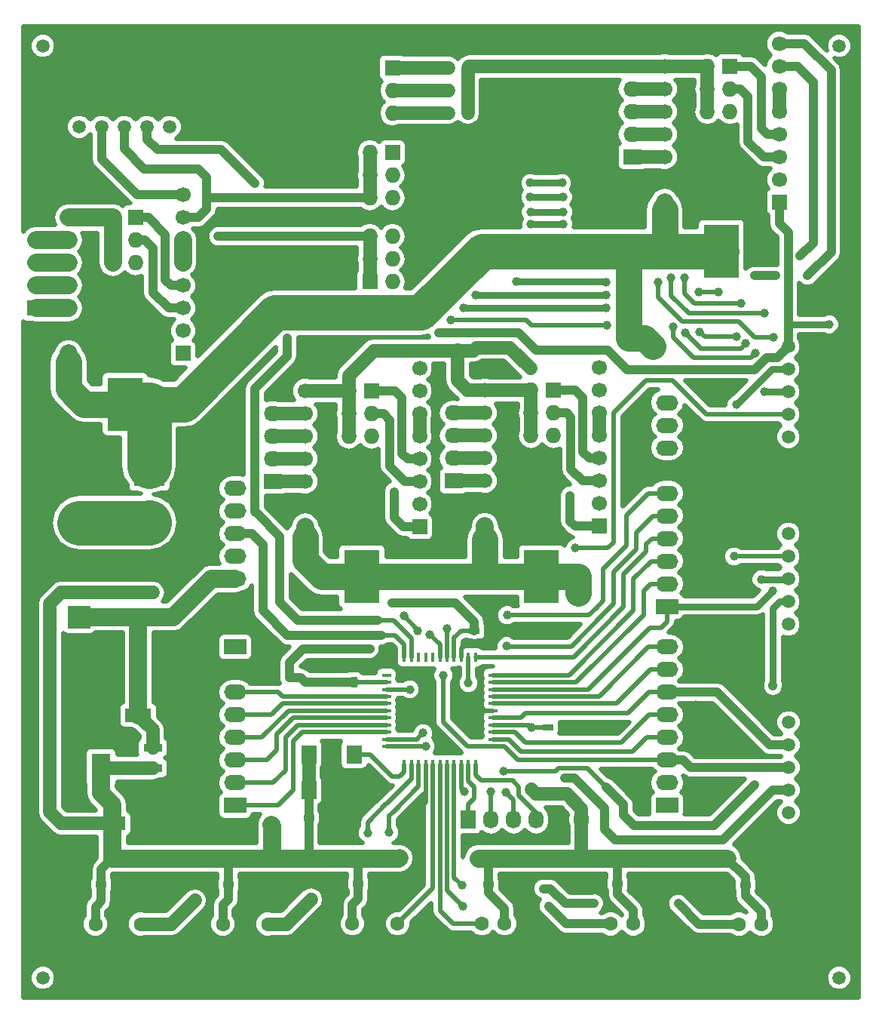
<source format=gtl>
G04 #@! TF.FileFunction,Copper,L1,Top,Signal*
%FSLAX46Y46*%
G04 Gerber Fmt 4.6, Leading zero omitted, Abs format (unit mm)*
G04 Created by KiCad (PCBNEW 4.0.0-rc1-stable) date 23.12.2015 15:42:49*
%MOMM*%
G01*
G04 APERTURE LIST*
%ADD10C,0.150000*%
%ADD11C,2.500000*%
%ADD12R,2.500000X2.500000*%
%ADD13C,1.500000*%
%ADD14C,3.000000*%
%ADD15C,1.600000*%
%ADD16R,1.200000X0.900000*%
%ADD17C,1.506220*%
%ADD18R,2.150000X0.950000*%
%ADD19R,2.150000X3.250000*%
%ADD20R,2.999740X1.501140*%
%ADD21R,1.200000X0.750000*%
%ADD22R,2.500000X1.727200*%
%ADD23O,2.500000X1.727200*%
%ADD24R,1.800000X2.000000*%
%ADD25R,1.727200X2.032000*%
%ADD26O,1.727200X2.032000*%
%ADD27R,3.500000X1.600000*%
%ADD28R,1.501140X2.700020*%
%ADD29R,0.750000X1.200000*%
%ADD30R,1.727200X1.727200*%
%ADD31O,1.727200X1.727200*%
%ADD32R,2.032000X1.727200*%
%ADD33O,2.032000X1.727200*%
%ADD34R,0.449580X1.000000*%
%ADD35R,1.000000X0.449580*%
%ADD36C,1.700000*%
%ADD37R,1.700000X1.700000*%
%ADD38R,4.000000X6.000000*%
%ADD39C,1.000000*%
%ADD40C,3.000000*%
%ADD41C,2.000000*%
%ADD42C,4.000000*%
%ADD43C,5.000000*%
%ADD44C,0.500000*%
%ADD45C,1.000000*%
%ADD46C,1.500000*%
%ADD47C,0.750000*%
G04 APERTURE END LIST*
D10*
D11*
X7137400Y54084400D03*
D12*
X7137400Y59334400D03*
D13*
X3022600Y107594400D03*
D14*
X79933800Y5292400D03*
D15*
X81203800Y9042400D03*
X83743800Y9042400D03*
X86283800Y9042400D03*
D14*
X87553800Y5292400D03*
X65532000Y5317800D03*
D15*
X66802000Y9067800D03*
X69342000Y9067800D03*
X71882000Y9067800D03*
D14*
X73152000Y5317800D03*
X51079400Y5343200D03*
D15*
X52349400Y9093200D03*
X54889400Y9093200D03*
X57429400Y9093200D03*
D14*
X58699400Y5343200D03*
X36525200Y5343200D03*
D15*
X37795200Y9093200D03*
X40335200Y9093200D03*
X42875200Y9093200D03*
D14*
X44145200Y5343200D03*
X21971000Y5292400D03*
D15*
X23241000Y9042400D03*
X25781000Y9042400D03*
X28321000Y9042400D03*
D14*
X29591000Y5292400D03*
X7670800Y5292400D03*
D15*
X8940800Y9042400D03*
X11480800Y9042400D03*
X14020800Y9042400D03*
D14*
X15290800Y5292400D03*
D16*
X50757000Y105130600D03*
X48557000Y105130600D03*
X50757000Y102590600D03*
X48557000Y102590600D03*
X50757000Y100050600D03*
X48557000Y100050600D03*
D17*
X7086600Y98475800D03*
X7086600Y101015800D03*
X9626600Y98475800D03*
X9626600Y101015800D03*
X12166600Y98475800D03*
X12166600Y101015800D03*
X14706600Y98475800D03*
X14706600Y101015800D03*
X17246600Y98475800D03*
X17246600Y101015800D03*
X86741000Y73863200D03*
X89281000Y73863200D03*
X86741000Y71323200D03*
X89281000Y71323200D03*
X86741000Y68783200D03*
X89281000Y68783200D03*
X86741000Y66243200D03*
X89281000Y66243200D03*
X86741000Y63703200D03*
X89281000Y63703200D03*
X86741000Y52832000D03*
X89281000Y52832000D03*
X86741000Y50292000D03*
X89281000Y50292000D03*
X86741000Y47752000D03*
X89281000Y47752000D03*
X86741000Y45212000D03*
X89281000Y45212000D03*
X86741000Y42672000D03*
X89281000Y42672000D03*
X86791800Y31673800D03*
X89331800Y31673800D03*
X86791800Y29133800D03*
X89331800Y29133800D03*
X86791800Y26593800D03*
X89331800Y26593800D03*
X86791800Y24053800D03*
X89331800Y24053800D03*
X86791800Y21513800D03*
X89331800Y21513800D03*
D18*
X15367000Y28843000D03*
X15367000Y24243000D03*
X15367000Y26543000D03*
D19*
X9567000Y26543000D03*
D20*
X9748520Y32448500D03*
X13746480Y32448500D03*
X14825980Y20320000D03*
X10828020Y20320000D03*
D21*
X9591000Y13462000D03*
X11491000Y13462000D03*
D22*
X73138000Y22352000D03*
D23*
X73138000Y24892000D03*
X73138000Y27432000D03*
X73138000Y29972000D03*
X73138000Y32512000D03*
X73138000Y35052000D03*
X73138000Y37592000D03*
X73138000Y40132000D03*
D24*
X32893000Y28066500D03*
X37973000Y28066500D03*
X37973000Y24066500D03*
X32893000Y24066500D03*
D22*
X73138000Y44696000D03*
D23*
X73138000Y47236000D03*
X73138000Y49776000D03*
X73138000Y52316000D03*
X73138000Y54856000D03*
X73138000Y57396000D03*
X73138000Y59936000D03*
X73138000Y62476000D03*
X73138000Y65016000D03*
X73138000Y67556000D03*
D22*
X24638000Y22352000D03*
D23*
X24638000Y24892000D03*
X24638000Y27432000D03*
X24638000Y29972000D03*
X24638000Y32512000D03*
X24638000Y35052000D03*
D22*
X24638000Y40152000D03*
D23*
X24638000Y42692000D03*
X24638000Y45232000D03*
X24638000Y47772000D03*
X24638000Y50312000D03*
X24638000Y52852000D03*
X24638000Y55392000D03*
X24638000Y57932000D03*
D25*
X50825400Y20751800D03*
D26*
X53365400Y20751800D03*
X55905400Y20751800D03*
X58445400Y20751800D03*
X60985400Y20751800D03*
X63525400Y20751800D03*
D11*
X7112000Y38247500D03*
D12*
X7112000Y43497500D03*
D27*
X15011400Y58978800D03*
X15011400Y54102000D03*
D28*
X16294100Y63271400D03*
X21094700Y63271400D03*
D21*
X23891200Y13487400D03*
X25791200Y13487400D03*
X38445400Y13563600D03*
X40345400Y13563600D03*
X53075800Y13512800D03*
X54975800Y13512800D03*
X32895500Y20955000D03*
X34795500Y20955000D03*
X81955600Y13385800D03*
X83855600Y13385800D03*
X59756000Y31115000D03*
X61656000Y31115000D03*
X51501000Y41973500D03*
X53401000Y41973500D03*
X67579200Y13563600D03*
X69479200Y13563600D03*
D29*
X37973000Y36197500D03*
X37973000Y38097500D03*
D30*
X42291000Y95605600D03*
D31*
X39751000Y95605600D03*
X42291000Y93065600D03*
X39751000Y93065600D03*
X42291000Y90525600D03*
X39751000Y90525600D03*
D30*
X39751000Y81127600D03*
D31*
X42291000Y81127600D03*
X39751000Y83667600D03*
X42291000Y83667600D03*
X39751000Y86207600D03*
X42291000Y86207600D03*
D32*
X2260600Y78155800D03*
D33*
X2260600Y80695800D03*
X2260600Y83235800D03*
X2260600Y85775800D03*
D30*
X13436600Y88315800D03*
D31*
X10896600Y88315800D03*
X13436600Y85775800D03*
X10896600Y85775800D03*
X13436600Y83235800D03*
X10896600Y83235800D03*
D30*
X80200500Y105283000D03*
D31*
X77660500Y105283000D03*
X80200500Y102743000D03*
X77660500Y102743000D03*
X80200500Y100203000D03*
X77660500Y100203000D03*
D32*
X69215000Y95123000D03*
D33*
X69215000Y97663000D03*
X69215000Y100203000D03*
X69215000Y102743000D03*
D32*
X28829000Y58699400D03*
D33*
X28829000Y61239400D03*
X28829000Y63779400D03*
X28829000Y66319400D03*
D30*
X39941500Y68859400D03*
D31*
X37401500Y68859400D03*
X39941500Y66319400D03*
X37401500Y66319400D03*
X39941500Y63779400D03*
X37401500Y63779400D03*
D32*
X49149000Y58762900D03*
D33*
X49149000Y61302900D03*
X49149000Y63842900D03*
X49149000Y66382900D03*
D30*
X60388500Y68922900D03*
D31*
X57848500Y68922900D03*
X60388500Y66382900D03*
X57848500Y66382900D03*
X60388500Y63842900D03*
X57848500Y63842900D03*
D30*
X42291000Y105130600D03*
D31*
X39751000Y105130600D03*
X42291000Y102590600D03*
X39751000Y102590600D03*
X42291000Y100050600D03*
X39751000Y100050600D03*
D34*
X43624500Y26987500D03*
X44422060Y26987500D03*
X45222160Y26987500D03*
X46022260Y26987500D03*
X46822360Y26987500D03*
X47622460Y26987500D03*
X48422560Y26987500D03*
X49222660Y26987500D03*
X50022760Y26987500D03*
X50822860Y26987500D03*
X51622960Y26987500D03*
D35*
X53624480Y28986480D03*
X53624480Y29786580D03*
X53624480Y30586680D03*
X53624480Y31386780D03*
X53624480Y32186880D03*
X53624480Y32986980D03*
X53624480Y33787080D03*
X53624480Y34587180D03*
X53624480Y35387280D03*
X53624480Y36187380D03*
X53624480Y36987480D03*
D34*
X51622960Y38986460D03*
X50822860Y38986460D03*
X50022760Y38986460D03*
X49222660Y38986460D03*
X48422560Y38986460D03*
X47622460Y38986460D03*
X46822360Y38986460D03*
X46022260Y38986460D03*
X45222160Y38986460D03*
X44422060Y38986460D03*
X43624500Y38986460D03*
D35*
X41625520Y36987480D03*
X41625520Y36187380D03*
X41625520Y35387280D03*
X41625520Y34587180D03*
X41625520Y33787080D03*
X41625520Y32986980D03*
X41625520Y32186880D03*
X41625520Y31386780D03*
X41625520Y30586680D03*
X41625520Y29786580D03*
X41625520Y28986480D03*
D36*
X5920600Y88315800D03*
X5920600Y90855800D03*
X5920600Y85775800D03*
X5920600Y83235800D03*
X5920600Y80695800D03*
X5920600Y78155800D03*
X5920600Y75615800D03*
X5920600Y73075800D03*
D37*
X18770600Y73075800D03*
D36*
X18770600Y75615800D03*
X18770600Y78155800D03*
X18770600Y80695800D03*
X18770600Y83235800D03*
X18770600Y85775800D03*
X18770600Y90855800D03*
X18770600Y88315800D03*
X52682000Y68922900D03*
X52682000Y71462900D03*
X52682000Y66382900D03*
X52682000Y63842900D03*
X52682000Y61302900D03*
X52682000Y58762900D03*
X52682000Y56222900D03*
X52682000Y53682900D03*
D37*
X65532000Y53682900D03*
D36*
X65532000Y56222900D03*
X65532000Y58762900D03*
X65532000Y61302900D03*
X65532000Y63842900D03*
X65532000Y66382900D03*
X65532000Y71462900D03*
X65532000Y68922900D03*
X32489000Y68859400D03*
X32489000Y71399400D03*
X32489000Y66319400D03*
X32489000Y63779400D03*
X32489000Y61239400D03*
X32489000Y58699400D03*
X32489000Y56159400D03*
X32489000Y53619400D03*
D37*
X45339000Y53619400D03*
D36*
X45339000Y56159400D03*
X45339000Y58699400D03*
X45339000Y61239400D03*
X45339000Y63779400D03*
X45339000Y66319400D03*
X45339000Y71399400D03*
X45339000Y68859400D03*
X72875000Y105283000D03*
X72875000Y107823000D03*
X72875000Y102743000D03*
X72875000Y100203000D03*
X72875000Y97663000D03*
X72875000Y95123000D03*
X72875000Y92583000D03*
X72875000Y90043000D03*
D37*
X85725000Y90043000D03*
D36*
X85725000Y92583000D03*
X85725000Y95123000D03*
X85725000Y97663000D03*
X85725000Y100203000D03*
X85725000Y102743000D03*
X85725000Y107823000D03*
X85725000Y105283000D03*
D13*
X3022600Y3022600D03*
X92481400Y3022600D03*
X92481400Y107594400D03*
D38*
X12268200Y77386200D03*
X12268200Y67386200D03*
X79222600Y94531200D03*
X79222600Y84531200D03*
X38862000Y58031400D03*
X38862000Y48031400D03*
X59029600Y58031400D03*
X59029600Y48031400D03*
D39*
X71577200Y73837800D03*
X70408800Y74803000D03*
X63119000Y46202600D03*
X61137800Y48056800D03*
X68834000Y74803000D03*
X63119000Y48031400D03*
X58750200Y52959000D03*
X8356600Y79451200D03*
X75209400Y96164400D03*
X75209400Y92633800D03*
X76352400Y91033600D03*
X55245000Y59944000D03*
X55245000Y57429400D03*
X56515000Y56337200D03*
X35128200Y59969400D03*
X34925000Y56946800D03*
X35458400Y54559200D03*
X8382000Y76682600D03*
X8509000Y73863200D03*
X6985000Y32537400D03*
X23647400Y61417200D03*
X22961600Y65735200D03*
X21094700Y60109100D03*
X79044800Y39217600D03*
X76123800Y42138600D03*
X22555200Y82804000D03*
X31597600Y88265000D03*
X31597600Y94869000D03*
X31597600Y82804000D03*
X22555200Y79400400D03*
X32410400Y45491400D03*
X68275200Y25831800D03*
X76377800Y31242000D03*
X77952600Y23876000D03*
X77952600Y28346400D03*
X76377800Y33629600D03*
X65786000Y89077800D03*
X76225400Y69519800D03*
X55143400Y41960800D03*
X56921400Y52984400D03*
X51943000Y32969200D03*
X64922400Y31115000D03*
X44246800Y20955000D03*
X34213800Y38404800D03*
X19583400Y37642800D03*
X40233600Y24053800D03*
X19583400Y20320000D03*
X2921000Y51104800D03*
X2921000Y48768000D03*
X15392400Y46228000D03*
X39751000Y39928800D03*
X42240200Y45085000D03*
X57785000Y71374000D03*
X59588400Y105283000D03*
X57912000Y31115000D03*
X57912000Y24130000D03*
X43053000Y16433800D03*
X51950620Y16416020D03*
X30708600Y36677600D03*
X28727400Y20167600D03*
X47498000Y75387200D03*
X62230000Y57124600D03*
X62230000Y73456800D03*
X91338400Y76327000D03*
X84963000Y46431200D03*
X42468800Y57556400D03*
X48844200Y76809600D03*
X66370200Y76225400D03*
X83058000Y73075800D03*
X73837800Y76073000D03*
X43586400Y43611800D03*
X48006000Y36957000D03*
X45135800Y41910000D03*
X81457800Y78663800D03*
X57835800Y88925400D03*
X46659800Y100050600D03*
X61493400Y88950800D03*
X75082400Y81559400D03*
X81991200Y74193400D03*
X75184000Y75387200D03*
X66319400Y78181200D03*
X50292000Y78181200D03*
X80645000Y50292000D03*
X72161400Y81102200D03*
X85115400Y74904600D03*
X56184800Y81178400D03*
X66294000Y81102200D03*
X83743800Y47726600D03*
X76682600Y79933800D03*
X78943200Y79933800D03*
X57759600Y90601800D03*
X61442600Y90601800D03*
X46659800Y102590600D03*
X66319400Y79629000D03*
X51663600Y79629000D03*
X76758800Y75514200D03*
X80949800Y74930000D03*
X82981800Y81788000D03*
X88925400Y81788000D03*
X85344000Y81788000D03*
X80949800Y67335400D03*
X57861200Y87553800D03*
X61442600Y87579200D03*
X73609200Y81534000D03*
X84099400Y77571600D03*
X88087200Y84023200D03*
X84099400Y68783200D03*
X61341000Y92202000D03*
X46736000Y105130600D03*
X57759600Y92202000D03*
X53365400Y23901400D03*
X50368200Y23901400D03*
X55016400Y23850600D03*
X50825400Y36093400D03*
X55168800Y43713400D03*
X46456600Y41554400D03*
X48463200Y42164000D03*
X55118000Y40233600D03*
X20116800Y11684000D03*
X39497000Y19278600D03*
X33147000Y11811000D03*
X41935400Y19329400D03*
X59817000Y11049000D03*
X50215800Y11049000D03*
X50139600Y13385800D03*
X59232800Y13030200D03*
X74396600Y11353800D03*
X64922400Y11353800D03*
X22707600Y86207600D03*
X61620400Y25425400D03*
X46024800Y28981400D03*
X85039200Y35839400D03*
X54737000Y26162000D03*
X45745400Y30480000D03*
X82956400Y24638000D03*
X44246800Y35382200D03*
X62839600Y51231800D03*
X30454600Y74777600D03*
X26847800Y92151200D03*
D40*
X70612000Y74803000D02*
X71577200Y73837800D01*
X70408800Y74803000D02*
X70612000Y74803000D01*
X68834000Y74803000D02*
X70408800Y74803000D01*
X63119000Y48031400D02*
X63119000Y46202600D01*
X61137800Y48056800D02*
X61137800Y48031400D01*
X61137800Y48031400D02*
X61137800Y48056800D01*
X61137800Y48056800D02*
X61137800Y48031400D01*
X68834000Y80086200D02*
X68834000Y74803000D01*
X68834000Y84531200D02*
X68834000Y80086200D01*
X63119000Y48031400D02*
X61137800Y48031400D01*
X61137800Y48031400D02*
X59029600Y48031400D01*
X52682000Y52194600D02*
X52682000Y48031400D01*
X52682000Y48031400D02*
X52654200Y48003600D01*
D41*
X52682000Y53682900D02*
X52682000Y52194600D01*
X52682000Y52194600D02*
X52705000Y52171600D01*
D40*
X32489000Y52453400D02*
X32489000Y49908600D01*
X34366200Y48031400D02*
X38862000Y48031400D01*
X32489000Y49908600D02*
X34366200Y48031400D01*
D41*
X32489000Y53619400D02*
X32489000Y52453400D01*
X32489000Y52453400D02*
X32486600Y52451000D01*
X5920600Y73075800D02*
X5920600Y72062200D01*
D40*
X5918200Y72059800D02*
X5918200Y69113400D01*
D41*
X5920600Y72062200D02*
X5918200Y72059800D01*
D40*
X72875000Y85773400D02*
X72875000Y84838400D01*
X72875000Y84531200D02*
X72875000Y85773400D01*
X72875000Y89181800D02*
X72875000Y84531200D01*
X72567800Y84531200D02*
X72875000Y84531200D01*
X72875000Y84838400D02*
X72567800Y84531200D01*
D41*
X72875000Y90043000D02*
X72875000Y89181800D01*
X72875000Y89181800D02*
X72872600Y89179400D01*
D42*
X79222600Y84531200D02*
X74117200Y84531200D01*
X74117200Y84531200D02*
X68834000Y84531200D01*
X68834000Y84531200D02*
X52374800Y84531200D01*
X52374800Y84531200D02*
X45491400Y77647800D01*
D41*
X16294100Y63271400D02*
X14960600Y63271400D01*
X14706600Y63246000D02*
X14960600Y63246000D01*
X14935200Y63246000D02*
X14706600Y63246000D01*
X14960600Y63271400D02*
X14935200Y63246000D01*
X15011400Y58978800D02*
X15011400Y60350400D01*
D43*
X14960600Y60401200D02*
X14960600Y63246000D01*
D41*
X15011400Y60350400D02*
X14960600Y60401200D01*
D40*
X38862000Y48031400D02*
X52654200Y48031400D01*
X52654200Y48031400D02*
X59029600Y48031400D01*
D43*
X12268200Y67386200D02*
X14960600Y67386200D01*
D40*
X7645400Y67386200D02*
X12268200Y67386200D01*
X5918200Y69113400D02*
X7645400Y67386200D01*
D42*
X14960600Y67386200D02*
X18897600Y67386200D01*
X18897600Y67386200D02*
X29159200Y77647800D01*
X45491400Y77647800D02*
X29159200Y77647800D01*
D40*
X29159200Y77647800D02*
X29083000Y77647800D01*
D43*
X14960600Y63246000D02*
X14960600Y67386200D01*
D44*
X58750200Y52959000D02*
X58254900Y53454300D01*
X58254900Y53454300D02*
X58750200Y52959000D01*
X58750200Y52959000D02*
X58750200Y53949600D01*
X75209400Y92633800D02*
X75158600Y92583000D01*
X75158600Y92583000D02*
X74472800Y92583000D01*
X55245000Y57429400D02*
X55384700Y57289700D01*
X55384700Y57289700D02*
X55245000Y57429400D01*
X55245000Y57429400D02*
X55245000Y57150000D01*
X34925000Y56946800D02*
X35001200Y56870600D01*
X35001200Y56870600D02*
X34925000Y56946800D01*
X34925000Y56946800D02*
X34925000Y56794400D01*
X8382000Y76682600D02*
X8420100Y76644500D01*
X8420100Y76644500D02*
X8470900Y76644500D01*
X9748520Y32448500D02*
X7073900Y32448500D01*
X7073900Y32448500D02*
X6985000Y32537400D01*
X21094700Y63271400D02*
X21793200Y63271400D01*
X21793200Y63271400D02*
X23647400Y61417200D01*
X21094700Y63271400D02*
X21094700Y63868300D01*
X21094700Y63868300D02*
X22961600Y65735200D01*
X21094700Y63271400D02*
X21094700Y60109100D01*
D41*
X9212600Y77386200D02*
X12268200Y77386200D01*
D44*
X89331800Y31673800D02*
X89331800Y32689800D01*
X84353400Y33909000D02*
X79044800Y39217600D01*
X79044800Y39217600D02*
X76123800Y42138600D01*
X88112600Y33909000D02*
X84353400Y33909000D01*
X89331800Y32689800D02*
X88112600Y33909000D01*
X22555200Y79400400D02*
X22555200Y82804000D01*
X22555200Y82804000D02*
X31597600Y82804000D01*
X76377800Y33629600D02*
X76377800Y31242000D01*
X77952600Y29667200D02*
X76377800Y31242000D01*
X77952600Y28346400D02*
X77952600Y29667200D01*
X72875000Y92583000D02*
X69291200Y92583000D01*
X69291200Y92583000D02*
X65786000Y89077800D01*
X55130700Y41973500D02*
X55143400Y41960800D01*
D45*
X53401000Y41973500D02*
X55130700Y41973500D01*
D46*
X59029600Y58031400D02*
X59029600Y54229000D01*
X57785000Y52984400D02*
X56921400Y52984400D01*
X59029600Y54229000D02*
X58750200Y53949600D01*
X58750200Y53949600D02*
X57785000Y52984400D01*
X73138000Y59936000D02*
X89281000Y59936000D01*
X89204800Y59969400D02*
X89281000Y59969400D01*
X89247600Y59969400D02*
X89204800Y59969400D01*
X89281000Y59936000D02*
X89247600Y59969400D01*
D44*
X50022760Y38986460D02*
X50022760Y39989760D01*
X53401000Y40878800D02*
X53401000Y41973500D01*
X52984400Y40462200D02*
X53401000Y40878800D01*
X50495200Y40462200D02*
X52984400Y40462200D01*
X50022760Y39989760D02*
X50495200Y40462200D01*
X53624480Y32986980D02*
X51960780Y32986980D01*
X51960780Y32986980D02*
X51943000Y32969200D01*
X61656000Y31115000D02*
X64922400Y31115000D01*
X46022260Y22730460D02*
X44246800Y20955000D01*
X46022260Y22730460D02*
X46022260Y26987500D01*
D45*
X37973000Y38097500D02*
X36400700Y38097500D01*
X36093400Y38404800D02*
X34213800Y38404800D01*
X36400700Y38097500D02*
X36093400Y38404800D01*
D41*
X19583400Y22606000D02*
X19583400Y20320000D01*
X19583400Y25755600D02*
X19583400Y22606000D01*
X19583400Y37642800D02*
X19583400Y25755600D01*
D45*
X83855600Y13385800D02*
X86283800Y13385800D01*
D46*
X37973000Y24066500D02*
X40220900Y24066500D01*
X40220900Y24066500D02*
X40233600Y24053800D01*
D41*
X19583400Y20320000D02*
X17297400Y20320000D01*
X17297400Y20320000D02*
X14825980Y20320000D01*
X20822600Y42692000D02*
X19583400Y41452800D01*
X19583400Y41452800D02*
X19583400Y37642800D01*
X24638000Y42692000D02*
X20822600Y42692000D01*
D45*
X34795500Y20955000D02*
X37185600Y20955000D01*
X37973000Y21742400D02*
X37973000Y24066500D01*
X37185600Y20955000D02*
X37973000Y21742400D01*
D46*
X72875000Y92583000D02*
X74472800Y92583000D01*
X74472800Y92583000D02*
X76421000Y94531200D01*
X76421000Y94531200D02*
X79222600Y94531200D01*
X52682000Y56222900D02*
X54317900Y56222900D01*
X56126400Y58031400D02*
X59029600Y58031400D01*
X54317900Y56222900D02*
X55245000Y57150000D01*
X55245000Y57150000D02*
X56126400Y58031400D01*
X32489000Y56159400D02*
X34290000Y56159400D01*
X36162000Y58031400D02*
X38862000Y58031400D01*
X34290000Y56159400D02*
X34925000Y56794400D01*
X34925000Y56794400D02*
X36162000Y58031400D01*
D41*
X18796000Y50393600D02*
X18770600Y50393600D01*
X17145000Y48768000D02*
X15519400Y48768000D01*
X15519400Y48768000D02*
X2921000Y48768000D01*
X18770600Y50393600D02*
X17145000Y48768000D01*
X20243800Y59258200D02*
X21094700Y60109100D01*
X20243800Y51841400D02*
X20243800Y59258200D01*
X18796000Y50393600D02*
X20243800Y51841400D01*
D46*
X15367000Y24243000D02*
X15367000Y22707600D01*
X15367000Y22707600D02*
X14825980Y22166580D01*
X14825980Y22166580D02*
X14825980Y20320000D01*
D41*
X24638000Y45232000D02*
X24638000Y42692000D01*
X5920600Y75615800D02*
X7442200Y75615800D01*
X7442200Y75615800D02*
X8470900Y76644500D01*
X8470900Y76644500D02*
X9212600Y77386200D01*
X7086600Y101015800D02*
X5181600Y101015800D01*
X5920600Y93723600D02*
X5920600Y90855800D01*
X3733800Y95910400D02*
X5920600Y93723600D01*
X3733800Y99568000D02*
X3733800Y95910400D01*
X5181600Y101015800D02*
X3733800Y99568000D01*
X5920600Y75615800D02*
X4622800Y75615800D01*
X4622800Y75615800D02*
X2260600Y73253600D01*
X17246600Y101015800D02*
X38785800Y101015800D01*
X38785800Y101015800D02*
X39751000Y100050600D01*
X39751000Y102590600D02*
X39751000Y100050600D01*
X39751000Y105130600D02*
X39751000Y102590600D01*
X14706600Y101015800D02*
X17246600Y101015800D01*
X12166600Y101015800D02*
X14706600Y101015800D01*
X9626600Y101015800D02*
X12166600Y101015800D01*
X7086600Y101015800D02*
X9626600Y101015800D01*
X89281000Y68783200D02*
X89281000Y66243200D01*
X89281000Y71323200D02*
X89281000Y68783200D01*
X89281000Y73863200D02*
X89281000Y71323200D01*
X89281000Y66243200D02*
X89281000Y63703200D01*
X89281000Y63703200D02*
X89281000Y59969400D01*
X89281000Y59969400D02*
X89281000Y52832000D01*
X89281000Y52832000D02*
X89281000Y50292000D01*
X89281000Y50292000D02*
X89281000Y47752000D01*
X89281000Y47752000D02*
X89281000Y45212000D01*
X89281000Y45212000D02*
X89281000Y42672000D01*
X89281000Y42672000D02*
X89281000Y31724600D01*
X89281000Y31724600D02*
X89331800Y31673800D01*
X89331800Y31673800D02*
X89331800Y29133800D01*
X89331800Y29133800D02*
X89331800Y26593800D01*
X89331800Y26593800D02*
X89331800Y24053800D01*
X89331800Y24053800D02*
X89331800Y21513800D01*
X86283800Y13385800D02*
X89306400Y16408400D01*
X86283800Y9042400D02*
X86283800Y13385800D01*
X89306400Y16408400D02*
X89306400Y21488400D01*
X89306400Y21488400D02*
X89331800Y21513800D01*
D40*
X7112000Y38247500D02*
X7142300Y38247500D01*
X7142300Y38247500D02*
X9748520Y35641280D01*
X9748520Y35641280D02*
X9748520Y32448500D01*
D45*
X69479200Y13563600D02*
X71374000Y13563600D01*
X71882000Y12649200D02*
X71882000Y13055600D01*
X71882000Y13055600D02*
X71374000Y13563600D01*
X71882000Y12649200D02*
X71882000Y9067800D01*
X57429400Y9093200D02*
X57429400Y12395200D01*
X56845200Y13512800D02*
X54975800Y13512800D01*
X57429400Y12928600D02*
X56845200Y13512800D01*
X57429400Y12395200D02*
X57429400Y12928600D01*
X40345400Y13563600D02*
X40335200Y13553400D01*
X40335200Y13553400D02*
X40335200Y9093200D01*
X25791200Y13487400D02*
X25781000Y13477200D01*
X25781000Y13477200D02*
X25781000Y9042400D01*
X11491000Y13462000D02*
X11480800Y13451800D01*
X11480800Y13451800D02*
X11480800Y9042400D01*
D41*
X86283800Y9042400D02*
X87553800Y7772400D01*
X87553800Y7772400D02*
X87553800Y5292400D01*
X71882000Y9067800D02*
X73050400Y7899400D01*
X73050400Y7899400D02*
X73050400Y5419400D01*
X73050400Y5419400D02*
X73152000Y5317800D01*
X57429400Y9093200D02*
X58648600Y7874000D01*
X58648600Y7874000D02*
X58648600Y5394000D01*
X58648600Y5394000D02*
X58699400Y5343200D01*
X40335200Y9093200D02*
X40335200Y6883400D01*
X40335200Y6883400D02*
X40335200Y5343200D01*
X40335200Y5343200D02*
X40335200Y5435600D01*
X40335200Y5435600D02*
X40335200Y5343200D01*
X25781000Y9042400D02*
X25781000Y6604000D01*
X25755600Y6578600D02*
X25755600Y5292400D01*
X25781000Y6604000D02*
X25755600Y6578600D01*
X79933800Y5292400D02*
X87553800Y5292400D01*
X65532000Y5317800D02*
X79908400Y5317800D01*
X79908400Y5317800D02*
X79933800Y5292400D01*
X58699400Y5343200D02*
X65506600Y5343200D01*
X65506600Y5343200D02*
X65532000Y5317800D01*
X51079400Y5343200D02*
X58699400Y5343200D01*
X44145200Y5343200D02*
X51079400Y5343200D01*
X36525200Y5343200D02*
X40335200Y5343200D01*
X40335200Y5343200D02*
X44145200Y5343200D01*
X29591000Y5292400D02*
X36474400Y5292400D01*
X36474400Y5292400D02*
X36525200Y5343200D01*
X21971000Y5292400D02*
X25755600Y5292400D01*
X25755600Y5292400D02*
X29591000Y5292400D01*
X15290800Y5292400D02*
X21971000Y5292400D01*
X11480800Y9042400D02*
X11480800Y6731000D01*
X11506200Y6705600D02*
X11506200Y5292400D01*
X11480800Y6731000D02*
X11506200Y6705600D01*
X7670800Y5292400D02*
X11506200Y5292400D01*
X11506200Y5292400D02*
X15290800Y5292400D01*
D44*
X5920600Y75615800D02*
X5944600Y75615800D01*
X37973000Y24066500D02*
X38036500Y24130000D01*
X53401000Y41973500D02*
X53464500Y41910000D01*
D45*
X2921000Y48768000D02*
X2921000Y51104800D01*
D41*
X7137400Y62204600D02*
X7137400Y59334400D01*
X2260600Y67081400D02*
X7137400Y62204600D01*
X2260600Y73253600D02*
X2260600Y67081400D01*
D46*
X5105400Y20320000D02*
X3835400Y21590000D01*
X3835400Y21590000D02*
X3835400Y44983400D01*
X3835400Y44983400D02*
X5080000Y46228000D01*
X5080000Y46228000D02*
X15392400Y46228000D01*
X10828020Y20320000D02*
X5105400Y20320000D01*
D45*
X30708600Y38379400D02*
X32258000Y39928800D01*
X32258000Y39928800D02*
X39751000Y39928800D01*
X30708600Y36677600D02*
X30708600Y38379400D01*
X49352200Y45085000D02*
X42240200Y45085000D01*
X51501000Y42936200D02*
X51501000Y41973500D01*
X51501000Y42936200D02*
X50698400Y43738800D01*
X50698400Y43738800D02*
X49352200Y45085000D01*
D46*
X49606200Y73380600D02*
X51409600Y73380600D01*
X55422800Y73736200D02*
X57785000Y71374000D01*
X51765200Y73736200D02*
X55422800Y73736200D01*
X51409600Y73380600D02*
X51765200Y73736200D01*
X49606200Y73380600D02*
X49606200Y73406000D01*
X49606200Y70053200D02*
X49606200Y73406000D01*
X52682000Y68922900D02*
X50736500Y68922900D01*
X50736500Y68922900D02*
X49606200Y70053200D01*
X37401500Y68859400D02*
X37401500Y70573900D01*
X46278800Y73380600D02*
X49606200Y73380600D01*
X37401500Y70573900D02*
X40208200Y73380600D01*
X40208200Y73380600D02*
X46278800Y73380600D01*
D44*
X51501000Y41973500D02*
X49999900Y41973500D01*
X49999900Y41973500D02*
X49222660Y41196260D01*
X49222660Y41196260D02*
X49222660Y38986460D01*
D46*
X72875000Y105283000D02*
X59588400Y105283000D01*
X59588400Y105283000D02*
X50909400Y105283000D01*
X50909400Y105283000D02*
X50757000Y105130600D01*
X50757000Y102590600D02*
X50757000Y100050600D01*
X50757000Y105130600D02*
X50757000Y102590600D01*
X58420000Y23622000D02*
X57912000Y24130000D01*
X63525400Y21971000D02*
X61874400Y23622000D01*
X61874400Y23622000D02*
X59766200Y23622000D01*
X63525400Y21971000D02*
X63525400Y20751800D01*
X59766200Y23622000D02*
X58420000Y23622000D01*
D44*
X59756000Y31115000D02*
X57912000Y31115000D01*
X57640220Y31386780D02*
X57912000Y31115000D01*
X57640220Y31386780D02*
X53624480Y31386780D01*
D41*
X43035220Y16416020D02*
X43053000Y16433800D01*
X41757600Y16416020D02*
X43035220Y16416020D01*
X41757600Y16416020D02*
X41757600Y16408400D01*
X38481000Y16416020D02*
X41757600Y16416020D01*
X41757600Y16408400D02*
X41833800Y16408400D01*
X53060600Y16416020D02*
X51950620Y16416020D01*
X32893000Y16416020D02*
X38481000Y16416020D01*
D45*
X30708600Y36677600D02*
X32029400Y36677600D01*
X32029400Y36677600D02*
X32509500Y36197500D01*
X32509500Y36197500D02*
X37973000Y36197500D01*
D41*
X28752800Y16416020D02*
X28752800Y20142200D01*
X28752800Y20142200D02*
X28727400Y20167600D01*
D46*
X63525400Y20751800D02*
X63525400Y16416020D01*
X63500000Y17246600D02*
X63500000Y16416020D01*
X63500000Y16441420D02*
X63500000Y17246600D01*
X63525400Y16416020D02*
X63500000Y16441420D01*
D45*
X32895500Y20955000D02*
X32895500Y16416020D01*
X32893000Y16484600D02*
X32893000Y16416020D01*
X32893000Y16418520D02*
X32893000Y16484600D01*
X32895500Y16416020D02*
X32893000Y16418520D01*
D44*
X41625520Y36187380D02*
X37983120Y36187380D01*
X37983120Y36187380D02*
X37973000Y36197500D01*
D45*
X32895500Y20955000D02*
X32895500Y24064000D01*
X32895500Y24064000D02*
X32893000Y24066500D01*
D46*
X32893000Y28066500D02*
X32893000Y24066500D01*
X77660500Y102743000D02*
X77660500Y100203000D01*
X77660500Y105283000D02*
X77660500Y102743000D01*
X72875000Y105283000D02*
X77660500Y105283000D01*
X57848500Y66382900D02*
X57848500Y63842900D01*
X57848500Y68922900D02*
X57848500Y66382900D01*
X52682000Y68922900D02*
X57848500Y68922900D01*
X37401500Y63779400D02*
X37401500Y66319400D01*
X37401500Y68859400D02*
X37401500Y66319400D01*
X32489000Y68859400D02*
X37401500Y68859400D01*
D41*
X10896600Y85775800D02*
X10896600Y83235800D01*
X10896600Y88315800D02*
X10896600Y85775800D01*
X5920600Y88315800D02*
X10896600Y88315800D01*
D45*
X81955600Y13385800D02*
X81955600Y14335800D01*
X81955600Y14335800D02*
X79875380Y16416020D01*
X67579200Y13563600D02*
X67579200Y15280600D01*
X67589400Y15290800D02*
X67589400Y16416020D01*
X67579200Y15280600D02*
X67589400Y15290800D01*
X53075800Y13512800D02*
X53075800Y16416020D01*
X53060600Y16306800D02*
X53060600Y16416020D01*
X53060600Y16400820D02*
X53060600Y16306800D01*
X53075800Y16416020D02*
X53060600Y16400820D01*
X38445400Y13563600D02*
X38445400Y16416020D01*
X38481000Y16256000D02*
X38481000Y16416020D01*
X38481000Y16380420D02*
X38481000Y16256000D01*
X38445400Y16416020D02*
X38481000Y16380420D01*
X23891200Y14874200D02*
X23891200Y16416020D01*
X23926800Y16408400D02*
X23926800Y16416020D01*
X23898820Y16408400D02*
X23926800Y16408400D01*
X23891200Y16416020D02*
X23898820Y16408400D01*
X23891200Y13487400D02*
X23891200Y14874200D01*
X23891200Y14874200D02*
X23901400Y14884400D01*
D41*
X10828020Y16416020D02*
X18364200Y16416020D01*
X18364200Y16416020D02*
X23926800Y16416020D01*
X23926800Y16416020D02*
X28752800Y16416020D01*
X28752800Y16416020D02*
X32893000Y16416020D01*
X53060600Y16416020D02*
X63500000Y16416020D01*
X63500000Y16416020D02*
X67589400Y16416020D01*
X67589400Y16416020D02*
X79875380Y16416020D01*
X79875380Y16416020D02*
X79883000Y16408400D01*
D45*
X9591000Y13462000D02*
X9591000Y15179000D01*
X9591000Y15179000D02*
X10828020Y16416020D01*
D41*
X10828020Y20320000D02*
X10828020Y16416020D01*
X10828020Y16416020D02*
X10820400Y16408400D01*
D45*
X83743800Y9042400D02*
X83743800Y10414000D01*
X81940400Y12217400D02*
X83743800Y10414000D01*
X81940400Y12268200D02*
X81940400Y12217400D01*
X81940400Y12268200D02*
X81940400Y13370600D01*
X81955600Y13385800D02*
X81940400Y13370600D01*
X69342000Y9067800D02*
X69342000Y10617200D01*
X67589400Y12369800D02*
X69342000Y10617200D01*
X67589400Y12369800D02*
X67589400Y13553400D01*
X67579200Y13563600D02*
X67589400Y13553400D01*
X53086000Y12573000D02*
X54889400Y10769600D01*
X53086000Y13502600D02*
X53086000Y12573000D01*
X54889400Y10769600D02*
X54889400Y9093200D01*
X53075800Y13512800D02*
X53086000Y13502600D01*
X37795200Y9093200D02*
X37795200Y11226800D01*
X38455600Y11887200D02*
X37795200Y11226800D01*
X38455600Y11887200D02*
X38455600Y13553400D01*
X38445400Y13563600D02*
X38455600Y13553400D01*
X23241000Y9042400D02*
X23241000Y11176000D01*
X23876000Y11811000D02*
X23241000Y11176000D01*
X23876000Y12217400D02*
X23876000Y11811000D01*
X23876000Y12217400D02*
X23876000Y13472200D01*
X23891200Y13487400D02*
X23876000Y13472200D01*
X9591000Y13462000D02*
X9575800Y13446800D01*
X9575800Y13446800D02*
X9575800Y11607800D01*
X9575800Y11607800D02*
X9118600Y11150600D01*
X9118600Y11150600D02*
X8940800Y10972800D01*
X8940800Y10972800D02*
X8940800Y9042400D01*
D41*
X9567000Y26543000D02*
X9567000Y23707000D01*
X10828020Y22445980D02*
X10828020Y20320000D01*
X9567000Y23707000D02*
X10828020Y22445980D01*
D46*
X15367000Y26543000D02*
X9567000Y26543000D01*
D44*
X37973000Y36197500D02*
X37970500Y36195000D01*
X37973000Y36197500D02*
X37983120Y36187380D01*
D41*
X13738860Y43497500D02*
X17665700Y43497500D01*
X21940200Y47772000D02*
X24638000Y47772000D01*
X17665700Y43497500D02*
X21940200Y47772000D01*
X7112000Y43497500D02*
X13738860Y43497500D01*
X13738860Y43497500D02*
X13746480Y43505120D01*
X13746480Y43505120D02*
X13746480Y43515280D01*
X13746480Y32448500D02*
X13746480Y43505120D01*
X13746480Y43505120D02*
X13741400Y43510200D01*
D46*
X15367000Y28843000D02*
X15367000Y30827980D01*
X15367000Y30827980D02*
X13746480Y32448500D01*
D45*
X74168000Y71272400D02*
X82981800Y71272400D01*
X62230000Y73456800D02*
X63042800Y73456800D01*
X66446400Y73456800D02*
X68630800Y71272400D01*
X63042800Y73456800D02*
X66446400Y73456800D01*
X68630800Y71272400D02*
X74168000Y71272400D01*
X82981800Y71272400D02*
X83007200Y71247000D01*
X85471000Y72593200D02*
X86741000Y73863200D01*
X83007200Y71247000D02*
X84353400Y72593200D01*
X84353400Y72593200D02*
X85471000Y72593200D01*
X62230000Y73456800D02*
X58394600Y73456800D01*
X58394600Y73456800D02*
X56464200Y75387200D01*
X47498000Y75387200D02*
X56464200Y75387200D01*
X62801500Y53682900D02*
X65532000Y53682900D01*
X62230000Y54254400D02*
X62801500Y53682900D01*
X62230000Y57124600D02*
X62230000Y54254400D01*
X86741000Y80594200D02*
X86741000Y86639400D01*
X86741000Y76327000D02*
X86741000Y80594200D01*
X85725000Y87655400D02*
X85725000Y90043000D01*
X86741000Y86639400D02*
X85725000Y87655400D01*
D47*
X86741000Y76327000D02*
X91338400Y76327000D01*
X89204800Y76327000D02*
X86741000Y76327000D01*
X91338400Y76327000D02*
X89204800Y76327000D01*
X73138000Y44696000D02*
X83227800Y44696000D01*
X83227800Y44696000D02*
X84963000Y46431200D01*
D45*
X86741000Y73863200D02*
X86741000Y76327000D01*
X42468800Y57556400D02*
X42468800Y54686200D01*
X42468800Y54686200D02*
X43535600Y53619400D01*
X43535600Y53619400D02*
X45339000Y53619400D01*
D44*
X73138000Y42962800D02*
X73138000Y44696000D01*
X72491600Y42316400D02*
X73138000Y42962800D01*
X71196200Y42316400D02*
X72491600Y42316400D01*
X64267080Y35387280D02*
X71196200Y42316400D01*
X53624480Y35387280D02*
X64267080Y35387280D01*
X48844200Y76809600D02*
X57353200Y76809600D01*
X82550000Y72567800D02*
X76123800Y72567800D01*
X82550000Y72567800D02*
X83058000Y73075800D01*
X73837800Y74853800D02*
X73837800Y76073000D01*
X76123800Y72567800D02*
X73837800Y74853800D01*
X57937400Y76225400D02*
X66370200Y76225400D01*
X57353200Y76809600D02*
X57937400Y76225400D01*
D45*
X73138000Y35052000D02*
X78740000Y35052000D01*
X84658200Y29133800D02*
X86791800Y29133800D01*
X78740000Y35052000D02*
X84658200Y29133800D01*
D44*
X68427600Y32689800D02*
X68783200Y32689800D01*
X56697880Y32186880D02*
X57200800Y32689800D01*
X57200800Y32689800D02*
X68427600Y32689800D01*
X53624480Y32186880D02*
X56697880Y32186880D01*
X71145400Y35052000D02*
X73138000Y35052000D01*
X68783200Y32689800D02*
X71145400Y35052000D01*
X45135800Y42062400D02*
X43586400Y43611800D01*
X50718720Y28986480D02*
X53624480Y28986480D01*
X48006000Y31699200D02*
X48006000Y36957000D01*
X50718720Y28986480D02*
X48006000Y31699200D01*
X45135800Y41910000D02*
X45135800Y42062400D01*
D45*
X73138000Y27432000D02*
X74930000Y27432000D01*
X74930000Y27432000D02*
X75768200Y26593800D01*
X78994000Y26593800D02*
X81153000Y26593800D01*
X75768200Y26593800D02*
X78994000Y26593800D01*
X81178400Y26593800D02*
X86791800Y26593800D01*
X81153000Y26593800D02*
X81178400Y26593800D01*
D44*
X73138000Y27432000D02*
X56388000Y27432000D01*
X56388000Y27432000D02*
X54833520Y28986480D01*
X54833520Y28986480D02*
X53624480Y28986480D01*
D47*
X57835800Y88925400D02*
X61468000Y88925400D01*
X61468000Y88925400D02*
X61493400Y88950800D01*
D44*
X81457800Y78663800D02*
X76200000Y78663800D01*
X75082400Y79781400D02*
X75082400Y81559400D01*
X76200000Y78663800D02*
X75082400Y79781400D01*
D46*
X48557000Y100050600D02*
X46659800Y100050600D01*
X46659800Y100050600D02*
X42291000Y100050600D01*
D44*
X70485000Y46431200D02*
X71289800Y47236000D01*
X71289800Y47236000D02*
X73138000Y47236000D01*
X70485000Y43738800D02*
X70485000Y46431200D01*
X62933580Y36187380D02*
X70485000Y43738800D01*
X53624480Y36187380D02*
X62933580Y36187380D01*
X53624480Y36187380D02*
X53616860Y36195000D01*
X76911200Y73609200D02*
X81407000Y73609200D01*
X81407000Y73609200D02*
X81991200Y74193400D01*
X76911200Y73660000D02*
X75184000Y75387200D01*
X76911200Y73609200D02*
X76911200Y73660000D01*
D47*
X66319400Y78181200D02*
X50292000Y78181200D01*
D44*
X86741000Y50292000D02*
X80645000Y50292000D01*
X66680080Y33787080D02*
X67492880Y33787080D01*
X53624480Y33787080D02*
X66680080Y33787080D01*
X71297800Y37592000D02*
X73138000Y37592000D01*
X67492880Y33787080D02*
X71297800Y37592000D01*
X75107800Y76657200D02*
X74853800Y76657200D01*
X75107800Y76657200D02*
X81178400Y76657200D01*
X81178400Y76657200D02*
X81584800Y76250800D01*
X85115400Y74904600D02*
X82931000Y74904600D01*
X82931000Y74904600D02*
X81584800Y76250800D01*
X74853800Y76657200D02*
X72161400Y79349600D01*
X72161400Y81102200D02*
X72161400Y79349600D01*
D47*
X56184800Y81178400D02*
X66217800Y81178400D01*
X66217800Y81178400D02*
X66294000Y81102200D01*
X86715600Y47726600D02*
X83743800Y47726600D01*
D44*
X86715600Y47726600D02*
X86741000Y47752000D01*
X53624480Y29786580D02*
X55328820Y29786580D01*
X55328820Y29786580D02*
X56718200Y28397200D01*
X56718200Y28397200D02*
X69291200Y28397200D01*
X69291200Y28397200D02*
X70866000Y29972000D01*
X70866000Y29972000D02*
X73138000Y29972000D01*
X76682600Y79933800D02*
X78943200Y79933800D01*
D47*
X57759600Y90601800D02*
X61442600Y90601800D01*
D46*
X48557000Y102590600D02*
X46659800Y102590600D01*
X46659800Y102590600D02*
X42291000Y102590600D01*
D44*
X69367400Y47802800D02*
X71340600Y49776000D01*
X71340600Y49776000D02*
X73138000Y49776000D01*
X69367400Y44246800D02*
X69367400Y47802800D01*
X62108080Y36987480D02*
X69367400Y44246800D01*
X53624480Y36987480D02*
X62108080Y36987480D01*
X53624480Y36987480D02*
X53594000Y36957000D01*
D47*
X66319400Y79629000D02*
X51663600Y79629000D01*
D44*
X77343000Y74930000D02*
X76758800Y75514200D01*
X77343000Y74930000D02*
X80949800Y74930000D01*
D45*
X91567000Y84429600D02*
X88925400Y81788000D01*
X88569800Y107823000D02*
X85725000Y107823000D01*
X91567000Y104825800D02*
X91567000Y88163400D01*
X88569800Y107823000D02*
X91567000Y104825800D01*
X91567000Y88163400D02*
X91567000Y84429600D01*
X82981800Y81788000D02*
X85344000Y81788000D01*
D47*
X86741000Y71323200D02*
X84937600Y71323200D01*
X84937600Y71323200D02*
X80949800Y67335400D01*
D44*
X64609980Y34587180D02*
X65498980Y34587180D01*
X65498980Y34587180D02*
X71043800Y40132000D01*
X71043800Y40132000D02*
X73138000Y40132000D01*
X53624480Y34587180D02*
X64609980Y34587180D01*
D45*
X85725000Y107823000D02*
X85620000Y107823000D01*
D47*
X57861200Y87553800D02*
X61417200Y87553800D01*
X61417200Y87553800D02*
X61442600Y87579200D01*
D44*
X75565000Y77571600D02*
X73609200Y79527400D01*
X73609200Y79527400D02*
X73609200Y81534000D01*
X75565000Y77571600D02*
X75590400Y77571600D01*
X84099400Y77571600D02*
X75590400Y77571600D01*
D45*
X89535000Y85471000D02*
X88087200Y84023200D01*
X87757000Y105283000D02*
X85725000Y105283000D01*
X89535000Y103505000D02*
X89535000Y88036400D01*
X87757000Y105283000D02*
X89535000Y103505000D01*
X89535000Y88036400D02*
X89535000Y85471000D01*
D47*
X86741000Y68783200D02*
X84099400Y68783200D01*
D44*
X67386200Y29438600D02*
X68021200Y29438600D01*
X56078120Y30586680D02*
X57226200Y29438600D01*
X57226200Y29438600D02*
X67386200Y29438600D01*
X53624480Y30586680D02*
X56078120Y30586680D01*
X71094600Y32512000D02*
X73138000Y32512000D01*
X68021200Y29438600D02*
X71094600Y32512000D01*
D47*
X57759600Y92202000D02*
X61341000Y92202000D01*
D44*
X51622960Y38986460D02*
X62608460Y38986460D01*
X71467600Y52316000D02*
X73138000Y52316000D01*
X70815200Y51663600D02*
X71467600Y52316000D01*
X70815200Y50800000D02*
X70815200Y51663600D01*
X68275200Y48260000D02*
X70815200Y50800000D01*
X68275200Y44653200D02*
X68275200Y48260000D01*
X62608460Y38986460D02*
X68275200Y44653200D01*
D46*
X48557000Y105130600D02*
X46736000Y105130600D01*
X46736000Y105130600D02*
X42291000Y105130600D01*
D44*
X50822860Y26987500D02*
X50822860Y25123140D01*
X50825400Y22504400D02*
X50825400Y20751800D01*
X51511200Y23190200D02*
X50825400Y22504400D01*
X51511200Y24434800D02*
X51511200Y23190200D01*
X50822860Y25123140D02*
X51511200Y24434800D01*
X50822860Y20754340D02*
X50825400Y20751800D01*
X53365400Y20751800D02*
X53365400Y23901400D01*
X50022760Y24246840D02*
X50368200Y23901400D01*
X50022760Y24246840D02*
X50022760Y26987500D01*
X55905400Y20751800D02*
X55905400Y22961600D01*
X55905400Y22961600D02*
X55016400Y23850600D01*
X50822860Y38986460D02*
X50822860Y36095940D01*
X50822860Y36095940D02*
X50825400Y36093400D01*
X54051200Y25146000D02*
X55778400Y25146000D01*
X51622960Y25770840D02*
X52247800Y25146000D01*
X52247800Y25146000D02*
X54051200Y25146000D01*
X51622960Y26987500D02*
X51622960Y25770840D01*
X56489600Y23495000D02*
X58445400Y21539200D01*
X56489600Y24434800D02*
X56489600Y23495000D01*
X55778400Y25146000D02*
X56489600Y24434800D01*
X58445400Y21539200D02*
X58445400Y20751800D01*
X41046400Y41452800D02*
X42621200Y41452800D01*
D45*
X26497600Y52852000D02*
X27736800Y51612800D01*
X27736800Y51612800D02*
X27736800Y44196000D01*
X27736800Y44196000D02*
X30480000Y41452800D01*
X30480000Y41452800D02*
X41046400Y41452800D01*
X24638000Y52852000D02*
X26497600Y52852000D01*
D44*
X43624500Y40449500D02*
X43624500Y38986460D01*
X42621200Y41452800D02*
X43624500Y40449500D01*
X41625520Y30586680D02*
X32136080Y30586680D01*
X29438600Y22352000D02*
X24638000Y22352000D01*
X31140400Y24053800D02*
X29438600Y22352000D01*
X31140400Y29591000D02*
X31140400Y24053800D01*
X32136080Y30586680D02*
X31140400Y29591000D01*
X41625520Y31386780D02*
X31691580Y31386780D01*
X28854400Y24892000D02*
X24638000Y24892000D01*
X30276800Y26314400D02*
X28854400Y24892000D01*
X30276800Y29972000D02*
X30276800Y26314400D01*
X31691580Y31386780D02*
X30276800Y29972000D01*
X41625520Y32186880D02*
X31170880Y32186880D01*
X28194000Y27432000D02*
X24638000Y27432000D01*
X29311600Y28549600D02*
X28194000Y27432000D01*
X29311600Y30327600D02*
X29311600Y28549600D01*
X31170880Y32186880D02*
X29311600Y30327600D01*
X41625520Y32986980D02*
X30624780Y32986980D01*
X27609800Y29972000D02*
X24638000Y29972000D01*
X30624780Y32986980D02*
X27609800Y29972000D01*
X41625520Y33787080D02*
X30002480Y33787080D01*
X28727400Y32512000D02*
X24638000Y32512000D01*
X30002480Y33787080D02*
X28727400Y32512000D01*
X30487620Y34587180D02*
X29928820Y34587180D01*
X41625520Y34587180D02*
X30487620Y34587180D01*
X29928820Y34587180D02*
X29464000Y35052000D01*
X24638000Y35052000D02*
X29464000Y35052000D01*
X55168800Y43713400D02*
X64338200Y43713400D01*
X71035800Y57396000D02*
X68580000Y54940200D01*
X68580000Y54940200D02*
X68580000Y51485800D01*
X68580000Y51485800D02*
X65989200Y48895000D01*
X65989200Y48895000D02*
X65989200Y45364400D01*
X65989200Y45364400D02*
X65151000Y44526200D01*
X73138000Y57396000D02*
X71035800Y57396000D01*
X47622460Y40388540D02*
X47622460Y38986460D01*
X47622460Y40388540D02*
X46456600Y41554400D01*
X64338200Y43713400D02*
X65151000Y44526200D01*
X48463200Y39027100D02*
X48463200Y42164000D01*
X66090800Y43942000D02*
X62357000Y40208200D01*
X71518400Y54856000D02*
X69646800Y52984400D01*
X69646800Y52984400D02*
X69646800Y51054000D01*
X69646800Y51054000D02*
X67157600Y48564800D01*
X67157600Y48564800D02*
X67157600Y45008800D01*
X67157600Y45008800D02*
X66090800Y43942000D01*
X71518400Y54856000D02*
X73138000Y54856000D01*
X55143400Y40208200D02*
X55118000Y40233600D01*
X62357000Y40208200D02*
X55143400Y40208200D01*
X48463200Y39027100D02*
X48422560Y38986460D01*
D46*
X28829000Y58699400D02*
X32489000Y58699400D01*
X28829000Y61239400D02*
X32489000Y61239400D01*
X28829000Y63779400D02*
X32489000Y63779400D01*
X28829000Y66319400D02*
X32489000Y66319400D01*
X49149000Y58762900D02*
X52682000Y58762900D01*
X49149000Y61302900D02*
X52682000Y61302900D01*
X49149000Y63842900D02*
X52682000Y63842900D01*
X49149000Y66382900D02*
X52682000Y66382900D01*
X69215000Y95123000D02*
X72875000Y95123000D01*
X69215000Y97663000D02*
X72875000Y97663000D01*
X69215000Y100203000D02*
X72875000Y100203000D01*
X69215000Y102743000D02*
X72875000Y102743000D01*
D44*
X43624500Y26987500D02*
X43624500Y26149300D01*
X39802300Y28066500D02*
X37973000Y28066500D01*
X42240200Y25628600D02*
X39802300Y28066500D01*
X43103800Y25628600D02*
X42240200Y25628600D01*
X43624500Y26149300D02*
X43103800Y25628600D01*
D46*
X17475200Y9042400D02*
X20116800Y11684000D01*
X14020800Y9042400D02*
X17475200Y9042400D01*
D44*
X39509700Y19291300D02*
X39497000Y19278600D01*
X39509700Y19291300D02*
X39509700Y20459700D01*
X41605200Y22555200D02*
X39509700Y20459700D01*
X39509700Y20459700D02*
X39497000Y20447000D01*
X44422060Y25346660D02*
X44422060Y26987500D01*
X44422060Y25346660D02*
X41630600Y22555200D01*
X41630600Y22555200D02*
X41605200Y22555200D01*
D46*
X28321000Y9042400D02*
X30378400Y9042400D01*
X30378400Y9042400D02*
X33147000Y11811000D01*
D44*
X41935400Y21183600D02*
X41935400Y19329400D01*
X45222160Y24470360D02*
X42418000Y21666200D01*
X45222160Y24470360D02*
X45222160Y26987500D01*
X42418000Y21666200D02*
X41935400Y21183600D01*
X46822360Y26987500D02*
X46822360Y13040360D01*
X46822360Y13040360D02*
X42875200Y9093200D01*
X47622460Y26987500D02*
X47622460Y10568940D01*
X49098200Y9093200D02*
X52349400Y9093200D01*
X47622460Y10568940D02*
X49098200Y9093200D01*
D45*
X61798200Y9067800D02*
X59817000Y11049000D01*
X66802000Y9067800D02*
X61798200Y9067800D01*
D44*
X48422560Y12842240D02*
X50215800Y11049000D01*
X48422560Y12842240D02*
X48422560Y26987500D01*
X49222660Y26987500D02*
X49222660Y14302740D01*
X49222660Y14302740D02*
X50139600Y13385800D01*
D45*
X61696600Y11353800D02*
X60020200Y13030200D01*
X60020200Y13030200D02*
X59232800Y13030200D01*
X61696600Y11353800D02*
X64922400Y11353800D01*
X76708000Y9042400D02*
X74396600Y11353800D01*
X76708000Y9042400D02*
X81203800Y9042400D01*
X64922400Y11353800D02*
X64922400Y11404600D01*
D46*
X45339000Y66319400D02*
X45339000Y63779400D01*
X65532000Y66382900D02*
X65532000Y63842900D01*
X85725000Y102743000D02*
X85725000Y100203000D01*
D41*
X2260600Y78155800D02*
X5920600Y78155800D01*
X2260600Y80695800D02*
X5920600Y80695800D01*
X2260600Y83235800D02*
X5920600Y83235800D01*
X2260600Y85775800D02*
X5920600Y85775800D01*
D45*
X22707600Y86207600D02*
X39751000Y86207600D01*
D46*
X39751000Y83667600D02*
X39751000Y81127600D01*
X39751000Y86207600D02*
X39751000Y83667600D01*
D45*
X18770600Y90855800D02*
X13665200Y90855800D01*
X13665200Y90855800D02*
X9626600Y94894400D01*
X9626600Y94894400D02*
X9626600Y98475800D01*
X39751000Y90525600D02*
X21971000Y90525600D01*
X21971000Y90525600D02*
X21437600Y90525600D01*
X21437600Y90525600D02*
X21412200Y90525600D01*
X21412200Y90525600D02*
X21437600Y90525600D01*
X19202400Y93776800D02*
X20472400Y93776800D01*
X20472400Y93776800D02*
X21437600Y92811600D01*
X21437600Y92811600D02*
X21437600Y91541600D01*
X12166600Y98475800D02*
X12166600Y96012000D01*
X14401800Y93776800D02*
X12166600Y96012000D01*
X19202400Y93776800D02*
X14401800Y93776800D01*
X21437600Y90525600D02*
X21437600Y91541600D01*
X20472400Y88315800D02*
X21437600Y89281000D01*
X20472400Y88315800D02*
X18770600Y88315800D01*
X21437600Y89281000D02*
X21437600Y90525600D01*
D46*
X39751000Y93065600D02*
X39751000Y90525600D01*
X39751000Y95605600D02*
X39751000Y93065600D01*
D41*
X18770600Y85775800D02*
X18770600Y83235800D01*
D45*
X39941500Y68859400D02*
X42570400Y68859400D01*
X43992800Y61239400D02*
X45339000Y61239400D01*
X43357800Y61874400D02*
X43992800Y61239400D01*
X43357800Y68072000D02*
X43357800Y61874400D01*
X42570400Y68859400D02*
X43357800Y68072000D01*
X45339000Y58699400D02*
X43713400Y58699400D01*
X41275000Y66319400D02*
X39941500Y66319400D01*
X41986200Y65608200D02*
X41275000Y66319400D01*
X41986200Y60426600D02*
X41986200Y65608200D01*
X43713400Y58699400D02*
X41986200Y60426600D01*
X60388500Y68922900D02*
X62826900Y68922900D01*
X64401700Y61302900D02*
X65532000Y61302900D01*
X63652400Y62052200D02*
X64401700Y61302900D01*
X63652400Y68097400D02*
X63652400Y62052200D01*
X62826900Y68922900D02*
X63652400Y68097400D01*
X60388500Y66382900D02*
X61861700Y66382900D01*
X63639700Y58762900D02*
X65532000Y58762900D01*
X62331600Y60071000D02*
X63639700Y58762900D01*
X62331600Y65913000D02*
X62331600Y60071000D01*
X61861700Y66382900D02*
X62331600Y65913000D01*
X80200500Y105283000D02*
X82550000Y105283000D01*
X84404200Y97663000D02*
X85725000Y97663000D01*
X83718400Y98348800D02*
X84404200Y97663000D01*
X83718400Y104114600D02*
X83718400Y98348800D01*
X82550000Y105283000D02*
X83718400Y104114600D01*
X80200500Y102743000D02*
X81356200Y102743000D01*
X83947000Y95123000D02*
X85725000Y95123000D01*
X82245200Y96824800D02*
X83947000Y95123000D01*
X82245200Y101854000D02*
X82245200Y96824800D01*
X81356200Y102743000D02*
X82245200Y101854000D01*
X13436600Y88315800D02*
X14884400Y88315800D01*
X17399000Y80695800D02*
X18770600Y80695800D01*
X16789400Y81305400D02*
X17399000Y80695800D01*
X16789400Y86410800D02*
X16789400Y81305400D01*
X14884400Y88315800D02*
X16789400Y86410800D01*
X13436600Y85775800D02*
X14478000Y85775800D01*
X17145000Y78155800D02*
X18770600Y78155800D01*
X15392400Y79908400D02*
X17145000Y78155800D01*
X15392400Y84861400D02*
X15392400Y79908400D01*
X14478000Y85775800D02*
X15392400Y84861400D01*
D43*
X7137400Y54084400D02*
X14993800Y54084400D01*
X14993800Y54084400D02*
X15011400Y54102000D01*
D44*
X41630600Y28981400D02*
X46024800Y28981400D01*
D45*
X78714600Y18516600D02*
X79425800Y18516600D01*
X78714600Y18516600D02*
X70408800Y18516600D01*
X70408800Y18516600D02*
X67335400Y18516600D01*
X62763400Y25425400D02*
X61620400Y25425400D01*
X66141600Y22047200D02*
X62763400Y25425400D01*
X66141600Y19710400D02*
X66141600Y22047200D01*
X67335400Y18516600D02*
X66141600Y19710400D01*
X84963000Y24053800D02*
X86791800Y24053800D01*
X79425800Y18516600D02*
X84963000Y24053800D01*
D44*
X41630600Y28981400D02*
X41625520Y28986480D01*
D45*
X85039200Y35839400D02*
X85039200Y35763200D01*
X77952600Y20116800D02*
X78435200Y20116800D01*
X66319400Y24384000D02*
X68224400Y22479000D01*
D44*
X60579000Y26162000D02*
X60985400Y26568400D01*
X60985400Y26568400D02*
X64135000Y26568400D01*
X64135000Y26568400D02*
X66319400Y24384000D01*
X54737000Y26162000D02*
X60579000Y26162000D01*
D45*
X69392800Y20116800D02*
X77952600Y20116800D01*
X68224400Y21285200D02*
X69392800Y20116800D01*
X68224400Y22479000D02*
X68224400Y21285200D01*
D44*
X45051980Y29786580D02*
X45745400Y30480000D01*
X41625520Y29786580D02*
X45051980Y29786580D01*
D45*
X78435200Y20116800D02*
X82956400Y24638000D01*
D47*
X85775800Y45212000D02*
X85039200Y44475400D01*
X85775800Y45212000D02*
X86741000Y45212000D01*
X85039200Y44475400D02*
X85039200Y35763200D01*
D44*
X70764400Y70053200D02*
X73761600Y70053200D01*
X66497200Y51231800D02*
X67157600Y51892200D01*
X67157600Y51892200D02*
X67157600Y66446400D01*
X67157600Y66446400D02*
X70764400Y70053200D01*
X44241720Y35387280D02*
X44246800Y35382200D01*
X41625520Y35387280D02*
X44241720Y35387280D01*
X62839600Y51231800D02*
X66497200Y51231800D01*
X77571600Y66243200D02*
X86741000Y66243200D01*
X73761600Y70053200D02*
X77571600Y66243200D01*
D45*
X26847800Y56311800D02*
X26847800Y55321200D01*
X29641800Y45135800D02*
X31648400Y43129200D01*
X31648400Y43129200D02*
X33070800Y43129200D01*
D44*
X44422060Y38986460D02*
X44422060Y41125140D01*
D45*
X27051000Y55118000D02*
X29641800Y52527200D01*
X29641800Y52527200D02*
X29641800Y46558200D01*
X33070800Y43129200D02*
X40640000Y43129200D01*
X30454600Y74777600D02*
X30454600Y72745600D01*
X14706600Y97104200D02*
X14706600Y98475800D01*
X23063200Y95935800D02*
X26847800Y92151200D01*
X15875000Y95935800D02*
X23063200Y95935800D01*
X14706600Y97104200D02*
X15875000Y95935800D01*
X30454600Y72745600D02*
X26847800Y69138800D01*
D44*
X42418000Y43129200D02*
X40640000Y43129200D01*
X44422060Y41125140D02*
X42418000Y43129200D01*
D45*
X29641800Y46558200D02*
X29641800Y45135800D01*
X26847800Y69138800D02*
X26847800Y56311800D01*
X26847800Y55321200D02*
X27051000Y55118000D01*
D44*
G36*
X94679000Y825000D02*
X825000Y825000D01*
X825000Y2725541D01*
X1522340Y2725541D01*
X1750220Y2174028D01*
X2171809Y1751703D01*
X2722923Y1522861D01*
X3319659Y1522340D01*
X3871172Y1750220D01*
X4293497Y2171809D01*
X4522339Y2722923D01*
X4522341Y2725541D01*
X90981140Y2725541D01*
X91209020Y2174028D01*
X91630609Y1751703D01*
X92181723Y1522861D01*
X92778459Y1522340D01*
X93329972Y1750220D01*
X93752297Y2171809D01*
X93981139Y2722923D01*
X93981660Y3319659D01*
X93753780Y3871172D01*
X93332191Y4293497D01*
X92781077Y4522339D01*
X92184341Y4522860D01*
X91632828Y4294980D01*
X91210503Y3873391D01*
X90981661Y3322277D01*
X90981140Y2725541D01*
X4522341Y2725541D01*
X4522860Y3319659D01*
X4294980Y3871172D01*
X3873391Y4293497D01*
X3322277Y4522339D01*
X2725541Y4522860D01*
X2174028Y4294980D01*
X1751703Y3873391D01*
X1522861Y3322277D01*
X1522340Y2725541D01*
X825000Y2725541D01*
X825000Y76671176D01*
X947092Y76587754D01*
X1244600Y76527507D01*
X1648738Y76527507D01*
X2260600Y76405800D01*
X5920600Y76405800D01*
X6590296Y76539011D01*
X7158037Y76918363D01*
X7537389Y77486104D01*
X7670600Y78155800D01*
X7537389Y78825496D01*
X7158037Y79393237D01*
X7109303Y79425800D01*
X7158037Y79458363D01*
X7537389Y80026104D01*
X7670600Y80695800D01*
X7537389Y81365496D01*
X7158037Y81933237D01*
X7109303Y81965800D01*
X7158037Y81998363D01*
X7537389Y82566104D01*
X7670600Y83235800D01*
X7537389Y83905496D01*
X7158037Y84473237D01*
X7109303Y84505800D01*
X7158037Y84538363D01*
X7537389Y85106104D01*
X7670600Y85775800D01*
X7537389Y86445496D01*
X7457005Y86565800D01*
X9146600Y86565800D01*
X9146600Y83235800D01*
X9279811Y82566104D01*
X9659163Y81998363D01*
X10226904Y81619011D01*
X10896600Y81485800D01*
X11566296Y81619011D01*
X12134037Y81998363D01*
X12236486Y82151689D01*
X12295612Y82063200D01*
X12819102Y81713416D01*
X13436600Y81590588D01*
X14054098Y81713416D01*
X14142400Y81772417D01*
X14142400Y79908400D01*
X14231918Y79458363D01*
X14237551Y79430046D01*
X14508517Y79024517D01*
X16261117Y77271916D01*
X16666646Y77000951D01*
X17145000Y76905800D01*
X17757650Y76905800D01*
X17777857Y76885558D01*
X17414977Y76523311D01*
X17170878Y75935456D01*
X17170323Y75298937D01*
X17413395Y74710657D01*
X17547111Y74576707D01*
X17387402Y74473938D01*
X17216154Y74223308D01*
X17155907Y73925800D01*
X17155907Y72225800D01*
X17208204Y71947867D01*
X17372462Y71692602D01*
X17623092Y71521354D01*
X17920600Y71461107D01*
X19083419Y71461107D01*
X17758512Y70136200D01*
X16582376Y70136200D01*
X16204321Y70388808D01*
X14986834Y70630982D01*
X14980596Y70664133D01*
X14816338Y70919398D01*
X14565708Y71090646D01*
X14268200Y71150893D01*
X10268200Y71150893D01*
X9990267Y71098596D01*
X9735002Y70934338D01*
X9563754Y70683708D01*
X9503507Y70386200D01*
X9503507Y69636200D01*
X8577380Y69636200D01*
X8168200Y70045380D01*
X8168200Y72059800D01*
X7996929Y72920838D01*
X7576165Y73550554D01*
X7537389Y73745496D01*
X7158037Y74313237D01*
X6590296Y74692589D01*
X5920600Y74825800D01*
X5250904Y74692589D01*
X4683163Y74313237D01*
X4303811Y73745496D01*
X4267069Y73560783D01*
X3839471Y72920838D01*
X3668200Y72059800D01*
X3668200Y69113400D01*
X3839471Y68252362D01*
X4327210Y67522410D01*
X6054410Y65795210D01*
X6784362Y65307471D01*
X7645400Y65136200D01*
X9503507Y65136200D01*
X9503507Y64386200D01*
X9555804Y64108267D01*
X9720062Y63853002D01*
X9970692Y63681754D01*
X10268200Y63621507D01*
X11710600Y63621507D01*
X11710600Y60401200D01*
X11957992Y59157479D01*
X12496707Y58351234D01*
X12496707Y58178800D01*
X12549004Y57900867D01*
X12713262Y57645602D01*
X12963892Y57474354D01*
X13261400Y57414107D01*
X13693659Y57414107D01*
X13716879Y57398592D01*
X14039593Y57334400D01*
X7137400Y57334400D01*
X5893679Y57087008D01*
X4839303Y56382497D01*
X4134792Y55328121D01*
X3887400Y54084400D01*
X4134792Y52840679D01*
X4839303Y51786303D01*
X5893679Y51081792D01*
X7137400Y50834400D01*
X14993800Y50834400D01*
X16237521Y51081792D01*
X17291897Y51786303D01*
X17309497Y51803903D01*
X18014008Y52858279D01*
X18261400Y54102000D01*
X18014008Y55345721D01*
X17309497Y56400097D01*
X16255121Y57104608D01*
X15490744Y57256652D01*
X16204321Y57398592D01*
X16227541Y57414107D01*
X16761400Y57414107D01*
X17039333Y57466404D01*
X17294598Y57630662D01*
X17465846Y57881292D01*
X17526093Y58178800D01*
X17526093Y58503290D01*
X17963208Y59157479D01*
X18210600Y60401200D01*
X18210600Y64636200D01*
X18897600Y64636200D01*
X19949980Y64845531D01*
X20842144Y65441656D01*
X29204600Y73804112D01*
X29204600Y73263367D01*
X25963917Y70022683D01*
X25692951Y69617154D01*
X25597800Y69138800D01*
X25597800Y59439337D01*
X25063582Y59545600D01*
X24212418Y59545600D01*
X23594920Y59422772D01*
X23071430Y59072988D01*
X22721646Y58549498D01*
X22598818Y57932000D01*
X22721646Y57314502D01*
X23071430Y56791012D01*
X23264511Y56662000D01*
X23071430Y56532988D01*
X22721646Y56009498D01*
X22598818Y55392000D01*
X22721646Y54774502D01*
X23071430Y54251012D01*
X23264511Y54122000D01*
X23071430Y53992988D01*
X22721646Y53469498D01*
X22598818Y52852000D01*
X22721646Y52234502D01*
X23071430Y51711012D01*
X23264511Y51582000D01*
X23071430Y51452988D01*
X22721646Y50929498D01*
X22598818Y50312000D01*
X22721646Y49694502D01*
X22836908Y49522000D01*
X21940200Y49522000D01*
X21270504Y49388789D01*
X20702763Y49009437D01*
X16940826Y45247500D01*
X16506621Y45247500D01*
X16778219Y45653975D01*
X16892400Y46228000D01*
X16778219Y46802025D01*
X16453060Y47288660D01*
X15966425Y47613819D01*
X15392400Y47728000D01*
X5080000Y47728000D01*
X4505975Y47613819D01*
X4019340Y47288660D01*
X2774740Y46044060D01*
X2449581Y45557425D01*
X2335400Y44983400D01*
X2335400Y21590000D01*
X2449581Y21015975D01*
X2774740Y20529340D01*
X4044740Y19259340D01*
X4531375Y18934181D01*
X5105400Y18820000D01*
X9078020Y18820000D01*
X9078020Y16446708D01*
X9074811Y16430578D01*
X8707117Y16062883D01*
X8436151Y15657354D01*
X8341000Y15179000D01*
X8341000Y14214192D01*
X8286554Y14134508D01*
X8226307Y13837000D01*
X8226307Y13087000D01*
X8278604Y12809067D01*
X8325800Y12735722D01*
X8325800Y12125566D01*
X8234719Y12034485D01*
X8234716Y12034483D01*
X8056917Y11856683D01*
X7785951Y11451154D01*
X7690800Y10972800D01*
X7690800Y9984701D01*
X7627540Y9921551D01*
X7391070Y9352067D01*
X7390532Y8735439D01*
X7626008Y8165543D01*
X8061649Y7729140D01*
X8631133Y7492670D01*
X9247761Y7492132D01*
X9817657Y7727608D01*
X10254060Y8163249D01*
X10490530Y8732733D01*
X10490532Y8735439D01*
X12470532Y8735439D01*
X12706008Y8165543D01*
X13141649Y7729140D01*
X13711133Y7492670D01*
X14327761Y7492132D01*
X14449419Y7542400D01*
X17475200Y7542400D01*
X18049225Y7656581D01*
X18535860Y7981740D01*
X21177460Y10623340D01*
X21502619Y11109975D01*
X21616800Y11684000D01*
X21502619Y12258025D01*
X21177460Y12744660D01*
X20690825Y13069819D01*
X20116800Y13184000D01*
X19542775Y13069819D01*
X19056140Y12744660D01*
X16853880Y10542400D01*
X14450230Y10542400D01*
X14330467Y10592130D01*
X13713839Y10592668D01*
X13143943Y10357192D01*
X12707540Y9921551D01*
X12471070Y9352067D01*
X12470532Y8735439D01*
X10490532Y8735439D01*
X10491068Y9349361D01*
X10255592Y9919257D01*
X10190800Y9984162D01*
X10190800Y10455034D01*
X10459683Y10723916D01*
X10730649Y11129445D01*
X10781346Y11384317D01*
X10825800Y11607800D01*
X10825800Y12687562D01*
X10895446Y12789492D01*
X10955693Y13087000D01*
X10955693Y13837000D01*
X10903396Y14114933D01*
X10841000Y14211899D01*
X10841000Y14661234D01*
X10842578Y14662811D01*
X10858708Y14666020D01*
X22641200Y14666020D01*
X22641200Y14239592D01*
X22586754Y14159908D01*
X22526507Y13862400D01*
X22526507Y13112400D01*
X22578804Y12834467D01*
X22626000Y12761122D01*
X22626000Y12328766D01*
X22357117Y12059883D01*
X22086151Y11654354D01*
X21991000Y11176000D01*
X21991000Y9984701D01*
X21927740Y9921551D01*
X21691270Y9352067D01*
X21690732Y8735439D01*
X21926208Y8165543D01*
X22361849Y7729140D01*
X22931333Y7492670D01*
X23547961Y7492132D01*
X24117857Y7727608D01*
X24554260Y8163249D01*
X24790730Y8732733D01*
X24790732Y8735439D01*
X26770732Y8735439D01*
X27006208Y8165543D01*
X27441849Y7729140D01*
X28011333Y7492670D01*
X28627961Y7492132D01*
X28749619Y7542400D01*
X30378400Y7542400D01*
X30952425Y7656581D01*
X31439060Y7981740D01*
X34207660Y10750340D01*
X34532819Y11236975D01*
X34647000Y11811000D01*
X34532819Y12385025D01*
X34207660Y12871660D01*
X33721025Y13196819D01*
X33147000Y13311000D01*
X32572975Y13196819D01*
X32086340Y12871660D01*
X29757080Y10542400D01*
X28750430Y10542400D01*
X28630667Y10592130D01*
X28014039Y10592668D01*
X27444143Y10357192D01*
X27007740Y9921551D01*
X26771270Y9352067D01*
X26770732Y8735439D01*
X24790732Y8735439D01*
X24791268Y9349361D01*
X24555792Y9919257D01*
X24491000Y9984162D01*
X24491000Y10658233D01*
X24759884Y10927117D01*
X25030849Y11332646D01*
X25126000Y11811000D01*
X25126000Y12712962D01*
X25195646Y12814892D01*
X25255893Y13112400D01*
X25255893Y13862400D01*
X25203596Y14140333D01*
X25141200Y14237299D01*
X25141200Y14666020D01*
X37195400Y14666020D01*
X37195400Y14315792D01*
X37140954Y14236108D01*
X37080707Y13938600D01*
X37080707Y13188600D01*
X37133004Y12910667D01*
X37205600Y12797849D01*
X37205600Y12404966D01*
X36911317Y12110683D01*
X36640351Y11705154D01*
X36545200Y11226800D01*
X36545200Y10035501D01*
X36481940Y9972351D01*
X36245470Y9402867D01*
X36244932Y8786239D01*
X36480408Y8216343D01*
X36916049Y7779940D01*
X37485533Y7543470D01*
X38102161Y7542932D01*
X38672057Y7778408D01*
X39108460Y8214049D01*
X39344930Y8783533D01*
X39345468Y9400161D01*
X39109992Y9970057D01*
X39045200Y10034962D01*
X39045200Y10709033D01*
X39339484Y11003317D01*
X39610449Y11408846D01*
X39705600Y11887200D01*
X39705600Y12826336D01*
X39749846Y12891092D01*
X39810093Y13188600D01*
X39810093Y13938600D01*
X39757796Y14216533D01*
X39695400Y14313499D01*
X39695400Y14666020D01*
X41719292Y14666020D01*
X41757600Y14658400D01*
X41833800Y14658400D01*
X41872108Y14666020D01*
X43035220Y14666020D01*
X43704916Y14799231D01*
X44272657Y15178583D01*
X44290437Y15196363D01*
X44669789Y15764104D01*
X44803000Y16433800D01*
X44669789Y17103496D01*
X44290437Y17671237D01*
X43722696Y18050589D01*
X43053000Y18183800D01*
X42963614Y18166020D01*
X42393110Y18166020D01*
X42642543Y18269084D01*
X42994481Y18620407D01*
X43185183Y19079669D01*
X43185617Y19576950D01*
X42995716Y20036543D01*
X42935400Y20096965D01*
X42935400Y20769387D01*
X43125104Y20959091D01*
X43125107Y20959093D01*
X45822360Y23656346D01*
X45822360Y13454574D01*
X43010868Y10643082D01*
X42568239Y10643468D01*
X41998343Y10407992D01*
X41561940Y9972351D01*
X41325470Y9402867D01*
X41324932Y8786239D01*
X41560408Y8216343D01*
X41996049Y7779940D01*
X42565533Y7543470D01*
X43182161Y7542932D01*
X43752057Y7778408D01*
X44188460Y8214049D01*
X44424930Y8783533D01*
X44425319Y9229105D01*
X46622460Y11426246D01*
X46622460Y10568940D01*
X46698580Y10186256D01*
X46915353Y9861833D01*
X48391091Y8386096D01*
X48391093Y8386093D01*
X48553305Y8277706D01*
X48715516Y8169320D01*
X49098200Y8093199D01*
X49098205Y8093200D01*
X51157536Y8093200D01*
X51470249Y7779940D01*
X52039733Y7543470D01*
X52656361Y7542932D01*
X53226257Y7778408D01*
X53619704Y8171168D01*
X54010249Y7779940D01*
X54579733Y7543470D01*
X55196361Y7542932D01*
X55766257Y7778408D01*
X56202660Y8214049D01*
X56439130Y8783533D01*
X56439668Y9400161D01*
X56204192Y9970057D01*
X56139400Y10034962D01*
X56139400Y10769600D01*
X56044249Y11247954D01*
X56011778Y11296550D01*
X55773284Y11653483D01*
X54414975Y13011791D01*
X54440493Y13137800D01*
X54440493Y13887800D01*
X54388196Y14165733D01*
X54325800Y14262699D01*
X54325800Y14666020D01*
X66329200Y14666020D01*
X66329200Y14315792D01*
X66274754Y14236108D01*
X66214507Y13938600D01*
X66214507Y13188600D01*
X66266804Y12910667D01*
X66339400Y12797849D01*
X66339400Y12369800D01*
X66434551Y11891446D01*
X66705517Y11485917D01*
X68092000Y10099433D01*
X68092000Y10010101D01*
X68071696Y9989832D01*
X67681151Y10381060D01*
X67111667Y10617530D01*
X66495039Y10618068D01*
X65925143Y10382592D01*
X65860238Y10317800D01*
X65653902Y10317800D01*
X65981481Y10644807D01*
X66172183Y11104069D01*
X66172617Y11601350D01*
X66096733Y11785003D01*
X66077249Y11882954D01*
X66022248Y11965269D01*
X65982716Y12060943D01*
X65908936Y12134852D01*
X65806283Y12288483D01*
X65653997Y12390237D01*
X65631393Y12412881D01*
X65601583Y12425259D01*
X65400754Y12559449D01*
X64922400Y12654600D01*
X64667012Y12603800D01*
X62214367Y12603800D01*
X60904083Y13914083D01*
X60498554Y14185049D01*
X60497252Y14185308D01*
X60020200Y14280200D01*
X59233890Y14280200D01*
X58985250Y14280417D01*
X58525657Y14090516D01*
X58173719Y13739193D01*
X57983017Y13279931D01*
X57982583Y12782650D01*
X58172484Y12323057D01*
X58523807Y11971119D01*
X58839925Y11839856D01*
X58757919Y11757993D01*
X58567217Y11298731D01*
X58566783Y10801450D01*
X58756684Y10341857D01*
X59108007Y9989919D01*
X59108534Y9989700D01*
X60914317Y8183916D01*
X61216896Y7981740D01*
X61319846Y7912951D01*
X61798200Y7817800D01*
X65859699Y7817800D01*
X65922849Y7754540D01*
X66492333Y7518070D01*
X67108961Y7517532D01*
X67678857Y7753008D01*
X68072304Y8145768D01*
X68462849Y7754540D01*
X69032333Y7518070D01*
X69648961Y7517532D01*
X70218857Y7753008D01*
X70655260Y8188649D01*
X70891730Y8758133D01*
X70892268Y9374761D01*
X70656792Y9944657D01*
X70592000Y10009562D01*
X70592000Y10617200D01*
X70496849Y11095554D01*
X70474203Y11129446D01*
X70225884Y11501083D01*
X68864255Y12862712D01*
X68883646Y12891092D01*
X68943893Y13188600D01*
X68943893Y13938600D01*
X68891596Y14216533D01*
X68829200Y14313499D01*
X68829200Y14666020D01*
X79844692Y14666020D01*
X79860822Y14662811D01*
X80619860Y13903773D01*
X80590907Y13760800D01*
X80590907Y13010800D01*
X80643204Y12732867D01*
X80690400Y12659522D01*
X80690400Y12217400D01*
X80775446Y11789846D01*
X80785551Y11739046D01*
X81056517Y11333517D01*
X81999879Y10390154D01*
X81513467Y10592130D01*
X80896839Y10592668D01*
X80326943Y10357192D01*
X80262038Y10292400D01*
X77225767Y10292400D01*
X75281540Y12236626D01*
X75105593Y12412881D01*
X74646331Y12603583D01*
X74149050Y12604017D01*
X73689457Y12414116D01*
X73337519Y12062793D01*
X73146817Y11603531D01*
X73146383Y11106250D01*
X73336284Y10646657D01*
X73687607Y10294719D01*
X73688134Y10294500D01*
X75824116Y8158517D01*
X76088682Y7981740D01*
X76229646Y7887551D01*
X76708000Y7792400D01*
X80261499Y7792400D01*
X80324649Y7729140D01*
X80894133Y7492670D01*
X81510761Y7492132D01*
X82080657Y7727608D01*
X82474104Y8120368D01*
X82864649Y7729140D01*
X83434133Y7492670D01*
X84050761Y7492132D01*
X84620657Y7727608D01*
X85057060Y8163249D01*
X85293530Y8732733D01*
X85294068Y9349361D01*
X85058592Y9919257D01*
X84993800Y9984162D01*
X84993800Y10414000D01*
X84898649Y10892354D01*
X84824506Y11003317D01*
X84627684Y11297883D01*
X83240655Y12684912D01*
X83260046Y12713292D01*
X83320293Y13010800D01*
X83320293Y13760800D01*
X83267996Y14038733D01*
X83205600Y14135699D01*
X83205600Y14335800D01*
X83110449Y14814154D01*
X82966091Y15030201D01*
X82839483Y15219684D01*
X81628589Y16430578D01*
X81499789Y17078096D01*
X81120437Y17645837D01*
X81112817Y17653457D01*
X80643806Y17966840D01*
X85480767Y22803800D01*
X85915754Y22803800D01*
X85936080Y22783438D01*
X85518268Y22366355D01*
X85288951Y21814099D01*
X85288429Y21216125D01*
X85516782Y20663469D01*
X85939245Y20240268D01*
X86491501Y20010951D01*
X87089475Y20010429D01*
X87642131Y20238782D01*
X88065332Y20661245D01*
X88294649Y21213501D01*
X88295171Y21811475D01*
X88066818Y22364131D01*
X87647520Y22784162D01*
X88065332Y23201245D01*
X88294649Y23753501D01*
X88295171Y24351475D01*
X88066818Y24904131D01*
X87647520Y25324162D01*
X88065332Y25741245D01*
X88294649Y26293501D01*
X88295171Y26891475D01*
X88066818Y27444131D01*
X87647520Y27864162D01*
X88065332Y28281245D01*
X88294649Y28833501D01*
X88295171Y29431475D01*
X88066818Y29984131D01*
X87647520Y30404162D01*
X88065332Y30821245D01*
X88294649Y31373501D01*
X88295171Y31971475D01*
X88066818Y32524131D01*
X87644355Y32947332D01*
X87092099Y33176649D01*
X86494125Y33177171D01*
X85941469Y32948818D01*
X85518268Y32526355D01*
X85288951Y31974099D01*
X85288429Y31376125D01*
X85516782Y30823469D01*
X85936080Y30403438D01*
X85916407Y30383800D01*
X85175967Y30383800D01*
X79623883Y35935883D01*
X79218354Y36206849D01*
X78740000Y36302000D01*
X74541422Y36302000D01*
X74511489Y36322000D01*
X74704570Y36451012D01*
X75054354Y36974502D01*
X75177182Y37592000D01*
X75054354Y38209498D01*
X74704570Y38732988D01*
X74511489Y38862000D01*
X74704570Y38991012D01*
X75054354Y39514502D01*
X75177182Y40132000D01*
X75054354Y40749498D01*
X74704570Y41272988D01*
X74181080Y41622772D01*
X73563582Y41745600D01*
X73335014Y41745600D01*
X73845107Y42255693D01*
X74061880Y42580116D01*
X74138001Y42962800D01*
X74138000Y42962805D01*
X74138000Y43067707D01*
X74388000Y43067707D01*
X74665933Y43120004D01*
X74921198Y43284262D01*
X75092446Y43534892D01*
X75099758Y43571000D01*
X83227800Y43571000D01*
X83658319Y43656636D01*
X83914200Y43827610D01*
X83914200Y36389642D01*
X83789417Y36089131D01*
X83788983Y35591850D01*
X83855125Y35431776D01*
X83884351Y35284846D01*
X83966854Y35161372D01*
X83978884Y35132257D01*
X84001336Y35109766D01*
X84155317Y34879317D01*
X84560846Y34608351D01*
X85039200Y34513200D01*
X85517554Y34608351D01*
X85923083Y34879317D01*
X86075983Y35108148D01*
X86098281Y35130407D01*
X86110470Y35159761D01*
X86194049Y35284846D01*
X86223142Y35431106D01*
X86288983Y35589669D01*
X86289134Y35762869D01*
X86289200Y35763200D01*
X86289200Y35838309D01*
X86289417Y36086950D01*
X86164200Y36389997D01*
X86164200Y41283964D01*
X86440701Y41169151D01*
X87038675Y41168629D01*
X87591331Y41396982D01*
X88014532Y41819445D01*
X88243849Y42371701D01*
X88244371Y42969675D01*
X88016018Y43522331D01*
X87596720Y43942362D01*
X88014532Y44359445D01*
X88243849Y44911701D01*
X88244371Y45509675D01*
X88016018Y46062331D01*
X87596720Y46482362D01*
X88014532Y46899445D01*
X88243849Y47451701D01*
X88244371Y48049675D01*
X88016018Y48602331D01*
X87596720Y49022362D01*
X88014532Y49439445D01*
X88243849Y49991701D01*
X88244371Y50589675D01*
X88016018Y51142331D01*
X87596720Y51562362D01*
X88014532Y51979445D01*
X88243849Y52531701D01*
X88244371Y53129675D01*
X88016018Y53682331D01*
X87593555Y54105532D01*
X87041299Y54334849D01*
X86443325Y54335371D01*
X85890669Y54107018D01*
X85467468Y53684555D01*
X85238151Y53132299D01*
X85237629Y52534325D01*
X85465982Y51981669D01*
X85885280Y51561638D01*
X85615171Y51292000D01*
X81412971Y51292000D01*
X81353993Y51351081D01*
X80894731Y51541783D01*
X80397450Y51542217D01*
X79937857Y51352316D01*
X79585919Y51000993D01*
X79395217Y50541731D01*
X79394783Y50044450D01*
X79584684Y49584857D01*
X79936007Y49232919D01*
X80395269Y49042217D01*
X80892550Y49041783D01*
X81352143Y49231684D01*
X81412565Y49292000D01*
X85615390Y49292000D01*
X85885280Y49021638D01*
X85714945Y48851600D01*
X84294042Y48851600D01*
X83993531Y48976383D01*
X83496250Y48976817D01*
X83036657Y48786916D01*
X82684719Y48435593D01*
X82494017Y47976331D01*
X82493583Y47479050D01*
X82683484Y47019457D01*
X83034807Y46667519D01*
X83440055Y46499245D01*
X82761810Y45821000D01*
X75103507Y45821000D01*
X75100396Y45837533D01*
X74936138Y46092798D01*
X74776138Y46202121D01*
X75054354Y46618502D01*
X75177182Y47236000D01*
X75054354Y47853498D01*
X74704570Y48376988D01*
X74511489Y48506000D01*
X74704570Y48635012D01*
X75054354Y49158502D01*
X75177182Y49776000D01*
X75054354Y50393498D01*
X74704570Y50916988D01*
X74511489Y51046000D01*
X74704570Y51175012D01*
X75054354Y51698502D01*
X75177182Y52316000D01*
X75054354Y52933498D01*
X74704570Y53456988D01*
X74511489Y53586000D01*
X74704570Y53715012D01*
X75054354Y54238502D01*
X75177182Y54856000D01*
X75054354Y55473498D01*
X74704570Y55996988D01*
X74511489Y56126000D01*
X74704570Y56255012D01*
X75054354Y56778502D01*
X75177182Y57396000D01*
X75054354Y58013498D01*
X74704570Y58536988D01*
X74181080Y58886772D01*
X73563582Y59009600D01*
X72712418Y59009600D01*
X72094920Y58886772D01*
X71571430Y58536988D01*
X71477225Y58396000D01*
X71035805Y58396000D01*
X71035800Y58396001D01*
X70653116Y58319880D01*
X70328693Y58103107D01*
X68157600Y55932014D01*
X68157600Y66032186D01*
X71178613Y69053200D01*
X72127236Y69053200D01*
X72094920Y69046772D01*
X71571430Y68696988D01*
X71221646Y68173498D01*
X71098818Y67556000D01*
X71221646Y66938502D01*
X71571430Y66415012D01*
X71764511Y66286000D01*
X71571430Y66156988D01*
X71221646Y65633498D01*
X71098818Y65016000D01*
X71221646Y64398502D01*
X71571430Y63875012D01*
X71764511Y63746000D01*
X71571430Y63616988D01*
X71221646Y63093498D01*
X71098818Y62476000D01*
X71221646Y61858502D01*
X71571430Y61335012D01*
X72094920Y60985228D01*
X72712418Y60862400D01*
X73563582Y60862400D01*
X74181080Y60985228D01*
X74704570Y61335012D01*
X75054354Y61858502D01*
X75177182Y62476000D01*
X75054354Y63093498D01*
X74704570Y63616988D01*
X74511489Y63746000D01*
X74704570Y63875012D01*
X75054354Y64398502D01*
X75177182Y65016000D01*
X75054354Y65633498D01*
X74704570Y66156988D01*
X74511489Y66286000D01*
X74704570Y66415012D01*
X75054354Y66938502D01*
X75122001Y67278585D01*
X76864493Y65536093D01*
X77188916Y65319320D01*
X77571600Y65243199D01*
X77571605Y65243200D01*
X85615390Y65243200D01*
X85885280Y64972838D01*
X85467468Y64555755D01*
X85238151Y64003499D01*
X85237629Y63405525D01*
X85465982Y62852869D01*
X85888445Y62429668D01*
X86440701Y62200351D01*
X87038675Y62199829D01*
X87591331Y62428182D01*
X88014532Y62850645D01*
X88243849Y63402901D01*
X88244371Y64000875D01*
X88016018Y64553531D01*
X87596720Y64973562D01*
X88014532Y65390645D01*
X88243849Y65942901D01*
X88244371Y66540875D01*
X88016018Y67093531D01*
X87596720Y67513562D01*
X88014532Y67930645D01*
X88243849Y68482901D01*
X88244371Y69080875D01*
X88016018Y69633531D01*
X87596720Y70053562D01*
X88014532Y70470645D01*
X88243849Y71022901D01*
X88244371Y71620875D01*
X88016018Y72173531D01*
X87596720Y72593562D01*
X88014532Y73010645D01*
X88243849Y73562901D01*
X88244371Y74160875D01*
X88016018Y74713531D01*
X87991000Y74738593D01*
X87991000Y75202000D01*
X90788158Y75202000D01*
X91088669Y75077217D01*
X91585950Y75076783D01*
X92045543Y75266684D01*
X92397481Y75618007D01*
X92588183Y76077269D01*
X92588617Y76574550D01*
X92398716Y77034143D01*
X92047393Y77386081D01*
X91588131Y77576783D01*
X91090850Y77577217D01*
X90787803Y77452000D01*
X87991000Y77452000D01*
X87991000Y80954721D01*
X88216407Y80728919D01*
X88675669Y80538217D01*
X89172950Y80537783D01*
X89632543Y80727684D01*
X89984481Y81079007D01*
X89984700Y81079534D01*
X92450884Y83545717D01*
X92721849Y83951246D01*
X92817000Y84429600D01*
X92817000Y104825800D01*
X92721849Y105304154D01*
X92681460Y105364600D01*
X92450884Y105709683D01*
X91983665Y106176902D01*
X92181723Y106094661D01*
X92778459Y106094140D01*
X93329972Y106322020D01*
X93752297Y106743609D01*
X93981139Y107294723D01*
X93981660Y107891459D01*
X93753780Y108442972D01*
X93332191Y108865297D01*
X92781077Y109094139D01*
X92184341Y109094660D01*
X91632828Y108866780D01*
X91210503Y108445191D01*
X90981661Y107894077D01*
X90981140Y107297341D01*
X91064167Y107096399D01*
X89453683Y108706883D01*
X89048154Y108977849D01*
X88569800Y109073000D01*
X86737950Y109073000D01*
X86632511Y109178623D01*
X86044656Y109422722D01*
X85408137Y109423277D01*
X84819857Y109180205D01*
X84369377Y108730511D01*
X84125278Y108142656D01*
X84124723Y107506137D01*
X84367795Y106917857D01*
X84732257Y106552758D01*
X84369377Y106190511D01*
X84125278Y105602656D01*
X84125167Y105475599D01*
X83433883Y106166883D01*
X83028354Y106437849D01*
X82996888Y106444108D01*
X82550000Y106533000D01*
X81706700Y106533000D01*
X81612238Y106679798D01*
X81361608Y106851046D01*
X81064100Y106911293D01*
X79336900Y106911293D01*
X79058967Y106858996D01*
X78803702Y106694738D01*
X78690828Y106529541D01*
X78277998Y106805384D01*
X77660500Y106928212D01*
X77043002Y106805384D01*
X77009502Y106783000D01*
X73434813Y106783000D01*
X73194656Y106882722D01*
X72558137Y106883277D01*
X72315448Y106783000D01*
X50909400Y106783000D01*
X50335375Y106668819D01*
X49848740Y106343660D01*
X49696340Y106191260D01*
X49677767Y106163463D01*
X49654429Y106148446D01*
X49639411Y106158707D01*
X49617660Y106191260D01*
X49131025Y106516419D01*
X48557000Y106630600D01*
X43551697Y106630600D01*
X43452108Y106698646D01*
X43154600Y106758893D01*
X41427400Y106758893D01*
X41149467Y106706596D01*
X40894202Y106542338D01*
X40722954Y106291708D01*
X40662707Y105994200D01*
X40662707Y104267000D01*
X40715004Y103989067D01*
X40879262Y103733802D01*
X41051661Y103616007D01*
X40800228Y103239710D01*
X40677400Y102622212D01*
X40677400Y102558988D01*
X40800228Y101941490D01*
X41150012Y101418000D01*
X41295782Y101320600D01*
X41150012Y101223200D01*
X40800228Y100699710D01*
X40677400Y100082212D01*
X40677400Y100018988D01*
X40800228Y99401490D01*
X41150012Y98878000D01*
X41673502Y98528216D01*
X42291000Y98405388D01*
X42908498Y98528216D01*
X42941998Y98550600D01*
X48557000Y98550600D01*
X49131025Y98664781D01*
X49617660Y98989940D01*
X49636233Y99017737D01*
X49659571Y99032754D01*
X49674589Y99022493D01*
X49696340Y98989940D01*
X50182975Y98664781D01*
X50757000Y98550600D01*
X51331025Y98664781D01*
X51817660Y98989940D01*
X51836233Y99017737D01*
X51890198Y99052462D01*
X52061446Y99303092D01*
X52076468Y99377274D01*
X52142819Y99476575D01*
X52257000Y100050600D01*
X52257000Y103783000D01*
X67819536Y103783000D01*
X67537230Y103360498D01*
X67414402Y102743000D01*
X67537230Y102125502D01*
X67887014Y101602012D01*
X68080095Y101473000D01*
X67887014Y101343988D01*
X67537230Y100820498D01*
X67414402Y100203000D01*
X67537230Y99585502D01*
X67887014Y99062012D01*
X68080095Y98933000D01*
X67887014Y98803988D01*
X67537230Y98280498D01*
X67414402Y97663000D01*
X67537230Y97045502D01*
X67814554Y96630457D01*
X67665802Y96534738D01*
X67494554Y96284108D01*
X67434307Y95986600D01*
X67434307Y94259400D01*
X67486604Y93981467D01*
X67650862Y93726202D01*
X67901492Y93554954D01*
X68199000Y93494707D01*
X70231000Y93494707D01*
X70508933Y93547004D01*
X70627035Y93623000D01*
X72315187Y93623000D01*
X72555344Y93523278D01*
X73191863Y93522723D01*
X73780143Y93765795D01*
X74230623Y94215489D01*
X74474722Y94803344D01*
X74475277Y95439863D01*
X74232205Y96028143D01*
X73867743Y96393242D01*
X74230623Y96755489D01*
X74474722Y97343344D01*
X74475277Y97979863D01*
X74232205Y98568143D01*
X73867743Y98933242D01*
X74230623Y99295489D01*
X74474722Y99883344D01*
X74475277Y100519863D01*
X74232205Y101108143D01*
X73867743Y101473242D01*
X74230623Y101835489D01*
X74474722Y102423344D01*
X74475277Y103059863D01*
X74232205Y103648143D01*
X74097583Y103783000D01*
X76160500Y103783000D01*
X76160500Y103345718D01*
X76046900Y102774612D01*
X76046900Y102711388D01*
X76160500Y102140282D01*
X76160500Y100805718D01*
X76046900Y100234612D01*
X76046900Y100171388D01*
X76169728Y99553890D01*
X76519512Y99030400D01*
X77043002Y98680616D01*
X77660500Y98557788D01*
X78277998Y98680616D01*
X78801488Y99030400D01*
X78930500Y99223481D01*
X79059512Y99030400D01*
X79583002Y98680616D01*
X80200500Y98557788D01*
X80817998Y98680616D01*
X80995200Y98799018D01*
X80995200Y96824800D01*
X81076883Y96414154D01*
X81090351Y96346446D01*
X81361317Y95940917D01*
X83063117Y94239116D01*
X83364777Y94037554D01*
X83468646Y93968151D01*
X83947000Y93873000D01*
X84712050Y93873000D01*
X84732257Y93852758D01*
X84369377Y93490511D01*
X84125278Y92902656D01*
X84124723Y92266137D01*
X84367795Y91677857D01*
X84501511Y91543907D01*
X84341802Y91441138D01*
X84170554Y91190508D01*
X84110307Y90893000D01*
X84110307Y89193000D01*
X84162604Y88915067D01*
X84326862Y88659802D01*
X84475000Y88558584D01*
X84475000Y87655400D01*
X84552343Y87266572D01*
X84570151Y87177046D01*
X84841117Y86771517D01*
X85491000Y86121634D01*
X85491000Y83037873D01*
X85096450Y83038217D01*
X85095925Y83038000D01*
X82982890Y83038000D01*
X82734250Y83038217D01*
X82274657Y82848316D01*
X81987293Y82561454D01*
X81987293Y87531200D01*
X81934996Y87809133D01*
X81770738Y88064398D01*
X81520108Y88235646D01*
X81222600Y88295893D01*
X77222600Y88295893D01*
X76944667Y88243596D01*
X76689402Y88079338D01*
X76518154Y87828708D01*
X76457907Y87531200D01*
X76457907Y87281200D01*
X75125000Y87281200D01*
X75125000Y89181800D01*
X74953729Y90042838D01*
X74465990Y90772790D01*
X74440058Y90790117D01*
X74112437Y91280437D01*
X73544696Y91659789D01*
X72875000Y91793000D01*
X72205304Y91659789D01*
X71637563Y91280437D01*
X71309942Y90790117D01*
X71284010Y90772790D01*
X70796271Y90042838D01*
X70625000Y89181800D01*
X70625000Y87281200D01*
X62672340Y87281200D01*
X62692383Y87329469D01*
X62692817Y87826750D01*
X62530418Y88219783D01*
X62552481Y88241807D01*
X62743183Y88701069D01*
X62743617Y89198350D01*
X62553716Y89657943D01*
X62410312Y89801598D01*
X62501681Y89892807D01*
X62692383Y90352069D01*
X62692817Y90849350D01*
X62502916Y91308943D01*
X62359557Y91452553D01*
X62400081Y91493007D01*
X62590783Y91952269D01*
X62591217Y92449550D01*
X62401316Y92909143D01*
X62049993Y93261081D01*
X61590731Y93451783D01*
X61093450Y93452217D01*
X60790403Y93327000D01*
X58309842Y93327000D01*
X58009331Y93451783D01*
X57512050Y93452217D01*
X57052457Y93262316D01*
X56700519Y92910993D01*
X56509817Y92451731D01*
X56509383Y91954450D01*
X56699284Y91494857D01*
X56791932Y91402047D01*
X56700519Y91310793D01*
X56509817Y90851531D01*
X56509383Y90354250D01*
X56699284Y89894657D01*
X56868066Y89725580D01*
X56776719Y89634393D01*
X56586017Y89175131D01*
X56585583Y88677850D01*
X56775484Y88218257D01*
X56781234Y88212497D01*
X56611417Y87803531D01*
X56610983Y87306250D01*
X56621334Y87281200D01*
X52374805Y87281200D01*
X52374800Y87281201D01*
X51322420Y87071869D01*
X51023381Y86872057D01*
X50430256Y86475744D01*
X50430254Y86475741D01*
X44352312Y80397800D01*
X43727857Y80397800D01*
X43781772Y80478490D01*
X43904600Y81095988D01*
X43904600Y81159212D01*
X43781772Y81776710D01*
X43431988Y82300200D01*
X43286218Y82397600D01*
X43431988Y82495000D01*
X43781772Y83018490D01*
X43904600Y83635988D01*
X43904600Y83699212D01*
X43781772Y84316710D01*
X43431988Y84840200D01*
X43286218Y84937600D01*
X43431988Y85035000D01*
X43781772Y85558490D01*
X43904600Y86175988D01*
X43904600Y86239212D01*
X43781772Y86856710D01*
X43431988Y87380200D01*
X42908498Y87729984D01*
X42291000Y87852812D01*
X41673502Y87729984D01*
X41150012Y87380200D01*
X41021000Y87187119D01*
X40891988Y87380200D01*
X40368498Y87729984D01*
X39751000Y87852812D01*
X39133502Y87729984D01*
X38725850Y87457600D01*
X22708690Y87457600D01*
X22460050Y87457817D01*
X22000457Y87267916D01*
X21648519Y86916593D01*
X21457817Y86457331D01*
X21457383Y85960050D01*
X21647284Y85500457D01*
X21998607Y85148519D01*
X22457869Y84957817D01*
X22955150Y84957383D01*
X22955675Y84957600D01*
X38251000Y84957600D01*
X38251000Y84270318D01*
X38137400Y83699212D01*
X38137400Y83635988D01*
X38251000Y83064882D01*
X38251000Y82388297D01*
X38182954Y82288708D01*
X38122707Y81991200D01*
X38122707Y80397800D01*
X29159205Y80397800D01*
X29159200Y80397801D01*
X28106820Y80188469D01*
X27214656Y79592344D01*
X20385293Y72762981D01*
X20385293Y73925800D01*
X20332996Y74203733D01*
X20168738Y74458998D01*
X19995246Y74577540D01*
X20126223Y74708289D01*
X20370322Y75296144D01*
X20370877Y75932663D01*
X20127805Y76520943D01*
X19763343Y76886042D01*
X20126223Y77248289D01*
X20370322Y77836144D01*
X20370877Y78472663D01*
X20127805Y79060943D01*
X19763343Y79426042D01*
X20126223Y79788289D01*
X20370322Y80376144D01*
X20370877Y81012663D01*
X20127805Y81600943D01*
X19841896Y81887351D01*
X20008037Y81998363D01*
X20387389Y82566104D01*
X20520600Y83235800D01*
X20520600Y85775800D01*
X20387389Y86445496D01*
X20008037Y87013237D01*
X19929371Y87065800D01*
X20472400Y87065800D01*
X20950754Y87160951D01*
X21356283Y87431917D01*
X22321484Y88397117D01*
X22592449Y88802646D01*
X22614811Y88915067D01*
X22686526Y89275600D01*
X38725850Y89275600D01*
X39133502Y89003216D01*
X39751000Y88880388D01*
X40368498Y89003216D01*
X40891988Y89353000D01*
X41021000Y89546081D01*
X41150012Y89353000D01*
X41673502Y89003216D01*
X42291000Y88880388D01*
X42908498Y89003216D01*
X43431988Y89353000D01*
X43781772Y89876490D01*
X43904600Y90493988D01*
X43904600Y90557212D01*
X43781772Y91174710D01*
X43431988Y91698200D01*
X43286218Y91795600D01*
X43431988Y91893000D01*
X43781772Y92416490D01*
X43904600Y93033988D01*
X43904600Y93097212D01*
X43781772Y93714710D01*
X43529623Y94092079D01*
X43687798Y94193862D01*
X43859046Y94444492D01*
X43919293Y94742000D01*
X43919293Y96469200D01*
X43866996Y96747133D01*
X43702738Y97002398D01*
X43452108Y97173646D01*
X43154600Y97233893D01*
X41427400Y97233893D01*
X41149467Y97181596D01*
X40894202Y97017338D01*
X40781328Y96852141D01*
X40368498Y97127984D01*
X39751000Y97250812D01*
X39133502Y97127984D01*
X38610012Y96778200D01*
X38260228Y96254710D01*
X38137400Y95637212D01*
X38137400Y95573988D01*
X38251000Y95002882D01*
X38251000Y93668318D01*
X38137400Y93097212D01*
X38137400Y93033988D01*
X38251000Y92462882D01*
X38251000Y91775600D01*
X28045318Y91775600D01*
X28097583Y91901469D01*
X28098017Y92398750D01*
X27908116Y92858343D01*
X27556793Y93210281D01*
X27556268Y93210499D01*
X23947083Y96819683D01*
X23541554Y97090649D01*
X23500576Y97098800D01*
X23063200Y97185800D01*
X18060672Y97185800D01*
X18096931Y97200782D01*
X18520132Y97623245D01*
X18749449Y98175501D01*
X18749971Y98773475D01*
X18521618Y99326131D01*
X18099155Y99749332D01*
X17546899Y99978649D01*
X16948925Y99979171D01*
X16396269Y99750818D01*
X15976238Y99331520D01*
X15559155Y99749332D01*
X15006899Y99978649D01*
X14408925Y99979171D01*
X13856269Y99750818D01*
X13436238Y99331520D01*
X13019155Y99749332D01*
X12466899Y99978649D01*
X11868925Y99979171D01*
X11316269Y99750818D01*
X10896238Y99331520D01*
X10479155Y99749332D01*
X9926899Y99978649D01*
X9328925Y99979171D01*
X8776269Y99750818D01*
X8356238Y99331520D01*
X7939155Y99749332D01*
X7386899Y99978649D01*
X6788925Y99979171D01*
X6236269Y99750818D01*
X5813068Y99328355D01*
X5583751Y98776099D01*
X5583229Y98178125D01*
X5811582Y97625469D01*
X6234045Y97202268D01*
X6786301Y96972951D01*
X7384275Y96972429D01*
X7936931Y97200782D01*
X8356962Y97620080D01*
X8376600Y97600407D01*
X8376600Y94894400D01*
X8442003Y94565600D01*
X8471751Y94416046D01*
X8742717Y94010517D01*
X12781317Y89971916D01*
X12822957Y89944093D01*
X12573000Y89944093D01*
X12295067Y89891796D01*
X12039802Y89727538D01*
X11987574Y89651100D01*
X11566296Y89932589D01*
X10896600Y90065800D01*
X5920600Y90065800D01*
X5250904Y89932589D01*
X4683163Y89553237D01*
X4303811Y88985496D01*
X4170600Y88315800D01*
X4303811Y87646104D01*
X4384195Y87525800D01*
X2260600Y87525800D01*
X1590904Y87392589D01*
X1023163Y87013237D01*
X979772Y86948298D01*
X932614Y86916788D01*
X825000Y86755732D01*
X825000Y107297341D01*
X1522340Y107297341D01*
X1750220Y106745828D01*
X2171809Y106323503D01*
X2722923Y106094661D01*
X3319659Y106094140D01*
X3871172Y106322020D01*
X4293497Y106743609D01*
X4522339Y107294723D01*
X4522860Y107891459D01*
X4294980Y108442972D01*
X3873391Y108865297D01*
X3322277Y109094139D01*
X2725541Y109094660D01*
X2174028Y108866780D01*
X1751703Y108445191D01*
X1522861Y107894077D01*
X1522340Y107297341D01*
X825000Y107297341D01*
X825000Y109792000D01*
X94679000Y109792000D01*
X94679000Y825000D01*
X94679000Y825000D01*
G37*
X94679000Y825000D02*
X825000Y825000D01*
X825000Y2725541D01*
X1522340Y2725541D01*
X1750220Y2174028D01*
X2171809Y1751703D01*
X2722923Y1522861D01*
X3319659Y1522340D01*
X3871172Y1750220D01*
X4293497Y2171809D01*
X4522339Y2722923D01*
X4522341Y2725541D01*
X90981140Y2725541D01*
X91209020Y2174028D01*
X91630609Y1751703D01*
X92181723Y1522861D01*
X92778459Y1522340D01*
X93329972Y1750220D01*
X93752297Y2171809D01*
X93981139Y2722923D01*
X93981660Y3319659D01*
X93753780Y3871172D01*
X93332191Y4293497D01*
X92781077Y4522339D01*
X92184341Y4522860D01*
X91632828Y4294980D01*
X91210503Y3873391D01*
X90981661Y3322277D01*
X90981140Y2725541D01*
X4522341Y2725541D01*
X4522860Y3319659D01*
X4294980Y3871172D01*
X3873391Y4293497D01*
X3322277Y4522339D01*
X2725541Y4522860D01*
X2174028Y4294980D01*
X1751703Y3873391D01*
X1522861Y3322277D01*
X1522340Y2725541D01*
X825000Y2725541D01*
X825000Y76671176D01*
X947092Y76587754D01*
X1244600Y76527507D01*
X1648738Y76527507D01*
X2260600Y76405800D01*
X5920600Y76405800D01*
X6590296Y76539011D01*
X7158037Y76918363D01*
X7537389Y77486104D01*
X7670600Y78155800D01*
X7537389Y78825496D01*
X7158037Y79393237D01*
X7109303Y79425800D01*
X7158037Y79458363D01*
X7537389Y80026104D01*
X7670600Y80695800D01*
X7537389Y81365496D01*
X7158037Y81933237D01*
X7109303Y81965800D01*
X7158037Y81998363D01*
X7537389Y82566104D01*
X7670600Y83235800D01*
X7537389Y83905496D01*
X7158037Y84473237D01*
X7109303Y84505800D01*
X7158037Y84538363D01*
X7537389Y85106104D01*
X7670600Y85775800D01*
X7537389Y86445496D01*
X7457005Y86565800D01*
X9146600Y86565800D01*
X9146600Y83235800D01*
X9279811Y82566104D01*
X9659163Y81998363D01*
X10226904Y81619011D01*
X10896600Y81485800D01*
X11566296Y81619011D01*
X12134037Y81998363D01*
X12236486Y82151689D01*
X12295612Y82063200D01*
X12819102Y81713416D01*
X13436600Y81590588D01*
X14054098Y81713416D01*
X14142400Y81772417D01*
X14142400Y79908400D01*
X14231918Y79458363D01*
X14237551Y79430046D01*
X14508517Y79024517D01*
X16261117Y77271916D01*
X16666646Y77000951D01*
X17145000Y76905800D01*
X17757650Y76905800D01*
X17777857Y76885558D01*
X17414977Y76523311D01*
X17170878Y75935456D01*
X17170323Y75298937D01*
X17413395Y74710657D01*
X17547111Y74576707D01*
X17387402Y74473938D01*
X17216154Y74223308D01*
X17155907Y73925800D01*
X17155907Y72225800D01*
X17208204Y71947867D01*
X17372462Y71692602D01*
X17623092Y71521354D01*
X17920600Y71461107D01*
X19083419Y71461107D01*
X17758512Y70136200D01*
X16582376Y70136200D01*
X16204321Y70388808D01*
X14986834Y70630982D01*
X14980596Y70664133D01*
X14816338Y70919398D01*
X14565708Y71090646D01*
X14268200Y71150893D01*
X10268200Y71150893D01*
X9990267Y71098596D01*
X9735002Y70934338D01*
X9563754Y70683708D01*
X9503507Y70386200D01*
X9503507Y69636200D01*
X8577380Y69636200D01*
X8168200Y70045380D01*
X8168200Y72059800D01*
X7996929Y72920838D01*
X7576165Y73550554D01*
X7537389Y73745496D01*
X7158037Y74313237D01*
X6590296Y74692589D01*
X5920600Y74825800D01*
X5250904Y74692589D01*
X4683163Y74313237D01*
X4303811Y73745496D01*
X4267069Y73560783D01*
X3839471Y72920838D01*
X3668200Y72059800D01*
X3668200Y69113400D01*
X3839471Y68252362D01*
X4327210Y67522410D01*
X6054410Y65795210D01*
X6784362Y65307471D01*
X7645400Y65136200D01*
X9503507Y65136200D01*
X9503507Y64386200D01*
X9555804Y64108267D01*
X9720062Y63853002D01*
X9970692Y63681754D01*
X10268200Y63621507D01*
X11710600Y63621507D01*
X11710600Y60401200D01*
X11957992Y59157479D01*
X12496707Y58351234D01*
X12496707Y58178800D01*
X12549004Y57900867D01*
X12713262Y57645602D01*
X12963892Y57474354D01*
X13261400Y57414107D01*
X13693659Y57414107D01*
X13716879Y57398592D01*
X14039593Y57334400D01*
X7137400Y57334400D01*
X5893679Y57087008D01*
X4839303Y56382497D01*
X4134792Y55328121D01*
X3887400Y54084400D01*
X4134792Y52840679D01*
X4839303Y51786303D01*
X5893679Y51081792D01*
X7137400Y50834400D01*
X14993800Y50834400D01*
X16237521Y51081792D01*
X17291897Y51786303D01*
X17309497Y51803903D01*
X18014008Y52858279D01*
X18261400Y54102000D01*
X18014008Y55345721D01*
X17309497Y56400097D01*
X16255121Y57104608D01*
X15490744Y57256652D01*
X16204321Y57398592D01*
X16227541Y57414107D01*
X16761400Y57414107D01*
X17039333Y57466404D01*
X17294598Y57630662D01*
X17465846Y57881292D01*
X17526093Y58178800D01*
X17526093Y58503290D01*
X17963208Y59157479D01*
X18210600Y60401200D01*
X18210600Y64636200D01*
X18897600Y64636200D01*
X19949980Y64845531D01*
X20842144Y65441656D01*
X29204600Y73804112D01*
X29204600Y73263367D01*
X25963917Y70022683D01*
X25692951Y69617154D01*
X25597800Y69138800D01*
X25597800Y59439337D01*
X25063582Y59545600D01*
X24212418Y59545600D01*
X23594920Y59422772D01*
X23071430Y59072988D01*
X22721646Y58549498D01*
X22598818Y57932000D01*
X22721646Y57314502D01*
X23071430Y56791012D01*
X23264511Y56662000D01*
X23071430Y56532988D01*
X22721646Y56009498D01*
X22598818Y55392000D01*
X22721646Y54774502D01*
X23071430Y54251012D01*
X23264511Y54122000D01*
X23071430Y53992988D01*
X22721646Y53469498D01*
X22598818Y52852000D01*
X22721646Y52234502D01*
X23071430Y51711012D01*
X23264511Y51582000D01*
X23071430Y51452988D01*
X22721646Y50929498D01*
X22598818Y50312000D01*
X22721646Y49694502D01*
X22836908Y49522000D01*
X21940200Y49522000D01*
X21270504Y49388789D01*
X20702763Y49009437D01*
X16940826Y45247500D01*
X16506621Y45247500D01*
X16778219Y45653975D01*
X16892400Y46228000D01*
X16778219Y46802025D01*
X16453060Y47288660D01*
X15966425Y47613819D01*
X15392400Y47728000D01*
X5080000Y47728000D01*
X4505975Y47613819D01*
X4019340Y47288660D01*
X2774740Y46044060D01*
X2449581Y45557425D01*
X2335400Y44983400D01*
X2335400Y21590000D01*
X2449581Y21015975D01*
X2774740Y20529340D01*
X4044740Y19259340D01*
X4531375Y18934181D01*
X5105400Y18820000D01*
X9078020Y18820000D01*
X9078020Y16446708D01*
X9074811Y16430578D01*
X8707117Y16062883D01*
X8436151Y15657354D01*
X8341000Y15179000D01*
X8341000Y14214192D01*
X8286554Y14134508D01*
X8226307Y13837000D01*
X8226307Y13087000D01*
X8278604Y12809067D01*
X8325800Y12735722D01*
X8325800Y12125566D01*
X8234719Y12034485D01*
X8234716Y12034483D01*
X8056917Y11856683D01*
X7785951Y11451154D01*
X7690800Y10972800D01*
X7690800Y9984701D01*
X7627540Y9921551D01*
X7391070Y9352067D01*
X7390532Y8735439D01*
X7626008Y8165543D01*
X8061649Y7729140D01*
X8631133Y7492670D01*
X9247761Y7492132D01*
X9817657Y7727608D01*
X10254060Y8163249D01*
X10490530Y8732733D01*
X10490532Y8735439D01*
X12470532Y8735439D01*
X12706008Y8165543D01*
X13141649Y7729140D01*
X13711133Y7492670D01*
X14327761Y7492132D01*
X14449419Y7542400D01*
X17475200Y7542400D01*
X18049225Y7656581D01*
X18535860Y7981740D01*
X21177460Y10623340D01*
X21502619Y11109975D01*
X21616800Y11684000D01*
X21502619Y12258025D01*
X21177460Y12744660D01*
X20690825Y13069819D01*
X20116800Y13184000D01*
X19542775Y13069819D01*
X19056140Y12744660D01*
X16853880Y10542400D01*
X14450230Y10542400D01*
X14330467Y10592130D01*
X13713839Y10592668D01*
X13143943Y10357192D01*
X12707540Y9921551D01*
X12471070Y9352067D01*
X12470532Y8735439D01*
X10490532Y8735439D01*
X10491068Y9349361D01*
X10255592Y9919257D01*
X10190800Y9984162D01*
X10190800Y10455034D01*
X10459683Y10723916D01*
X10730649Y11129445D01*
X10781346Y11384317D01*
X10825800Y11607800D01*
X10825800Y12687562D01*
X10895446Y12789492D01*
X10955693Y13087000D01*
X10955693Y13837000D01*
X10903396Y14114933D01*
X10841000Y14211899D01*
X10841000Y14661234D01*
X10842578Y14662811D01*
X10858708Y14666020D01*
X22641200Y14666020D01*
X22641200Y14239592D01*
X22586754Y14159908D01*
X22526507Y13862400D01*
X22526507Y13112400D01*
X22578804Y12834467D01*
X22626000Y12761122D01*
X22626000Y12328766D01*
X22357117Y12059883D01*
X22086151Y11654354D01*
X21991000Y11176000D01*
X21991000Y9984701D01*
X21927740Y9921551D01*
X21691270Y9352067D01*
X21690732Y8735439D01*
X21926208Y8165543D01*
X22361849Y7729140D01*
X22931333Y7492670D01*
X23547961Y7492132D01*
X24117857Y7727608D01*
X24554260Y8163249D01*
X24790730Y8732733D01*
X24790732Y8735439D01*
X26770732Y8735439D01*
X27006208Y8165543D01*
X27441849Y7729140D01*
X28011333Y7492670D01*
X28627961Y7492132D01*
X28749619Y7542400D01*
X30378400Y7542400D01*
X30952425Y7656581D01*
X31439060Y7981740D01*
X34207660Y10750340D01*
X34532819Y11236975D01*
X34647000Y11811000D01*
X34532819Y12385025D01*
X34207660Y12871660D01*
X33721025Y13196819D01*
X33147000Y13311000D01*
X32572975Y13196819D01*
X32086340Y12871660D01*
X29757080Y10542400D01*
X28750430Y10542400D01*
X28630667Y10592130D01*
X28014039Y10592668D01*
X27444143Y10357192D01*
X27007740Y9921551D01*
X26771270Y9352067D01*
X26770732Y8735439D01*
X24790732Y8735439D01*
X24791268Y9349361D01*
X24555792Y9919257D01*
X24491000Y9984162D01*
X24491000Y10658233D01*
X24759884Y10927117D01*
X25030849Y11332646D01*
X25126000Y11811000D01*
X25126000Y12712962D01*
X25195646Y12814892D01*
X25255893Y13112400D01*
X25255893Y13862400D01*
X25203596Y14140333D01*
X25141200Y14237299D01*
X25141200Y14666020D01*
X37195400Y14666020D01*
X37195400Y14315792D01*
X37140954Y14236108D01*
X37080707Y13938600D01*
X37080707Y13188600D01*
X37133004Y12910667D01*
X37205600Y12797849D01*
X37205600Y12404966D01*
X36911317Y12110683D01*
X36640351Y11705154D01*
X36545200Y11226800D01*
X36545200Y10035501D01*
X36481940Y9972351D01*
X36245470Y9402867D01*
X36244932Y8786239D01*
X36480408Y8216343D01*
X36916049Y7779940D01*
X37485533Y7543470D01*
X38102161Y7542932D01*
X38672057Y7778408D01*
X39108460Y8214049D01*
X39344930Y8783533D01*
X39345468Y9400161D01*
X39109992Y9970057D01*
X39045200Y10034962D01*
X39045200Y10709033D01*
X39339484Y11003317D01*
X39610449Y11408846D01*
X39705600Y11887200D01*
X39705600Y12826336D01*
X39749846Y12891092D01*
X39810093Y13188600D01*
X39810093Y13938600D01*
X39757796Y14216533D01*
X39695400Y14313499D01*
X39695400Y14666020D01*
X41719292Y14666020D01*
X41757600Y14658400D01*
X41833800Y14658400D01*
X41872108Y14666020D01*
X43035220Y14666020D01*
X43704916Y14799231D01*
X44272657Y15178583D01*
X44290437Y15196363D01*
X44669789Y15764104D01*
X44803000Y16433800D01*
X44669789Y17103496D01*
X44290437Y17671237D01*
X43722696Y18050589D01*
X43053000Y18183800D01*
X42963614Y18166020D01*
X42393110Y18166020D01*
X42642543Y18269084D01*
X42994481Y18620407D01*
X43185183Y19079669D01*
X43185617Y19576950D01*
X42995716Y20036543D01*
X42935400Y20096965D01*
X42935400Y20769387D01*
X43125104Y20959091D01*
X43125107Y20959093D01*
X45822360Y23656346D01*
X45822360Y13454574D01*
X43010868Y10643082D01*
X42568239Y10643468D01*
X41998343Y10407992D01*
X41561940Y9972351D01*
X41325470Y9402867D01*
X41324932Y8786239D01*
X41560408Y8216343D01*
X41996049Y7779940D01*
X42565533Y7543470D01*
X43182161Y7542932D01*
X43752057Y7778408D01*
X44188460Y8214049D01*
X44424930Y8783533D01*
X44425319Y9229105D01*
X46622460Y11426246D01*
X46622460Y10568940D01*
X46698580Y10186256D01*
X46915353Y9861833D01*
X48391091Y8386096D01*
X48391093Y8386093D01*
X48553305Y8277706D01*
X48715516Y8169320D01*
X49098200Y8093199D01*
X49098205Y8093200D01*
X51157536Y8093200D01*
X51470249Y7779940D01*
X52039733Y7543470D01*
X52656361Y7542932D01*
X53226257Y7778408D01*
X53619704Y8171168D01*
X54010249Y7779940D01*
X54579733Y7543470D01*
X55196361Y7542932D01*
X55766257Y7778408D01*
X56202660Y8214049D01*
X56439130Y8783533D01*
X56439668Y9400161D01*
X56204192Y9970057D01*
X56139400Y10034962D01*
X56139400Y10769600D01*
X56044249Y11247954D01*
X56011778Y11296550D01*
X55773284Y11653483D01*
X54414975Y13011791D01*
X54440493Y13137800D01*
X54440493Y13887800D01*
X54388196Y14165733D01*
X54325800Y14262699D01*
X54325800Y14666020D01*
X66329200Y14666020D01*
X66329200Y14315792D01*
X66274754Y14236108D01*
X66214507Y13938600D01*
X66214507Y13188600D01*
X66266804Y12910667D01*
X66339400Y12797849D01*
X66339400Y12369800D01*
X66434551Y11891446D01*
X66705517Y11485917D01*
X68092000Y10099433D01*
X68092000Y10010101D01*
X68071696Y9989832D01*
X67681151Y10381060D01*
X67111667Y10617530D01*
X66495039Y10618068D01*
X65925143Y10382592D01*
X65860238Y10317800D01*
X65653902Y10317800D01*
X65981481Y10644807D01*
X66172183Y11104069D01*
X66172617Y11601350D01*
X66096733Y11785003D01*
X66077249Y11882954D01*
X66022248Y11965269D01*
X65982716Y12060943D01*
X65908936Y12134852D01*
X65806283Y12288483D01*
X65653997Y12390237D01*
X65631393Y12412881D01*
X65601583Y12425259D01*
X65400754Y12559449D01*
X64922400Y12654600D01*
X64667012Y12603800D01*
X62214367Y12603800D01*
X60904083Y13914083D01*
X60498554Y14185049D01*
X60497252Y14185308D01*
X60020200Y14280200D01*
X59233890Y14280200D01*
X58985250Y14280417D01*
X58525657Y14090516D01*
X58173719Y13739193D01*
X57983017Y13279931D01*
X57982583Y12782650D01*
X58172484Y12323057D01*
X58523807Y11971119D01*
X58839925Y11839856D01*
X58757919Y11757993D01*
X58567217Y11298731D01*
X58566783Y10801450D01*
X58756684Y10341857D01*
X59108007Y9989919D01*
X59108534Y9989700D01*
X60914317Y8183916D01*
X61216896Y7981740D01*
X61319846Y7912951D01*
X61798200Y7817800D01*
X65859699Y7817800D01*
X65922849Y7754540D01*
X66492333Y7518070D01*
X67108961Y7517532D01*
X67678857Y7753008D01*
X68072304Y8145768D01*
X68462849Y7754540D01*
X69032333Y7518070D01*
X69648961Y7517532D01*
X70218857Y7753008D01*
X70655260Y8188649D01*
X70891730Y8758133D01*
X70892268Y9374761D01*
X70656792Y9944657D01*
X70592000Y10009562D01*
X70592000Y10617200D01*
X70496849Y11095554D01*
X70474203Y11129446D01*
X70225884Y11501083D01*
X68864255Y12862712D01*
X68883646Y12891092D01*
X68943893Y13188600D01*
X68943893Y13938600D01*
X68891596Y14216533D01*
X68829200Y14313499D01*
X68829200Y14666020D01*
X79844692Y14666020D01*
X79860822Y14662811D01*
X80619860Y13903773D01*
X80590907Y13760800D01*
X80590907Y13010800D01*
X80643204Y12732867D01*
X80690400Y12659522D01*
X80690400Y12217400D01*
X80775446Y11789846D01*
X80785551Y11739046D01*
X81056517Y11333517D01*
X81999879Y10390154D01*
X81513467Y10592130D01*
X80896839Y10592668D01*
X80326943Y10357192D01*
X80262038Y10292400D01*
X77225767Y10292400D01*
X75281540Y12236626D01*
X75105593Y12412881D01*
X74646331Y12603583D01*
X74149050Y12604017D01*
X73689457Y12414116D01*
X73337519Y12062793D01*
X73146817Y11603531D01*
X73146383Y11106250D01*
X73336284Y10646657D01*
X73687607Y10294719D01*
X73688134Y10294500D01*
X75824116Y8158517D01*
X76088682Y7981740D01*
X76229646Y7887551D01*
X76708000Y7792400D01*
X80261499Y7792400D01*
X80324649Y7729140D01*
X80894133Y7492670D01*
X81510761Y7492132D01*
X82080657Y7727608D01*
X82474104Y8120368D01*
X82864649Y7729140D01*
X83434133Y7492670D01*
X84050761Y7492132D01*
X84620657Y7727608D01*
X85057060Y8163249D01*
X85293530Y8732733D01*
X85294068Y9349361D01*
X85058592Y9919257D01*
X84993800Y9984162D01*
X84993800Y10414000D01*
X84898649Y10892354D01*
X84824506Y11003317D01*
X84627684Y11297883D01*
X83240655Y12684912D01*
X83260046Y12713292D01*
X83320293Y13010800D01*
X83320293Y13760800D01*
X83267996Y14038733D01*
X83205600Y14135699D01*
X83205600Y14335800D01*
X83110449Y14814154D01*
X82966091Y15030201D01*
X82839483Y15219684D01*
X81628589Y16430578D01*
X81499789Y17078096D01*
X81120437Y17645837D01*
X81112817Y17653457D01*
X80643806Y17966840D01*
X85480767Y22803800D01*
X85915754Y22803800D01*
X85936080Y22783438D01*
X85518268Y22366355D01*
X85288951Y21814099D01*
X85288429Y21216125D01*
X85516782Y20663469D01*
X85939245Y20240268D01*
X86491501Y20010951D01*
X87089475Y20010429D01*
X87642131Y20238782D01*
X88065332Y20661245D01*
X88294649Y21213501D01*
X88295171Y21811475D01*
X88066818Y22364131D01*
X87647520Y22784162D01*
X88065332Y23201245D01*
X88294649Y23753501D01*
X88295171Y24351475D01*
X88066818Y24904131D01*
X87647520Y25324162D01*
X88065332Y25741245D01*
X88294649Y26293501D01*
X88295171Y26891475D01*
X88066818Y27444131D01*
X87647520Y27864162D01*
X88065332Y28281245D01*
X88294649Y28833501D01*
X88295171Y29431475D01*
X88066818Y29984131D01*
X87647520Y30404162D01*
X88065332Y30821245D01*
X88294649Y31373501D01*
X88295171Y31971475D01*
X88066818Y32524131D01*
X87644355Y32947332D01*
X87092099Y33176649D01*
X86494125Y33177171D01*
X85941469Y32948818D01*
X85518268Y32526355D01*
X85288951Y31974099D01*
X85288429Y31376125D01*
X85516782Y30823469D01*
X85936080Y30403438D01*
X85916407Y30383800D01*
X85175967Y30383800D01*
X79623883Y35935883D01*
X79218354Y36206849D01*
X78740000Y36302000D01*
X74541422Y36302000D01*
X74511489Y36322000D01*
X74704570Y36451012D01*
X75054354Y36974502D01*
X75177182Y37592000D01*
X75054354Y38209498D01*
X74704570Y38732988D01*
X74511489Y38862000D01*
X74704570Y38991012D01*
X75054354Y39514502D01*
X75177182Y40132000D01*
X75054354Y40749498D01*
X74704570Y41272988D01*
X74181080Y41622772D01*
X73563582Y41745600D01*
X73335014Y41745600D01*
X73845107Y42255693D01*
X74061880Y42580116D01*
X74138001Y42962800D01*
X74138000Y42962805D01*
X74138000Y43067707D01*
X74388000Y43067707D01*
X74665933Y43120004D01*
X74921198Y43284262D01*
X75092446Y43534892D01*
X75099758Y43571000D01*
X83227800Y43571000D01*
X83658319Y43656636D01*
X83914200Y43827610D01*
X83914200Y36389642D01*
X83789417Y36089131D01*
X83788983Y35591850D01*
X83855125Y35431776D01*
X83884351Y35284846D01*
X83966854Y35161372D01*
X83978884Y35132257D01*
X84001336Y35109766D01*
X84155317Y34879317D01*
X84560846Y34608351D01*
X85039200Y34513200D01*
X85517554Y34608351D01*
X85923083Y34879317D01*
X86075983Y35108148D01*
X86098281Y35130407D01*
X86110470Y35159761D01*
X86194049Y35284846D01*
X86223142Y35431106D01*
X86288983Y35589669D01*
X86289134Y35762869D01*
X86289200Y35763200D01*
X86289200Y35838309D01*
X86289417Y36086950D01*
X86164200Y36389997D01*
X86164200Y41283964D01*
X86440701Y41169151D01*
X87038675Y41168629D01*
X87591331Y41396982D01*
X88014532Y41819445D01*
X88243849Y42371701D01*
X88244371Y42969675D01*
X88016018Y43522331D01*
X87596720Y43942362D01*
X88014532Y44359445D01*
X88243849Y44911701D01*
X88244371Y45509675D01*
X88016018Y46062331D01*
X87596720Y46482362D01*
X88014532Y46899445D01*
X88243849Y47451701D01*
X88244371Y48049675D01*
X88016018Y48602331D01*
X87596720Y49022362D01*
X88014532Y49439445D01*
X88243849Y49991701D01*
X88244371Y50589675D01*
X88016018Y51142331D01*
X87596720Y51562362D01*
X88014532Y51979445D01*
X88243849Y52531701D01*
X88244371Y53129675D01*
X88016018Y53682331D01*
X87593555Y54105532D01*
X87041299Y54334849D01*
X86443325Y54335371D01*
X85890669Y54107018D01*
X85467468Y53684555D01*
X85238151Y53132299D01*
X85237629Y52534325D01*
X85465982Y51981669D01*
X85885280Y51561638D01*
X85615171Y51292000D01*
X81412971Y51292000D01*
X81353993Y51351081D01*
X80894731Y51541783D01*
X80397450Y51542217D01*
X79937857Y51352316D01*
X79585919Y51000993D01*
X79395217Y50541731D01*
X79394783Y50044450D01*
X79584684Y49584857D01*
X79936007Y49232919D01*
X80395269Y49042217D01*
X80892550Y49041783D01*
X81352143Y49231684D01*
X81412565Y49292000D01*
X85615390Y49292000D01*
X85885280Y49021638D01*
X85714945Y48851600D01*
X84294042Y48851600D01*
X83993531Y48976383D01*
X83496250Y48976817D01*
X83036657Y48786916D01*
X82684719Y48435593D01*
X82494017Y47976331D01*
X82493583Y47479050D01*
X82683484Y47019457D01*
X83034807Y46667519D01*
X83440055Y46499245D01*
X82761810Y45821000D01*
X75103507Y45821000D01*
X75100396Y45837533D01*
X74936138Y46092798D01*
X74776138Y46202121D01*
X75054354Y46618502D01*
X75177182Y47236000D01*
X75054354Y47853498D01*
X74704570Y48376988D01*
X74511489Y48506000D01*
X74704570Y48635012D01*
X75054354Y49158502D01*
X75177182Y49776000D01*
X75054354Y50393498D01*
X74704570Y50916988D01*
X74511489Y51046000D01*
X74704570Y51175012D01*
X75054354Y51698502D01*
X75177182Y52316000D01*
X75054354Y52933498D01*
X74704570Y53456988D01*
X74511489Y53586000D01*
X74704570Y53715012D01*
X75054354Y54238502D01*
X75177182Y54856000D01*
X75054354Y55473498D01*
X74704570Y55996988D01*
X74511489Y56126000D01*
X74704570Y56255012D01*
X75054354Y56778502D01*
X75177182Y57396000D01*
X75054354Y58013498D01*
X74704570Y58536988D01*
X74181080Y58886772D01*
X73563582Y59009600D01*
X72712418Y59009600D01*
X72094920Y58886772D01*
X71571430Y58536988D01*
X71477225Y58396000D01*
X71035805Y58396000D01*
X71035800Y58396001D01*
X70653116Y58319880D01*
X70328693Y58103107D01*
X68157600Y55932014D01*
X68157600Y66032186D01*
X71178613Y69053200D01*
X72127236Y69053200D01*
X72094920Y69046772D01*
X71571430Y68696988D01*
X71221646Y68173498D01*
X71098818Y67556000D01*
X71221646Y66938502D01*
X71571430Y66415012D01*
X71764511Y66286000D01*
X71571430Y66156988D01*
X71221646Y65633498D01*
X71098818Y65016000D01*
X71221646Y64398502D01*
X71571430Y63875012D01*
X71764511Y63746000D01*
X71571430Y63616988D01*
X71221646Y63093498D01*
X71098818Y62476000D01*
X71221646Y61858502D01*
X71571430Y61335012D01*
X72094920Y60985228D01*
X72712418Y60862400D01*
X73563582Y60862400D01*
X74181080Y60985228D01*
X74704570Y61335012D01*
X75054354Y61858502D01*
X75177182Y62476000D01*
X75054354Y63093498D01*
X74704570Y63616988D01*
X74511489Y63746000D01*
X74704570Y63875012D01*
X75054354Y64398502D01*
X75177182Y65016000D01*
X75054354Y65633498D01*
X74704570Y66156988D01*
X74511489Y66286000D01*
X74704570Y66415012D01*
X75054354Y66938502D01*
X75122001Y67278585D01*
X76864493Y65536093D01*
X77188916Y65319320D01*
X77571600Y65243199D01*
X77571605Y65243200D01*
X85615390Y65243200D01*
X85885280Y64972838D01*
X85467468Y64555755D01*
X85238151Y64003499D01*
X85237629Y63405525D01*
X85465982Y62852869D01*
X85888445Y62429668D01*
X86440701Y62200351D01*
X87038675Y62199829D01*
X87591331Y62428182D01*
X88014532Y62850645D01*
X88243849Y63402901D01*
X88244371Y64000875D01*
X88016018Y64553531D01*
X87596720Y64973562D01*
X88014532Y65390645D01*
X88243849Y65942901D01*
X88244371Y66540875D01*
X88016018Y67093531D01*
X87596720Y67513562D01*
X88014532Y67930645D01*
X88243849Y68482901D01*
X88244371Y69080875D01*
X88016018Y69633531D01*
X87596720Y70053562D01*
X88014532Y70470645D01*
X88243849Y71022901D01*
X88244371Y71620875D01*
X88016018Y72173531D01*
X87596720Y72593562D01*
X88014532Y73010645D01*
X88243849Y73562901D01*
X88244371Y74160875D01*
X88016018Y74713531D01*
X87991000Y74738593D01*
X87991000Y75202000D01*
X90788158Y75202000D01*
X91088669Y75077217D01*
X91585950Y75076783D01*
X92045543Y75266684D01*
X92397481Y75618007D01*
X92588183Y76077269D01*
X92588617Y76574550D01*
X92398716Y77034143D01*
X92047393Y77386081D01*
X91588131Y77576783D01*
X91090850Y77577217D01*
X90787803Y77452000D01*
X87991000Y77452000D01*
X87991000Y80954721D01*
X88216407Y80728919D01*
X88675669Y80538217D01*
X89172950Y80537783D01*
X89632543Y80727684D01*
X89984481Y81079007D01*
X89984700Y81079534D01*
X92450884Y83545717D01*
X92721849Y83951246D01*
X92817000Y84429600D01*
X92817000Y104825800D01*
X92721849Y105304154D01*
X92681460Y105364600D01*
X92450884Y105709683D01*
X91983665Y106176902D01*
X92181723Y106094661D01*
X92778459Y106094140D01*
X93329972Y106322020D01*
X93752297Y106743609D01*
X93981139Y107294723D01*
X93981660Y107891459D01*
X93753780Y108442972D01*
X93332191Y108865297D01*
X92781077Y109094139D01*
X92184341Y109094660D01*
X91632828Y108866780D01*
X91210503Y108445191D01*
X90981661Y107894077D01*
X90981140Y107297341D01*
X91064167Y107096399D01*
X89453683Y108706883D01*
X89048154Y108977849D01*
X88569800Y109073000D01*
X86737950Y109073000D01*
X86632511Y109178623D01*
X86044656Y109422722D01*
X85408137Y109423277D01*
X84819857Y109180205D01*
X84369377Y108730511D01*
X84125278Y108142656D01*
X84124723Y107506137D01*
X84367795Y106917857D01*
X84732257Y106552758D01*
X84369377Y106190511D01*
X84125278Y105602656D01*
X84125167Y105475599D01*
X83433883Y106166883D01*
X83028354Y106437849D01*
X82996888Y106444108D01*
X82550000Y106533000D01*
X81706700Y106533000D01*
X81612238Y106679798D01*
X81361608Y106851046D01*
X81064100Y106911293D01*
X79336900Y106911293D01*
X79058967Y106858996D01*
X78803702Y106694738D01*
X78690828Y106529541D01*
X78277998Y106805384D01*
X77660500Y106928212D01*
X77043002Y106805384D01*
X77009502Y106783000D01*
X73434813Y106783000D01*
X73194656Y106882722D01*
X72558137Y106883277D01*
X72315448Y106783000D01*
X50909400Y106783000D01*
X50335375Y106668819D01*
X49848740Y106343660D01*
X49696340Y106191260D01*
X49677767Y106163463D01*
X49654429Y106148446D01*
X49639411Y106158707D01*
X49617660Y106191260D01*
X49131025Y106516419D01*
X48557000Y106630600D01*
X43551697Y106630600D01*
X43452108Y106698646D01*
X43154600Y106758893D01*
X41427400Y106758893D01*
X41149467Y106706596D01*
X40894202Y106542338D01*
X40722954Y106291708D01*
X40662707Y105994200D01*
X40662707Y104267000D01*
X40715004Y103989067D01*
X40879262Y103733802D01*
X41051661Y103616007D01*
X40800228Y103239710D01*
X40677400Y102622212D01*
X40677400Y102558988D01*
X40800228Y101941490D01*
X41150012Y101418000D01*
X41295782Y101320600D01*
X41150012Y101223200D01*
X40800228Y100699710D01*
X40677400Y100082212D01*
X40677400Y100018988D01*
X40800228Y99401490D01*
X41150012Y98878000D01*
X41673502Y98528216D01*
X42291000Y98405388D01*
X42908498Y98528216D01*
X42941998Y98550600D01*
X48557000Y98550600D01*
X49131025Y98664781D01*
X49617660Y98989940D01*
X49636233Y99017737D01*
X49659571Y99032754D01*
X49674589Y99022493D01*
X49696340Y98989940D01*
X50182975Y98664781D01*
X50757000Y98550600D01*
X51331025Y98664781D01*
X51817660Y98989940D01*
X51836233Y99017737D01*
X51890198Y99052462D01*
X52061446Y99303092D01*
X52076468Y99377274D01*
X52142819Y99476575D01*
X52257000Y100050600D01*
X52257000Y103783000D01*
X67819536Y103783000D01*
X67537230Y103360498D01*
X67414402Y102743000D01*
X67537230Y102125502D01*
X67887014Y101602012D01*
X68080095Y101473000D01*
X67887014Y101343988D01*
X67537230Y100820498D01*
X67414402Y100203000D01*
X67537230Y99585502D01*
X67887014Y99062012D01*
X68080095Y98933000D01*
X67887014Y98803988D01*
X67537230Y98280498D01*
X67414402Y97663000D01*
X67537230Y97045502D01*
X67814554Y96630457D01*
X67665802Y96534738D01*
X67494554Y96284108D01*
X67434307Y95986600D01*
X67434307Y94259400D01*
X67486604Y93981467D01*
X67650862Y93726202D01*
X67901492Y93554954D01*
X68199000Y93494707D01*
X70231000Y93494707D01*
X70508933Y93547004D01*
X70627035Y93623000D01*
X72315187Y93623000D01*
X72555344Y93523278D01*
X73191863Y93522723D01*
X73780143Y93765795D01*
X74230623Y94215489D01*
X74474722Y94803344D01*
X74475277Y95439863D01*
X74232205Y96028143D01*
X73867743Y96393242D01*
X74230623Y96755489D01*
X74474722Y97343344D01*
X74475277Y97979863D01*
X74232205Y98568143D01*
X73867743Y98933242D01*
X74230623Y99295489D01*
X74474722Y99883344D01*
X74475277Y100519863D01*
X74232205Y101108143D01*
X73867743Y101473242D01*
X74230623Y101835489D01*
X74474722Y102423344D01*
X74475277Y103059863D01*
X74232205Y103648143D01*
X74097583Y103783000D01*
X76160500Y103783000D01*
X76160500Y103345718D01*
X76046900Y102774612D01*
X76046900Y102711388D01*
X76160500Y102140282D01*
X76160500Y100805718D01*
X76046900Y100234612D01*
X76046900Y100171388D01*
X76169728Y99553890D01*
X76519512Y99030400D01*
X77043002Y98680616D01*
X77660500Y98557788D01*
X78277998Y98680616D01*
X78801488Y99030400D01*
X78930500Y99223481D01*
X79059512Y99030400D01*
X79583002Y98680616D01*
X80200500Y98557788D01*
X80817998Y98680616D01*
X80995200Y98799018D01*
X80995200Y96824800D01*
X81076883Y96414154D01*
X81090351Y96346446D01*
X81361317Y95940917D01*
X83063117Y94239116D01*
X83364777Y94037554D01*
X83468646Y93968151D01*
X83947000Y93873000D01*
X84712050Y93873000D01*
X84732257Y93852758D01*
X84369377Y93490511D01*
X84125278Y92902656D01*
X84124723Y92266137D01*
X84367795Y91677857D01*
X84501511Y91543907D01*
X84341802Y91441138D01*
X84170554Y91190508D01*
X84110307Y90893000D01*
X84110307Y89193000D01*
X84162604Y88915067D01*
X84326862Y88659802D01*
X84475000Y88558584D01*
X84475000Y87655400D01*
X84552343Y87266572D01*
X84570151Y87177046D01*
X84841117Y86771517D01*
X85491000Y86121634D01*
X85491000Y83037873D01*
X85096450Y83038217D01*
X85095925Y83038000D01*
X82982890Y83038000D01*
X82734250Y83038217D01*
X82274657Y82848316D01*
X81987293Y82561454D01*
X81987293Y87531200D01*
X81934996Y87809133D01*
X81770738Y88064398D01*
X81520108Y88235646D01*
X81222600Y88295893D01*
X77222600Y88295893D01*
X76944667Y88243596D01*
X76689402Y88079338D01*
X76518154Y87828708D01*
X76457907Y87531200D01*
X76457907Y87281200D01*
X75125000Y87281200D01*
X75125000Y89181800D01*
X74953729Y90042838D01*
X74465990Y90772790D01*
X74440058Y90790117D01*
X74112437Y91280437D01*
X73544696Y91659789D01*
X72875000Y91793000D01*
X72205304Y91659789D01*
X71637563Y91280437D01*
X71309942Y90790117D01*
X71284010Y90772790D01*
X70796271Y90042838D01*
X70625000Y89181800D01*
X70625000Y87281200D01*
X62672340Y87281200D01*
X62692383Y87329469D01*
X62692817Y87826750D01*
X62530418Y88219783D01*
X62552481Y88241807D01*
X62743183Y88701069D01*
X62743617Y89198350D01*
X62553716Y89657943D01*
X62410312Y89801598D01*
X62501681Y89892807D01*
X62692383Y90352069D01*
X62692817Y90849350D01*
X62502916Y91308943D01*
X62359557Y91452553D01*
X62400081Y91493007D01*
X62590783Y91952269D01*
X62591217Y92449550D01*
X62401316Y92909143D01*
X62049993Y93261081D01*
X61590731Y93451783D01*
X61093450Y93452217D01*
X60790403Y93327000D01*
X58309842Y93327000D01*
X58009331Y93451783D01*
X57512050Y93452217D01*
X57052457Y93262316D01*
X56700519Y92910993D01*
X56509817Y92451731D01*
X56509383Y91954450D01*
X56699284Y91494857D01*
X56791932Y91402047D01*
X56700519Y91310793D01*
X56509817Y90851531D01*
X56509383Y90354250D01*
X56699284Y89894657D01*
X56868066Y89725580D01*
X56776719Y89634393D01*
X56586017Y89175131D01*
X56585583Y88677850D01*
X56775484Y88218257D01*
X56781234Y88212497D01*
X56611417Y87803531D01*
X56610983Y87306250D01*
X56621334Y87281200D01*
X52374805Y87281200D01*
X52374800Y87281201D01*
X51322420Y87071869D01*
X51023381Y86872057D01*
X50430256Y86475744D01*
X50430254Y86475741D01*
X44352312Y80397800D01*
X43727857Y80397800D01*
X43781772Y80478490D01*
X43904600Y81095988D01*
X43904600Y81159212D01*
X43781772Y81776710D01*
X43431988Y82300200D01*
X43286218Y82397600D01*
X43431988Y82495000D01*
X43781772Y83018490D01*
X43904600Y83635988D01*
X43904600Y83699212D01*
X43781772Y84316710D01*
X43431988Y84840200D01*
X43286218Y84937600D01*
X43431988Y85035000D01*
X43781772Y85558490D01*
X43904600Y86175988D01*
X43904600Y86239212D01*
X43781772Y86856710D01*
X43431988Y87380200D01*
X42908498Y87729984D01*
X42291000Y87852812D01*
X41673502Y87729984D01*
X41150012Y87380200D01*
X41021000Y87187119D01*
X40891988Y87380200D01*
X40368498Y87729984D01*
X39751000Y87852812D01*
X39133502Y87729984D01*
X38725850Y87457600D01*
X22708690Y87457600D01*
X22460050Y87457817D01*
X22000457Y87267916D01*
X21648519Y86916593D01*
X21457817Y86457331D01*
X21457383Y85960050D01*
X21647284Y85500457D01*
X21998607Y85148519D01*
X22457869Y84957817D01*
X22955150Y84957383D01*
X22955675Y84957600D01*
X38251000Y84957600D01*
X38251000Y84270318D01*
X38137400Y83699212D01*
X38137400Y83635988D01*
X38251000Y83064882D01*
X38251000Y82388297D01*
X38182954Y82288708D01*
X38122707Y81991200D01*
X38122707Y80397800D01*
X29159205Y80397800D01*
X29159200Y80397801D01*
X28106820Y80188469D01*
X27214656Y79592344D01*
X20385293Y72762981D01*
X20385293Y73925800D01*
X20332996Y74203733D01*
X20168738Y74458998D01*
X19995246Y74577540D01*
X20126223Y74708289D01*
X20370322Y75296144D01*
X20370877Y75932663D01*
X20127805Y76520943D01*
X19763343Y76886042D01*
X20126223Y77248289D01*
X20370322Y77836144D01*
X20370877Y78472663D01*
X20127805Y79060943D01*
X19763343Y79426042D01*
X20126223Y79788289D01*
X20370322Y80376144D01*
X20370877Y81012663D01*
X20127805Y81600943D01*
X19841896Y81887351D01*
X20008037Y81998363D01*
X20387389Y82566104D01*
X20520600Y83235800D01*
X20520600Y85775800D01*
X20387389Y86445496D01*
X20008037Y87013237D01*
X19929371Y87065800D01*
X20472400Y87065800D01*
X20950754Y87160951D01*
X21356283Y87431917D01*
X22321484Y88397117D01*
X22592449Y88802646D01*
X22614811Y88915067D01*
X22686526Y89275600D01*
X38725850Y89275600D01*
X39133502Y89003216D01*
X39751000Y88880388D01*
X40368498Y89003216D01*
X40891988Y89353000D01*
X41021000Y89546081D01*
X41150012Y89353000D01*
X41673502Y89003216D01*
X42291000Y88880388D01*
X42908498Y89003216D01*
X43431988Y89353000D01*
X43781772Y89876490D01*
X43904600Y90493988D01*
X43904600Y90557212D01*
X43781772Y91174710D01*
X43431988Y91698200D01*
X43286218Y91795600D01*
X43431988Y91893000D01*
X43781772Y92416490D01*
X43904600Y93033988D01*
X43904600Y93097212D01*
X43781772Y93714710D01*
X43529623Y94092079D01*
X43687798Y94193862D01*
X43859046Y94444492D01*
X43919293Y94742000D01*
X43919293Y96469200D01*
X43866996Y96747133D01*
X43702738Y97002398D01*
X43452108Y97173646D01*
X43154600Y97233893D01*
X41427400Y97233893D01*
X41149467Y97181596D01*
X40894202Y97017338D01*
X40781328Y96852141D01*
X40368498Y97127984D01*
X39751000Y97250812D01*
X39133502Y97127984D01*
X38610012Y96778200D01*
X38260228Y96254710D01*
X38137400Y95637212D01*
X38137400Y95573988D01*
X38251000Y95002882D01*
X38251000Y93668318D01*
X38137400Y93097212D01*
X38137400Y93033988D01*
X38251000Y92462882D01*
X38251000Y91775600D01*
X28045318Y91775600D01*
X28097583Y91901469D01*
X28098017Y92398750D01*
X27908116Y92858343D01*
X27556793Y93210281D01*
X27556268Y93210499D01*
X23947083Y96819683D01*
X23541554Y97090649D01*
X23500576Y97098800D01*
X23063200Y97185800D01*
X18060672Y97185800D01*
X18096931Y97200782D01*
X18520132Y97623245D01*
X18749449Y98175501D01*
X18749971Y98773475D01*
X18521618Y99326131D01*
X18099155Y99749332D01*
X17546899Y99978649D01*
X16948925Y99979171D01*
X16396269Y99750818D01*
X15976238Y99331520D01*
X15559155Y99749332D01*
X15006899Y99978649D01*
X14408925Y99979171D01*
X13856269Y99750818D01*
X13436238Y99331520D01*
X13019155Y99749332D01*
X12466899Y99978649D01*
X11868925Y99979171D01*
X11316269Y99750818D01*
X10896238Y99331520D01*
X10479155Y99749332D01*
X9926899Y99978649D01*
X9328925Y99979171D01*
X8776269Y99750818D01*
X8356238Y99331520D01*
X7939155Y99749332D01*
X7386899Y99978649D01*
X6788925Y99979171D01*
X6236269Y99750818D01*
X5813068Y99328355D01*
X5583751Y98776099D01*
X5583229Y98178125D01*
X5811582Y97625469D01*
X6234045Y97202268D01*
X6786301Y96972951D01*
X7384275Y96972429D01*
X7936931Y97200782D01*
X8356962Y97620080D01*
X8376600Y97600407D01*
X8376600Y94894400D01*
X8442003Y94565600D01*
X8471751Y94416046D01*
X8742717Y94010517D01*
X12781317Y89971916D01*
X12822957Y89944093D01*
X12573000Y89944093D01*
X12295067Y89891796D01*
X12039802Y89727538D01*
X11987574Y89651100D01*
X11566296Y89932589D01*
X10896600Y90065800D01*
X5920600Y90065800D01*
X5250904Y89932589D01*
X4683163Y89553237D01*
X4303811Y88985496D01*
X4170600Y88315800D01*
X4303811Y87646104D01*
X4384195Y87525800D01*
X2260600Y87525800D01*
X1590904Y87392589D01*
X1023163Y87013237D01*
X979772Y86948298D01*
X932614Y86916788D01*
X825000Y86755732D01*
X825000Y107297341D01*
X1522340Y107297341D01*
X1750220Y106745828D01*
X2171809Y106323503D01*
X2722923Y106094661D01*
X3319659Y106094140D01*
X3871172Y106322020D01*
X4293497Y106743609D01*
X4522339Y107294723D01*
X4522860Y107891459D01*
X4294980Y108442972D01*
X3873391Y108865297D01*
X3322277Y109094139D01*
X2725541Y109094660D01*
X2174028Y108866780D01*
X1751703Y108445191D01*
X1522861Y107894077D01*
X1522340Y107297341D01*
X825000Y107297341D01*
X825000Y109792000D01*
X94679000Y109792000D01*
X94679000Y825000D01*
G36*
X61998817Y21376263D02*
X61911800Y20938798D01*
X61911800Y20564802D01*
X62025400Y19993696D01*
X62025400Y18166020D01*
X51950620Y18166020D01*
X51280924Y18032809D01*
X50713183Y17653457D01*
X50333831Y17085716D01*
X50222660Y16526822D01*
X50222660Y18971107D01*
X51689000Y18971107D01*
X51966933Y19023404D01*
X52222198Y19187662D01*
X52333672Y19350809D01*
X52747902Y19074030D01*
X53365400Y18951202D01*
X53982898Y19074030D01*
X54506388Y19423814D01*
X54635400Y19616895D01*
X54764412Y19423814D01*
X55287902Y19074030D01*
X55905400Y18951202D01*
X56522898Y19074030D01*
X57046388Y19423814D01*
X57175400Y19616895D01*
X57304412Y19423814D01*
X57827902Y19074030D01*
X58445400Y18951202D01*
X59062898Y19074030D01*
X59586388Y19423814D01*
X59936172Y19947304D01*
X60059000Y20564802D01*
X60059000Y20938798D01*
X59936172Y21556296D01*
X59586388Y22079786D01*
X59523210Y22122000D01*
X61253080Y22122000D01*
X61998817Y21376263D01*
X61998817Y21376263D01*
G37*
X61998817Y21376263D02*
X61911800Y20938798D01*
X61911800Y20564802D01*
X62025400Y19993696D01*
X62025400Y18166020D01*
X51950620Y18166020D01*
X51280924Y18032809D01*
X50713183Y17653457D01*
X50333831Y17085716D01*
X50222660Y16526822D01*
X50222660Y18971107D01*
X51689000Y18971107D01*
X51966933Y19023404D01*
X52222198Y19187662D01*
X52333672Y19350809D01*
X52747902Y19074030D01*
X53365400Y18951202D01*
X53982898Y19074030D01*
X54506388Y19423814D01*
X54635400Y19616895D01*
X54764412Y19423814D01*
X55287902Y19074030D01*
X55905400Y18951202D01*
X56522898Y19074030D01*
X57046388Y19423814D01*
X57175400Y19616895D01*
X57304412Y19423814D01*
X57827902Y19074030D01*
X58445400Y18951202D01*
X59062898Y19074030D01*
X59586388Y19423814D01*
X59936172Y19947304D01*
X60059000Y20564802D01*
X60059000Y20938798D01*
X59936172Y21556296D01*
X59586388Y22079786D01*
X59523210Y22122000D01*
X61253080Y22122000D01*
X61998817Y21376263D01*
G36*
X26486800Y44196000D02*
X26553764Y43859350D01*
X26581951Y43717646D01*
X26852917Y43312117D01*
X29596117Y40568916D01*
X29838212Y40407154D01*
X30001646Y40297951D01*
X30480000Y40202800D01*
X30764233Y40202800D01*
X29824717Y39263283D01*
X29553751Y38857754D01*
X29458600Y38379400D01*
X29458600Y36678690D01*
X29458383Y36430050D01*
X29628076Y36019363D01*
X29464000Y36052000D01*
X26298775Y36052000D01*
X26204570Y36192988D01*
X25681080Y36542772D01*
X25063582Y36665600D01*
X24212418Y36665600D01*
X23594920Y36542772D01*
X23071430Y36192988D01*
X22721646Y35669498D01*
X22598818Y35052000D01*
X22721646Y34434502D01*
X23071430Y33911012D01*
X23264511Y33782000D01*
X23071430Y33652988D01*
X22721646Y33129498D01*
X22598818Y32512000D01*
X22721646Y31894502D01*
X23071430Y31371012D01*
X23264511Y31242000D01*
X23071430Y31112988D01*
X22721646Y30589498D01*
X22598818Y29972000D01*
X22721646Y29354502D01*
X23071430Y28831012D01*
X23264511Y28702000D01*
X23071430Y28572988D01*
X22721646Y28049498D01*
X22598818Y27432000D01*
X22721646Y26814502D01*
X23071430Y26291012D01*
X23264511Y26162000D01*
X23071430Y26032988D01*
X22721646Y25509498D01*
X22598818Y24892000D01*
X22721646Y24274502D01*
X23000348Y23857394D01*
X22854802Y23763738D01*
X22683554Y23513108D01*
X22623307Y23215600D01*
X22623307Y21488400D01*
X22675604Y21210467D01*
X22839862Y20955202D01*
X23090492Y20783954D01*
X23388000Y20723707D01*
X25888000Y20723707D01*
X26165933Y20776004D01*
X26421198Y20940262D01*
X26592446Y21190892D01*
X26625071Y21352000D01*
X27454525Y21352000D01*
X27110611Y20837296D01*
X26977400Y20167600D01*
X27002800Y20039906D01*
X27002800Y18166020D01*
X12578020Y18166020D01*
X12578020Y18851802D01*
X12605823Y18857034D01*
X12861088Y19021292D01*
X13032336Y19271922D01*
X13092583Y19569430D01*
X13092583Y21070570D01*
X13040286Y21348503D01*
X12876028Y21603768D01*
X12625398Y21775016D01*
X12578020Y21784610D01*
X12578020Y22445980D01*
X12444809Y23115676D01*
X12065457Y23683417D01*
X11317000Y24431874D01*
X11317000Y24577396D01*
X11346446Y24620492D01*
X11406693Y24918000D01*
X11406693Y25043000D01*
X15367000Y25043000D01*
X15941025Y25157181D01*
X16159718Y25303307D01*
X16442000Y25303307D01*
X16719933Y25355604D01*
X16975198Y25519862D01*
X17146446Y25770492D01*
X17206693Y26068000D01*
X17206693Y27018000D01*
X17154396Y27295933D01*
X16990138Y27551198D01*
X16780394Y27694510D01*
X16975198Y27819862D01*
X17146446Y28070492D01*
X17206693Y28368000D01*
X17206693Y29318000D01*
X17154396Y29595933D01*
X16990138Y29851198D01*
X16867000Y29935335D01*
X16867000Y30827980D01*
X16752819Y31402005D01*
X16427660Y31888640D01*
X16011043Y32305257D01*
X16011043Y33199070D01*
X15958746Y33477003D01*
X15794488Y33732268D01*
X15543858Y33903516D01*
X15496480Y33913110D01*
X15496480Y41015600D01*
X22623307Y41015600D01*
X22623307Y39288400D01*
X22675604Y39010467D01*
X22839862Y38755202D01*
X23090492Y38583954D01*
X23388000Y38523707D01*
X25888000Y38523707D01*
X26165933Y38576004D01*
X26421198Y38740262D01*
X26592446Y38990892D01*
X26652693Y39288400D01*
X26652693Y41015600D01*
X26600396Y41293533D01*
X26436138Y41548798D01*
X26185508Y41720046D01*
X25888000Y41780293D01*
X23388000Y41780293D01*
X23110067Y41727996D01*
X22854802Y41563738D01*
X22683554Y41313108D01*
X22623307Y41015600D01*
X15496480Y41015600D01*
X15496480Y41747500D01*
X17665700Y41747500D01*
X18335396Y41880711D01*
X18903137Y42260063D01*
X22665074Y46022000D01*
X24638000Y46022000D01*
X25307696Y46155211D01*
X25417967Y46228892D01*
X25681080Y46281228D01*
X26204570Y46631012D01*
X26486800Y47053400D01*
X26486800Y44196000D01*
X26486800Y44196000D01*
G37*
X26486800Y44196000D02*
X26553764Y43859350D01*
X26581951Y43717646D01*
X26852917Y43312117D01*
X29596117Y40568916D01*
X29838212Y40407154D01*
X30001646Y40297951D01*
X30480000Y40202800D01*
X30764233Y40202800D01*
X29824717Y39263283D01*
X29553751Y38857754D01*
X29458600Y38379400D01*
X29458600Y36678690D01*
X29458383Y36430050D01*
X29628076Y36019363D01*
X29464000Y36052000D01*
X26298775Y36052000D01*
X26204570Y36192988D01*
X25681080Y36542772D01*
X25063582Y36665600D01*
X24212418Y36665600D01*
X23594920Y36542772D01*
X23071430Y36192988D01*
X22721646Y35669498D01*
X22598818Y35052000D01*
X22721646Y34434502D01*
X23071430Y33911012D01*
X23264511Y33782000D01*
X23071430Y33652988D01*
X22721646Y33129498D01*
X22598818Y32512000D01*
X22721646Y31894502D01*
X23071430Y31371012D01*
X23264511Y31242000D01*
X23071430Y31112988D01*
X22721646Y30589498D01*
X22598818Y29972000D01*
X22721646Y29354502D01*
X23071430Y28831012D01*
X23264511Y28702000D01*
X23071430Y28572988D01*
X22721646Y28049498D01*
X22598818Y27432000D01*
X22721646Y26814502D01*
X23071430Y26291012D01*
X23264511Y26162000D01*
X23071430Y26032988D01*
X22721646Y25509498D01*
X22598818Y24892000D01*
X22721646Y24274502D01*
X23000348Y23857394D01*
X22854802Y23763738D01*
X22683554Y23513108D01*
X22623307Y23215600D01*
X22623307Y21488400D01*
X22675604Y21210467D01*
X22839862Y20955202D01*
X23090492Y20783954D01*
X23388000Y20723707D01*
X25888000Y20723707D01*
X26165933Y20776004D01*
X26421198Y20940262D01*
X26592446Y21190892D01*
X26625071Y21352000D01*
X27454525Y21352000D01*
X27110611Y20837296D01*
X26977400Y20167600D01*
X27002800Y20039906D01*
X27002800Y18166020D01*
X12578020Y18166020D01*
X12578020Y18851802D01*
X12605823Y18857034D01*
X12861088Y19021292D01*
X13032336Y19271922D01*
X13092583Y19569430D01*
X13092583Y21070570D01*
X13040286Y21348503D01*
X12876028Y21603768D01*
X12625398Y21775016D01*
X12578020Y21784610D01*
X12578020Y22445980D01*
X12444809Y23115676D01*
X12065457Y23683417D01*
X11317000Y24431874D01*
X11317000Y24577396D01*
X11346446Y24620492D01*
X11406693Y24918000D01*
X11406693Y25043000D01*
X15367000Y25043000D01*
X15941025Y25157181D01*
X16159718Y25303307D01*
X16442000Y25303307D01*
X16719933Y25355604D01*
X16975198Y25519862D01*
X17146446Y25770492D01*
X17206693Y26068000D01*
X17206693Y27018000D01*
X17154396Y27295933D01*
X16990138Y27551198D01*
X16780394Y27694510D01*
X16975198Y27819862D01*
X17146446Y28070492D01*
X17206693Y28368000D01*
X17206693Y29318000D01*
X17154396Y29595933D01*
X16990138Y29851198D01*
X16867000Y29935335D01*
X16867000Y30827980D01*
X16752819Y31402005D01*
X16427660Y31888640D01*
X16011043Y32305257D01*
X16011043Y33199070D01*
X15958746Y33477003D01*
X15794488Y33732268D01*
X15543858Y33903516D01*
X15496480Y33913110D01*
X15496480Y41015600D01*
X22623307Y41015600D01*
X22623307Y39288400D01*
X22675604Y39010467D01*
X22839862Y38755202D01*
X23090492Y38583954D01*
X23388000Y38523707D01*
X25888000Y38523707D01*
X26165933Y38576004D01*
X26421198Y38740262D01*
X26592446Y38990892D01*
X26652693Y39288400D01*
X26652693Y41015600D01*
X26600396Y41293533D01*
X26436138Y41548798D01*
X26185508Y41720046D01*
X25888000Y41780293D01*
X23388000Y41780293D01*
X23110067Y41727996D01*
X22854802Y41563738D01*
X22683554Y41313108D01*
X22623307Y41015600D01*
X15496480Y41015600D01*
X15496480Y41747500D01*
X17665700Y41747500D01*
X18335396Y41880711D01*
X18903137Y42260063D01*
X22665074Y46022000D01*
X24638000Y46022000D01*
X25307696Y46155211D01*
X25417967Y46228892D01*
X25681080Y46281228D01*
X26204570Y46631012D01*
X26486800Y47053400D01*
X26486800Y44196000D01*
G36*
X36368554Y29364008D02*
X36308307Y29066500D01*
X36308307Y27066500D01*
X36360604Y26788567D01*
X36524862Y26533302D01*
X36775492Y26362054D01*
X37073000Y26301807D01*
X38873000Y26301807D01*
X39150933Y26354104D01*
X39406198Y26518362D01*
X39577446Y26768992D01*
X39595658Y26858928D01*
X41533093Y24921493D01*
X41857517Y24704720D01*
X42240200Y24628600D01*
X42289786Y24628600D01*
X40974640Y23313454D01*
X40898093Y23262307D01*
X40898091Y23262304D01*
X38802593Y21166807D01*
X38802591Y21166804D01*
X38789893Y21154107D01*
X38573120Y20829684D01*
X38497000Y20447000D01*
X38509700Y20383152D01*
X38509700Y20059249D01*
X38437919Y19987593D01*
X38247217Y19528331D01*
X38246783Y19031050D01*
X38436684Y18571457D01*
X38788007Y18219519D01*
X38916847Y18166020D01*
X34145500Y18166020D01*
X34145500Y20202808D01*
X34199946Y20282492D01*
X34260193Y20580000D01*
X34260193Y21330000D01*
X34207896Y21607933D01*
X34145500Y21704899D01*
X34145500Y22402086D01*
X34326198Y22518362D01*
X34497446Y22768992D01*
X34557693Y23066500D01*
X34557693Y25066500D01*
X34505396Y25344433D01*
X34393000Y25519102D01*
X34393000Y26616130D01*
X34497446Y26768992D01*
X34557693Y27066500D01*
X34557693Y29066500D01*
X34505396Y29344433D01*
X34349515Y29586680D01*
X36520699Y29586680D01*
X36368554Y29364008D01*
X36368554Y29364008D01*
G37*
X36368554Y29364008D02*
X36308307Y29066500D01*
X36308307Y27066500D01*
X36360604Y26788567D01*
X36524862Y26533302D01*
X36775492Y26362054D01*
X37073000Y26301807D01*
X38873000Y26301807D01*
X39150933Y26354104D01*
X39406198Y26518362D01*
X39577446Y26768992D01*
X39595658Y26858928D01*
X41533093Y24921493D01*
X41857517Y24704720D01*
X42240200Y24628600D01*
X42289786Y24628600D01*
X40974640Y23313454D01*
X40898093Y23262307D01*
X40898091Y23262304D01*
X38802593Y21166807D01*
X38802591Y21166804D01*
X38789893Y21154107D01*
X38573120Y20829684D01*
X38497000Y20447000D01*
X38509700Y20383152D01*
X38509700Y20059249D01*
X38437919Y19987593D01*
X38247217Y19528331D01*
X38246783Y19031050D01*
X38436684Y18571457D01*
X38788007Y18219519D01*
X38916847Y18166020D01*
X34145500Y18166020D01*
X34145500Y20202808D01*
X34199946Y20282492D01*
X34260193Y20580000D01*
X34260193Y21330000D01*
X34207896Y21607933D01*
X34145500Y21704899D01*
X34145500Y22402086D01*
X34326198Y22518362D01*
X34497446Y22768992D01*
X34557693Y23066500D01*
X34557693Y25066500D01*
X34505396Y25344433D01*
X34393000Y25519102D01*
X34393000Y26616130D01*
X34497446Y26768992D01*
X34557693Y27066500D01*
X34557693Y29066500D01*
X34505396Y29344433D01*
X34349515Y29586680D01*
X36520699Y29586680D01*
X36368554Y29364008D01*
G36*
X75224910Y25482340D02*
X75289846Y25438951D01*
X75768200Y25343800D01*
X81894433Y25343800D01*
X77917434Y21366800D01*
X75128068Y21366800D01*
X75152693Y21488400D01*
X75152693Y23215600D01*
X75100396Y23493533D01*
X74936138Y23748798D01*
X74776138Y23858121D01*
X75054354Y24274502D01*
X75177182Y24892000D01*
X75054354Y25509498D01*
X74949574Y25666313D01*
X75224910Y25482340D01*
X75224910Y25482340D01*
G37*
X75224910Y25482340D02*
X75289846Y25438951D01*
X75768200Y25343800D01*
X81894433Y25343800D01*
X77917434Y21366800D01*
X75128068Y21366800D01*
X75152693Y21488400D01*
X75152693Y23215600D01*
X75100396Y23493533D01*
X74936138Y23748798D01*
X74776138Y23858121D01*
X75054354Y24274502D01*
X75177182Y24892000D01*
X75054354Y25509498D01*
X74949574Y25666313D01*
X75224910Y25482340D01*
G36*
X71571430Y26291012D02*
X71764511Y26162000D01*
X71571430Y26032988D01*
X71221646Y25509498D01*
X71098818Y24892000D01*
X71221646Y24274502D01*
X71500348Y23857394D01*
X71354802Y23763738D01*
X71183554Y23513108D01*
X71123307Y23215600D01*
X71123307Y21488400D01*
X71146188Y21366800D01*
X69910567Y21366800D01*
X69474400Y21802966D01*
X69474400Y22479000D01*
X69379249Y22957354D01*
X69306320Y23066500D01*
X69108284Y23362883D01*
X67203283Y25267883D01*
X66797754Y25538849D01*
X66524390Y25593224D01*
X65685614Y26432000D01*
X71477225Y26432000D01*
X71571430Y26291012D01*
X71571430Y26291012D01*
G37*
X71571430Y26291012D02*
X71764511Y26162000D01*
X71571430Y26032988D01*
X71221646Y25509498D01*
X71098818Y24892000D01*
X71221646Y24274502D01*
X71500348Y23857394D01*
X71354802Y23763738D01*
X71183554Y23513108D01*
X71123307Y23215600D01*
X71123307Y21488400D01*
X71146188Y21366800D01*
X69910567Y21366800D01*
X69474400Y21802966D01*
X69474400Y22479000D01*
X69379249Y22957354D01*
X69306320Y23066500D01*
X69108284Y23362883D01*
X67203283Y25267883D01*
X66797754Y25538849D01*
X66524390Y25593224D01*
X65685614Y26432000D01*
X71477225Y26432000D01*
X71571430Y26291012D01*
G36*
X11996480Y33916698D02*
X11968677Y33911466D01*
X11713412Y33747208D01*
X11542164Y33496578D01*
X11481917Y33199070D01*
X11481917Y31697930D01*
X11534214Y31419997D01*
X11698472Y31164732D01*
X11949102Y30993484D01*
X12246610Y30933237D01*
X12924839Y30933237D01*
X13076784Y30831711D01*
X13282960Y30790700D01*
X13867000Y30206660D01*
X13867000Y29935761D01*
X13758802Y29866138D01*
X13587554Y29615508D01*
X13527307Y29318000D01*
X13527307Y28368000D01*
X13579604Y28090067D01*
X13609891Y28043000D01*
X11406693Y28043000D01*
X11406693Y28168000D01*
X11354396Y28445933D01*
X11190138Y28701198D01*
X10939508Y28872446D01*
X10642000Y28932693D01*
X8492000Y28932693D01*
X8214067Y28880396D01*
X7958802Y28716138D01*
X7787554Y28465508D01*
X7727307Y28168000D01*
X7727307Y24918000D01*
X7779604Y24640067D01*
X7817000Y24581952D01*
X7817000Y23707000D01*
X7950211Y23037304D01*
X8329563Y22469563D01*
X8979126Y21820000D01*
X5726720Y21820000D01*
X5335400Y22211320D01*
X5335400Y41699586D01*
X5564492Y41543054D01*
X5862000Y41482807D01*
X8362000Y41482807D01*
X8639933Y41535104D01*
X8895198Y41699362D01*
X8928089Y41747500D01*
X11996480Y41747500D01*
X11996480Y33916698D01*
X11996480Y33916698D01*
G37*
X11996480Y33916698D02*
X11968677Y33911466D01*
X11713412Y33747208D01*
X11542164Y33496578D01*
X11481917Y33199070D01*
X11481917Y31697930D01*
X11534214Y31419997D01*
X11698472Y31164732D01*
X11949102Y30993484D01*
X12246610Y30933237D01*
X12924839Y30933237D01*
X13076784Y30831711D01*
X13282960Y30790700D01*
X13867000Y30206660D01*
X13867000Y29935761D01*
X13758802Y29866138D01*
X13587554Y29615508D01*
X13527307Y29318000D01*
X13527307Y28368000D01*
X13579604Y28090067D01*
X13609891Y28043000D01*
X11406693Y28043000D01*
X11406693Y28168000D01*
X11354396Y28445933D01*
X11190138Y28701198D01*
X10939508Y28872446D01*
X10642000Y28932693D01*
X8492000Y28932693D01*
X8214067Y28880396D01*
X7958802Y28716138D01*
X7787554Y28465508D01*
X7727307Y28168000D01*
X7727307Y24918000D01*
X7779604Y24640067D01*
X7817000Y24581952D01*
X7817000Y23707000D01*
X7950211Y23037304D01*
X8329563Y22469563D01*
X8979126Y21820000D01*
X5726720Y21820000D01*
X5335400Y22211320D01*
X5335400Y41699586D01*
X5564492Y41543054D01*
X5862000Y41482807D01*
X8362000Y41482807D01*
X8639933Y41535104D01*
X8895198Y41699362D01*
X8928089Y41747500D01*
X11996480Y41747500D01*
X11996480Y33916698D01*
G36*
X83774317Y28249916D02*
X84179846Y27978951D01*
X84658200Y27883800D01*
X85915754Y27883800D01*
X85936080Y27863438D01*
X85916407Y27843800D01*
X76285967Y27843800D01*
X75813883Y28315883D01*
X75408354Y28586849D01*
X74930000Y28682000D01*
X74541422Y28682000D01*
X74511489Y28702000D01*
X74704570Y28831012D01*
X75054354Y29354502D01*
X75177182Y29972000D01*
X75054354Y30589498D01*
X74704570Y31112988D01*
X74511489Y31242000D01*
X74704570Y31371012D01*
X75054354Y31894502D01*
X75177182Y32512000D01*
X75054354Y33129498D01*
X74704570Y33652988D01*
X74511489Y33782000D01*
X74541422Y33802000D01*
X78222234Y33802000D01*
X83774317Y28249916D01*
X83774317Y28249916D01*
G37*
X83774317Y28249916D02*
X84179846Y27978951D01*
X84658200Y27883800D01*
X85915754Y27883800D01*
X85936080Y27863438D01*
X85916407Y27843800D01*
X76285967Y27843800D01*
X75813883Y28315883D01*
X75408354Y28586849D01*
X74930000Y28682000D01*
X74541422Y28682000D01*
X74511489Y28702000D01*
X74704570Y28831012D01*
X75054354Y29354502D01*
X75177182Y29972000D01*
X75054354Y30589498D01*
X74704570Y31112988D01*
X74511489Y31242000D01*
X74704570Y31371012D01*
X75054354Y31894502D01*
X75177182Y32512000D01*
X75054354Y33129498D01*
X74704570Y33652988D01*
X74511489Y33782000D01*
X74541422Y33802000D01*
X78222234Y33802000D01*
X83774317Y28249916D01*
G36*
X42624500Y40035287D02*
X42624500Y38986460D01*
X42635017Y38933587D01*
X42635017Y38486460D01*
X42687314Y38208527D01*
X42851572Y37953262D01*
X43102202Y37782014D01*
X43399710Y37721767D01*
X43849290Y37721767D01*
X44029667Y37755707D01*
X44197270Y37721767D01*
X44646850Y37721767D01*
X44828544Y37755955D01*
X44997370Y37721767D01*
X45446950Y37721767D01*
X45628644Y37755955D01*
X45797470Y37721767D01*
X46247050Y37721767D01*
X46428744Y37755955D01*
X46597570Y37721767D01*
X47002791Y37721767D01*
X46946919Y37665993D01*
X46756217Y37206731D01*
X46755783Y36709450D01*
X46945684Y36249857D01*
X47006000Y36189435D01*
X47006000Y31699200D01*
X47082120Y31316516D01*
X47298893Y30992093D01*
X50011611Y28279376D01*
X50011613Y28279373D01*
X50052291Y28252193D01*
X49797970Y28252193D01*
X49616276Y28218005D01*
X49447450Y28252193D01*
X48997870Y28252193D01*
X48816176Y28218005D01*
X48647350Y28252193D01*
X48197770Y28252193D01*
X48016076Y28218005D01*
X47847250Y28252193D01*
X47397670Y28252193D01*
X47215976Y28218005D01*
X47060852Y28249418D01*
X47083881Y28272407D01*
X47274583Y28731669D01*
X47275017Y29228950D01*
X47085116Y29688543D01*
X46862739Y29911309D01*
X46995183Y30230269D01*
X46995617Y30727550D01*
X46805716Y31187143D01*
X46454393Y31539081D01*
X45995131Y31729783D01*
X45497850Y31730217D01*
X45038257Y31540316D01*
X44686319Y31188993D01*
X44519223Y30786580D01*
X42890213Y30786580D01*
X42890213Y30811470D01*
X42856025Y30993164D01*
X42890213Y31161990D01*
X42890213Y31611570D01*
X42856025Y31793264D01*
X42890213Y31962090D01*
X42890213Y32411670D01*
X42856025Y32593364D01*
X42890213Y32762190D01*
X42890213Y33211770D01*
X42856025Y33393464D01*
X42890213Y33562290D01*
X42890213Y34011870D01*
X42856025Y34193564D01*
X42890213Y34362390D01*
X42890213Y34387280D01*
X43473758Y34387280D01*
X43537807Y34323119D01*
X43997069Y34132417D01*
X44494350Y34131983D01*
X44953943Y34321884D01*
X45305881Y34673207D01*
X45496583Y35132469D01*
X45497017Y35629750D01*
X45307116Y36089343D01*
X44955793Y36441281D01*
X44496531Y36631983D01*
X43999250Y36632417D01*
X43539657Y36442516D01*
X43484324Y36387280D01*
X42890213Y36387280D01*
X42890213Y36412170D01*
X42856025Y36593864D01*
X42890213Y36762690D01*
X42890213Y37212270D01*
X42837916Y37490203D01*
X42673658Y37745468D01*
X42423028Y37916716D01*
X42125520Y37976963D01*
X41125520Y37976963D01*
X40847587Y37924666D01*
X40592322Y37760408D01*
X40421074Y37509778D01*
X40360827Y37212270D01*
X40360827Y37187380D01*
X38988360Y37187380D01*
X38896138Y37330698D01*
X38645508Y37501946D01*
X38348000Y37562193D01*
X37598000Y37562193D01*
X37320067Y37509896D01*
X37223101Y37447500D01*
X33027266Y37447500D01*
X32913283Y37561483D01*
X32507754Y37832449D01*
X32029400Y37927600D01*
X32024566Y37927600D01*
X32775767Y38678800D01*
X39749909Y38678800D01*
X39998550Y38678583D01*
X40458143Y38868484D01*
X40810081Y39219807D01*
X41000783Y39679069D01*
X41001217Y40176350D01*
X40990288Y40202800D01*
X41046400Y40202800D01*
X41524754Y40297951D01*
X41756502Y40452800D01*
X42206986Y40452800D01*
X42624500Y40035287D01*
X42624500Y40035287D01*
G37*
X42624500Y40035287D02*
X42624500Y38986460D01*
X42635017Y38933587D01*
X42635017Y38486460D01*
X42687314Y38208527D01*
X42851572Y37953262D01*
X43102202Y37782014D01*
X43399710Y37721767D01*
X43849290Y37721767D01*
X44029667Y37755707D01*
X44197270Y37721767D01*
X44646850Y37721767D01*
X44828544Y37755955D01*
X44997370Y37721767D01*
X45446950Y37721767D01*
X45628644Y37755955D01*
X45797470Y37721767D01*
X46247050Y37721767D01*
X46428744Y37755955D01*
X46597570Y37721767D01*
X47002791Y37721767D01*
X46946919Y37665993D01*
X46756217Y37206731D01*
X46755783Y36709450D01*
X46945684Y36249857D01*
X47006000Y36189435D01*
X47006000Y31699200D01*
X47082120Y31316516D01*
X47298893Y30992093D01*
X50011611Y28279376D01*
X50011613Y28279373D01*
X50052291Y28252193D01*
X49797970Y28252193D01*
X49616276Y28218005D01*
X49447450Y28252193D01*
X48997870Y28252193D01*
X48816176Y28218005D01*
X48647350Y28252193D01*
X48197770Y28252193D01*
X48016076Y28218005D01*
X47847250Y28252193D01*
X47397670Y28252193D01*
X47215976Y28218005D01*
X47060852Y28249418D01*
X47083881Y28272407D01*
X47274583Y28731669D01*
X47275017Y29228950D01*
X47085116Y29688543D01*
X46862739Y29911309D01*
X46995183Y30230269D01*
X46995617Y30727550D01*
X46805716Y31187143D01*
X46454393Y31539081D01*
X45995131Y31729783D01*
X45497850Y31730217D01*
X45038257Y31540316D01*
X44686319Y31188993D01*
X44519223Y30786580D01*
X42890213Y30786580D01*
X42890213Y30811470D01*
X42856025Y30993164D01*
X42890213Y31161990D01*
X42890213Y31611570D01*
X42856025Y31793264D01*
X42890213Y31962090D01*
X42890213Y32411670D01*
X42856025Y32593364D01*
X42890213Y32762190D01*
X42890213Y33211770D01*
X42856025Y33393464D01*
X42890213Y33562290D01*
X42890213Y34011870D01*
X42856025Y34193564D01*
X42890213Y34362390D01*
X42890213Y34387280D01*
X43473758Y34387280D01*
X43537807Y34323119D01*
X43997069Y34132417D01*
X44494350Y34131983D01*
X44953943Y34321884D01*
X45305881Y34673207D01*
X45496583Y35132469D01*
X45497017Y35629750D01*
X45307116Y36089343D01*
X44955793Y36441281D01*
X44496531Y36631983D01*
X43999250Y36632417D01*
X43539657Y36442516D01*
X43484324Y36387280D01*
X42890213Y36387280D01*
X42890213Y36412170D01*
X42856025Y36593864D01*
X42890213Y36762690D01*
X42890213Y37212270D01*
X42837916Y37490203D01*
X42673658Y37745468D01*
X42423028Y37916716D01*
X42125520Y37976963D01*
X41125520Y37976963D01*
X40847587Y37924666D01*
X40592322Y37760408D01*
X40421074Y37509778D01*
X40360827Y37212270D01*
X40360827Y37187380D01*
X38988360Y37187380D01*
X38896138Y37330698D01*
X38645508Y37501946D01*
X38348000Y37562193D01*
X37598000Y37562193D01*
X37320067Y37509896D01*
X37223101Y37447500D01*
X33027266Y37447500D01*
X32913283Y37561483D01*
X32507754Y37832449D01*
X32029400Y37927600D01*
X32024566Y37927600D01*
X32775767Y38678800D01*
X39749909Y38678800D01*
X39998550Y38678583D01*
X40458143Y38868484D01*
X40810081Y39219807D01*
X41000783Y39679069D01*
X41001217Y40176350D01*
X40990288Y40202800D01*
X41046400Y40202800D01*
X41524754Y40297951D01*
X41756502Y40452800D01*
X42206986Y40452800D01*
X42624500Y40035287D01*
G36*
X53571607Y37976963D02*
X53124480Y37976963D01*
X52846547Y37924666D01*
X52591282Y37760408D01*
X52420034Y37509778D01*
X52359787Y37212270D01*
X52359787Y36762690D01*
X52393975Y36580996D01*
X52359787Y36412170D01*
X52359787Y35962590D01*
X52393975Y35780896D01*
X52359787Y35612070D01*
X52359787Y35162490D01*
X52393975Y34980796D01*
X52359787Y34811970D01*
X52359787Y34362390D01*
X52393975Y34180696D01*
X52359787Y34011870D01*
X52359787Y33562290D01*
X52412084Y33284357D01*
X52576342Y33029092D01*
X52635809Y32988460D01*
X52591282Y32959808D01*
X52420034Y32709178D01*
X52359787Y32411670D01*
X52359787Y31962090D01*
X52393975Y31780396D01*
X52359787Y31611570D01*
X52359787Y31161990D01*
X52393975Y30980296D01*
X52359787Y30811470D01*
X52359787Y30361890D01*
X52393975Y30180196D01*
X52359787Y30011370D01*
X52359787Y29986480D01*
X51132933Y29986480D01*
X49006000Y32113414D01*
X49006000Y36189029D01*
X49065081Y36248007D01*
X49255783Y36707269D01*
X49256217Y37204550D01*
X49066316Y37664143D01*
X49008793Y37721767D01*
X49447450Y37721767D01*
X49725383Y37774064D01*
X49822860Y37836789D01*
X49822860Y36858835D01*
X49766319Y36802393D01*
X49575617Y36343131D01*
X49575183Y35845850D01*
X49765084Y35386257D01*
X50116407Y35034319D01*
X50575669Y34843617D01*
X51072950Y34843183D01*
X51532543Y35033084D01*
X51884481Y35384407D01*
X52075183Y35843669D01*
X52075617Y36340950D01*
X51885716Y36800543D01*
X51822860Y36863509D01*
X51822860Y37721767D01*
X51847750Y37721767D01*
X52125683Y37774064D01*
X52380948Y37938322D01*
X52413839Y37986460D01*
X53619352Y37986460D01*
X53571607Y37976963D01*
X53571607Y37976963D01*
G37*
X53571607Y37976963D02*
X53124480Y37976963D01*
X52846547Y37924666D01*
X52591282Y37760408D01*
X52420034Y37509778D01*
X52359787Y37212270D01*
X52359787Y36762690D01*
X52393975Y36580996D01*
X52359787Y36412170D01*
X52359787Y35962590D01*
X52393975Y35780896D01*
X52359787Y35612070D01*
X52359787Y35162490D01*
X52393975Y34980796D01*
X52359787Y34811970D01*
X52359787Y34362390D01*
X52393975Y34180696D01*
X52359787Y34011870D01*
X52359787Y33562290D01*
X52412084Y33284357D01*
X52576342Y33029092D01*
X52635809Y32988460D01*
X52591282Y32959808D01*
X52420034Y32709178D01*
X52359787Y32411670D01*
X52359787Y31962090D01*
X52393975Y31780396D01*
X52359787Y31611570D01*
X52359787Y31161990D01*
X52393975Y30980296D01*
X52359787Y30811470D01*
X52359787Y30361890D01*
X52393975Y30180196D01*
X52359787Y30011370D01*
X52359787Y29986480D01*
X51132933Y29986480D01*
X49006000Y32113414D01*
X49006000Y36189029D01*
X49065081Y36248007D01*
X49255783Y36707269D01*
X49256217Y37204550D01*
X49066316Y37664143D01*
X49008793Y37721767D01*
X49447450Y37721767D01*
X49725383Y37774064D01*
X49822860Y37836789D01*
X49822860Y36858835D01*
X49766319Y36802393D01*
X49575617Y36343131D01*
X49575183Y35845850D01*
X49765084Y35386257D01*
X50116407Y35034319D01*
X50575669Y34843617D01*
X51072950Y34843183D01*
X51532543Y35033084D01*
X51884481Y35384407D01*
X52075183Y35843669D01*
X52075617Y36340950D01*
X51885716Y36800543D01*
X51822860Y36863509D01*
X51822860Y37721767D01*
X51847750Y37721767D01*
X52125683Y37774064D01*
X52380948Y37938322D01*
X52413839Y37986460D01*
X53619352Y37986460D01*
X53571607Y37976963D01*
G36*
X67606986Y30438600D02*
X61057787Y30438600D01*
X61060446Y30442492D01*
X61120693Y30740000D01*
X61120693Y31490000D01*
X61083098Y31689800D01*
X68783200Y31689800D01*
X68876805Y31708419D01*
X67606986Y30438600D01*
X67606986Y30438600D01*
G37*
X67606986Y30438600D02*
X61057787Y30438600D01*
X61060446Y30442492D01*
X61120693Y30740000D01*
X61120693Y31490000D01*
X61083098Y31689800D01*
X68783200Y31689800D01*
X68876805Y31708419D01*
X67606986Y30438600D01*
G36*
X52654200Y45753600D02*
X52793960Y45781400D01*
X56264907Y45781400D01*
X56264907Y45031400D01*
X56317204Y44753467D01*
X56342986Y44713400D01*
X55936771Y44713400D01*
X55877793Y44772481D01*
X55418531Y44963183D01*
X54921250Y44963617D01*
X54461657Y44773716D01*
X54109719Y44422393D01*
X53919017Y43963131D01*
X53918583Y43465850D01*
X54108484Y43006257D01*
X54459807Y42654319D01*
X54919069Y42463617D01*
X55416350Y42463183D01*
X55875943Y42653084D01*
X55936365Y42713400D01*
X63447986Y42713400D01*
X61942786Y41208200D01*
X55911326Y41208200D01*
X55826993Y41292681D01*
X55367731Y41483383D01*
X54870450Y41483817D01*
X54410857Y41293916D01*
X54058919Y40942593D01*
X53868217Y40483331D01*
X53867783Y39986460D01*
X52417250Y39986460D01*
X52395888Y40019658D01*
X52145258Y40190906D01*
X51847750Y40251153D01*
X51398170Y40251153D01*
X51216476Y40216965D01*
X51047650Y40251153D01*
X50598070Y40251153D01*
X50320137Y40198856D01*
X50222660Y40136131D01*
X50222660Y40782046D01*
X50414114Y40973500D01*
X50487219Y40973500D01*
X50603492Y40894054D01*
X50901000Y40833807D01*
X50999963Y40833807D01*
X51022646Y40818651D01*
X51501000Y40723500D01*
X51979354Y40818651D01*
X52002037Y40833807D01*
X52101000Y40833807D01*
X52378933Y40886104D01*
X52634198Y41050362D01*
X52805446Y41300992D01*
X52865693Y41598500D01*
X52865693Y42348500D01*
X52813396Y42626433D01*
X52751000Y42723399D01*
X52751000Y42936200D01*
X52655849Y43414554D01*
X52641495Y43436036D01*
X52384884Y43820083D01*
X51582285Y44622681D01*
X51582283Y44622684D01*
X50423566Y45781400D01*
X52514440Y45781400D01*
X52654200Y45753600D01*
X52654200Y45753600D01*
G37*
X52654200Y45753600D02*
X52793960Y45781400D01*
X56264907Y45781400D01*
X56264907Y45031400D01*
X56317204Y44753467D01*
X56342986Y44713400D01*
X55936771Y44713400D01*
X55877793Y44772481D01*
X55418531Y44963183D01*
X54921250Y44963617D01*
X54461657Y44773716D01*
X54109719Y44422393D01*
X53919017Y43963131D01*
X53918583Y43465850D01*
X54108484Y43006257D01*
X54459807Y42654319D01*
X54919069Y42463617D01*
X55416350Y42463183D01*
X55875943Y42653084D01*
X55936365Y42713400D01*
X63447986Y42713400D01*
X61942786Y41208200D01*
X55911326Y41208200D01*
X55826993Y41292681D01*
X55367731Y41483383D01*
X54870450Y41483817D01*
X54410857Y41293916D01*
X54058919Y40942593D01*
X53868217Y40483331D01*
X53867783Y39986460D01*
X52417250Y39986460D01*
X52395888Y40019658D01*
X52145258Y40190906D01*
X51847750Y40251153D01*
X51398170Y40251153D01*
X51216476Y40216965D01*
X51047650Y40251153D01*
X50598070Y40251153D01*
X50320137Y40198856D01*
X50222660Y40136131D01*
X50222660Y40782046D01*
X50414114Y40973500D01*
X50487219Y40973500D01*
X50603492Y40894054D01*
X50901000Y40833807D01*
X50999963Y40833807D01*
X51022646Y40818651D01*
X51501000Y40723500D01*
X51979354Y40818651D01*
X52002037Y40833807D01*
X52101000Y40833807D01*
X52378933Y40886104D01*
X52634198Y41050362D01*
X52805446Y41300992D01*
X52865693Y41598500D01*
X52865693Y42348500D01*
X52813396Y42626433D01*
X52751000Y42723399D01*
X52751000Y42936200D01*
X52655849Y43414554D01*
X52641495Y43436036D01*
X52384884Y43820083D01*
X51582285Y44622681D01*
X51582283Y44622684D01*
X50423566Y45781400D01*
X52514440Y45781400D01*
X52654200Y45753600D01*
G36*
X30898010Y48317610D02*
X32775210Y46440410D01*
X33505162Y45952671D01*
X34366200Y45781400D01*
X36097307Y45781400D01*
X36097307Y45031400D01*
X36149604Y44753467D01*
X36313862Y44498202D01*
X36488027Y44379200D01*
X32166167Y44379200D01*
X30891800Y45653566D01*
X30891800Y48326904D01*
X30898010Y48317610D01*
X30898010Y48317610D01*
G37*
X30898010Y48317610D02*
X32775210Y46440410D01*
X33505162Y45952671D01*
X34366200Y45781400D01*
X36097307Y45781400D01*
X36097307Y45031400D01*
X36149604Y44753467D01*
X36313862Y44498202D01*
X36488027Y44379200D01*
X32166167Y44379200D01*
X30891800Y45653566D01*
X30891800Y48326904D01*
X30898010Y48317610D01*
G36*
X48106200Y70053200D02*
X48220381Y69479175D01*
X48545540Y68992540D01*
X49592627Y67945453D01*
X49335998Y67996500D01*
X48962002Y67996500D01*
X48344504Y67873672D01*
X47821014Y67523888D01*
X47471230Y67000398D01*
X47348402Y66382900D01*
X47471230Y65765402D01*
X47821014Y65241912D01*
X48014095Y65112900D01*
X47821014Y64983888D01*
X47471230Y64460398D01*
X47348402Y63842900D01*
X47471230Y63225402D01*
X47821014Y62701912D01*
X48014095Y62572900D01*
X47821014Y62443888D01*
X47471230Y61920398D01*
X47348402Y61302900D01*
X47471230Y60685402D01*
X47748554Y60270357D01*
X47599802Y60174638D01*
X47428554Y59924008D01*
X47368307Y59626500D01*
X47368307Y57899300D01*
X47420604Y57621367D01*
X47584862Y57366102D01*
X47835492Y57194854D01*
X48133000Y57134607D01*
X50165000Y57134607D01*
X50442933Y57186904D01*
X50561035Y57262900D01*
X52122187Y57262900D01*
X52362344Y57163178D01*
X52998863Y57162623D01*
X53587143Y57405695D01*
X54037623Y57855389D01*
X54281722Y58443244D01*
X54282277Y59079763D01*
X54039205Y59668043D01*
X53674743Y60033142D01*
X54037623Y60395389D01*
X54281722Y60983244D01*
X54282277Y61619763D01*
X54039205Y62208043D01*
X53674743Y62573142D01*
X54037623Y62935389D01*
X54281722Y63523244D01*
X54282277Y64159763D01*
X54039205Y64748043D01*
X53674743Y65113142D01*
X54037623Y65475389D01*
X54281722Y66063244D01*
X54282277Y66699763D01*
X54039205Y67288043D01*
X53904583Y67422900D01*
X56348500Y67422900D01*
X56348500Y66985618D01*
X56234900Y66414512D01*
X56234900Y66351288D01*
X56348500Y65780182D01*
X56348500Y64445618D01*
X56234900Y63874512D01*
X56234900Y63811288D01*
X56357728Y63193790D01*
X56707512Y62670300D01*
X57231002Y62320516D01*
X57848500Y62197688D01*
X58465998Y62320516D01*
X58989488Y62670300D01*
X59118500Y62863381D01*
X59247512Y62670300D01*
X59771002Y62320516D01*
X60388500Y62197688D01*
X61005998Y62320516D01*
X61081600Y62371032D01*
X61081600Y60071000D01*
X61167396Y59639678D01*
X61176751Y59592646D01*
X61447717Y59187117D01*
X62260259Y58374575D01*
X61982450Y58374817D01*
X61522857Y58184916D01*
X61170919Y57833593D01*
X60980217Y57374331D01*
X60979783Y56877050D01*
X60980000Y56876525D01*
X60980000Y54254400D01*
X61042499Y53940200D01*
X61075151Y53776046D01*
X61346117Y53370517D01*
X61917616Y52799017D01*
X62216504Y52599307D01*
X62323146Y52528051D01*
X62579871Y52476985D01*
X62132457Y52292116D01*
X61780519Y51940793D01*
X61606044Y51520609D01*
X61577738Y51564598D01*
X61327108Y51735846D01*
X61029600Y51796093D01*
X57029600Y51796093D01*
X56751667Y51743796D01*
X56496402Y51579538D01*
X56325154Y51328908D01*
X56264907Y51031400D01*
X56264907Y50281400D01*
X54932000Y50281400D01*
X54932000Y52194600D01*
X54760729Y53055638D01*
X54432000Y53547615D01*
X54432000Y53682900D01*
X54298789Y54352596D01*
X53919437Y54920337D01*
X53351696Y55299689D01*
X52682000Y55432900D01*
X52012304Y55299689D01*
X51444563Y54920337D01*
X51065211Y54352596D01*
X50932000Y53682900D01*
X50932000Y53547615D01*
X50603271Y53055638D01*
X50432000Y52194600D01*
X50432000Y50281400D01*
X41626693Y50281400D01*
X41626693Y51031400D01*
X41574396Y51309333D01*
X41410138Y51564598D01*
X41159508Y51735846D01*
X40862000Y51796093D01*
X36862000Y51796093D01*
X36584067Y51743796D01*
X36328802Y51579538D01*
X36157554Y51328908D01*
X36097307Y51031400D01*
X36097307Y50281400D01*
X35298180Y50281400D01*
X34739000Y50840580D01*
X34739000Y52453400D01*
X34567729Y53314438D01*
X34186032Y53885687D01*
X34105789Y54289096D01*
X33726437Y54856837D01*
X33158696Y55236189D01*
X32489000Y55369400D01*
X31819304Y55236189D01*
X31251563Y54856837D01*
X30872211Y54289096D01*
X30791968Y53885687D01*
X30495210Y53441557D01*
X28097800Y55838966D01*
X28097800Y57071107D01*
X29845000Y57071107D01*
X30122933Y57123404D01*
X30241035Y57199400D01*
X31929187Y57199400D01*
X32169344Y57099678D01*
X32805863Y57099123D01*
X33394143Y57342195D01*
X33844623Y57791889D01*
X34088722Y58379744D01*
X34089277Y59016263D01*
X33846205Y59604543D01*
X33481743Y59969642D01*
X33844623Y60331889D01*
X34088722Y60919744D01*
X34089277Y61556263D01*
X33846205Y62144543D01*
X33481743Y62509642D01*
X33844623Y62871889D01*
X34088722Y63459744D01*
X34089277Y64096263D01*
X33846205Y64684543D01*
X33481743Y65049642D01*
X33844623Y65411889D01*
X34088722Y65999744D01*
X34089277Y66636263D01*
X33846205Y67224543D01*
X33711583Y67359400D01*
X35901500Y67359400D01*
X35901500Y66922118D01*
X35787900Y66351012D01*
X35787900Y66287788D01*
X35901500Y65716682D01*
X35901500Y64382118D01*
X35787900Y63811012D01*
X35787900Y63747788D01*
X35910728Y63130290D01*
X36260512Y62606800D01*
X36784002Y62257016D01*
X37401500Y62134188D01*
X38018998Y62257016D01*
X38542488Y62606800D01*
X38671500Y62799881D01*
X38800512Y62606800D01*
X39324002Y62257016D01*
X39941500Y62134188D01*
X40558998Y62257016D01*
X40736200Y62375418D01*
X40736200Y60426600D01*
X40821852Y59996000D01*
X40831351Y59948246D01*
X41102317Y59542717D01*
X41950351Y58694683D01*
X41761657Y58616716D01*
X41409719Y58265393D01*
X41219017Y57806131D01*
X41218583Y57308850D01*
X41218800Y57308325D01*
X41218800Y54686200D01*
X41297789Y54289096D01*
X41313951Y54207846D01*
X41584917Y53802317D01*
X42651717Y52735517D01*
X43057246Y52464551D01*
X43535600Y52369400D01*
X43855152Y52369400D01*
X43940862Y52236202D01*
X44191492Y52064954D01*
X44489000Y52004707D01*
X46189000Y52004707D01*
X46466933Y52057004D01*
X46722198Y52221262D01*
X46893446Y52471892D01*
X46953693Y52769400D01*
X46953693Y54469400D01*
X46901396Y54747333D01*
X46737138Y55002598D01*
X46563646Y55121140D01*
X46694623Y55251889D01*
X46938722Y55839744D01*
X46939277Y56476263D01*
X46696205Y57064543D01*
X46331743Y57429642D01*
X46694623Y57791889D01*
X46938722Y58379744D01*
X46939277Y59016263D01*
X46696205Y59604543D01*
X46331743Y59969642D01*
X46694623Y60331889D01*
X46938722Y60919744D01*
X46939277Y61556263D01*
X46696205Y62144543D01*
X46331743Y62509642D01*
X46694623Y62871889D01*
X46938722Y63459744D01*
X46939277Y64096263D01*
X46839000Y64338952D01*
X46839000Y65759587D01*
X46938722Y65999744D01*
X46939277Y66636263D01*
X46696205Y67224543D01*
X46331743Y67589642D01*
X46694623Y67951889D01*
X46938722Y68539744D01*
X46939277Y69176263D01*
X46696205Y69764543D01*
X46331743Y70129642D01*
X46694623Y70491889D01*
X46938722Y71079744D01*
X46939277Y71716263D01*
X46871374Y71880600D01*
X48106200Y71880600D01*
X48106200Y70053200D01*
X48106200Y70053200D01*
G37*
X48106200Y70053200D02*
X48220381Y69479175D01*
X48545540Y68992540D01*
X49592627Y67945453D01*
X49335998Y67996500D01*
X48962002Y67996500D01*
X48344504Y67873672D01*
X47821014Y67523888D01*
X47471230Y67000398D01*
X47348402Y66382900D01*
X47471230Y65765402D01*
X47821014Y65241912D01*
X48014095Y65112900D01*
X47821014Y64983888D01*
X47471230Y64460398D01*
X47348402Y63842900D01*
X47471230Y63225402D01*
X47821014Y62701912D01*
X48014095Y62572900D01*
X47821014Y62443888D01*
X47471230Y61920398D01*
X47348402Y61302900D01*
X47471230Y60685402D01*
X47748554Y60270357D01*
X47599802Y60174638D01*
X47428554Y59924008D01*
X47368307Y59626500D01*
X47368307Y57899300D01*
X47420604Y57621367D01*
X47584862Y57366102D01*
X47835492Y57194854D01*
X48133000Y57134607D01*
X50165000Y57134607D01*
X50442933Y57186904D01*
X50561035Y57262900D01*
X52122187Y57262900D01*
X52362344Y57163178D01*
X52998863Y57162623D01*
X53587143Y57405695D01*
X54037623Y57855389D01*
X54281722Y58443244D01*
X54282277Y59079763D01*
X54039205Y59668043D01*
X53674743Y60033142D01*
X54037623Y60395389D01*
X54281722Y60983244D01*
X54282277Y61619763D01*
X54039205Y62208043D01*
X53674743Y62573142D01*
X54037623Y62935389D01*
X54281722Y63523244D01*
X54282277Y64159763D01*
X54039205Y64748043D01*
X53674743Y65113142D01*
X54037623Y65475389D01*
X54281722Y66063244D01*
X54282277Y66699763D01*
X54039205Y67288043D01*
X53904583Y67422900D01*
X56348500Y67422900D01*
X56348500Y66985618D01*
X56234900Y66414512D01*
X56234900Y66351288D01*
X56348500Y65780182D01*
X56348500Y64445618D01*
X56234900Y63874512D01*
X56234900Y63811288D01*
X56357728Y63193790D01*
X56707512Y62670300D01*
X57231002Y62320516D01*
X57848500Y62197688D01*
X58465998Y62320516D01*
X58989488Y62670300D01*
X59118500Y62863381D01*
X59247512Y62670300D01*
X59771002Y62320516D01*
X60388500Y62197688D01*
X61005998Y62320516D01*
X61081600Y62371032D01*
X61081600Y60071000D01*
X61167396Y59639678D01*
X61176751Y59592646D01*
X61447717Y59187117D01*
X62260259Y58374575D01*
X61982450Y58374817D01*
X61522857Y58184916D01*
X61170919Y57833593D01*
X60980217Y57374331D01*
X60979783Y56877050D01*
X60980000Y56876525D01*
X60980000Y54254400D01*
X61042499Y53940200D01*
X61075151Y53776046D01*
X61346117Y53370517D01*
X61917616Y52799017D01*
X62216504Y52599307D01*
X62323146Y52528051D01*
X62579871Y52476985D01*
X62132457Y52292116D01*
X61780519Y51940793D01*
X61606044Y51520609D01*
X61577738Y51564598D01*
X61327108Y51735846D01*
X61029600Y51796093D01*
X57029600Y51796093D01*
X56751667Y51743796D01*
X56496402Y51579538D01*
X56325154Y51328908D01*
X56264907Y51031400D01*
X56264907Y50281400D01*
X54932000Y50281400D01*
X54932000Y52194600D01*
X54760729Y53055638D01*
X54432000Y53547615D01*
X54432000Y53682900D01*
X54298789Y54352596D01*
X53919437Y54920337D01*
X53351696Y55299689D01*
X52682000Y55432900D01*
X52012304Y55299689D01*
X51444563Y54920337D01*
X51065211Y54352596D01*
X50932000Y53682900D01*
X50932000Y53547615D01*
X50603271Y53055638D01*
X50432000Y52194600D01*
X50432000Y50281400D01*
X41626693Y50281400D01*
X41626693Y51031400D01*
X41574396Y51309333D01*
X41410138Y51564598D01*
X41159508Y51735846D01*
X40862000Y51796093D01*
X36862000Y51796093D01*
X36584067Y51743796D01*
X36328802Y51579538D01*
X36157554Y51328908D01*
X36097307Y51031400D01*
X36097307Y50281400D01*
X35298180Y50281400D01*
X34739000Y50840580D01*
X34739000Y52453400D01*
X34567729Y53314438D01*
X34186032Y53885687D01*
X34105789Y54289096D01*
X33726437Y54856837D01*
X33158696Y55236189D01*
X32489000Y55369400D01*
X31819304Y55236189D01*
X31251563Y54856837D01*
X30872211Y54289096D01*
X30791968Y53885687D01*
X30495210Y53441557D01*
X28097800Y55838966D01*
X28097800Y57071107D01*
X29845000Y57071107D01*
X30122933Y57123404D01*
X30241035Y57199400D01*
X31929187Y57199400D01*
X32169344Y57099678D01*
X32805863Y57099123D01*
X33394143Y57342195D01*
X33844623Y57791889D01*
X34088722Y58379744D01*
X34089277Y59016263D01*
X33846205Y59604543D01*
X33481743Y59969642D01*
X33844623Y60331889D01*
X34088722Y60919744D01*
X34089277Y61556263D01*
X33846205Y62144543D01*
X33481743Y62509642D01*
X33844623Y62871889D01*
X34088722Y63459744D01*
X34089277Y64096263D01*
X33846205Y64684543D01*
X33481743Y65049642D01*
X33844623Y65411889D01*
X34088722Y65999744D01*
X34089277Y66636263D01*
X33846205Y67224543D01*
X33711583Y67359400D01*
X35901500Y67359400D01*
X35901500Y66922118D01*
X35787900Y66351012D01*
X35787900Y66287788D01*
X35901500Y65716682D01*
X35901500Y64382118D01*
X35787900Y63811012D01*
X35787900Y63747788D01*
X35910728Y63130290D01*
X36260512Y62606800D01*
X36784002Y62257016D01*
X37401500Y62134188D01*
X38018998Y62257016D01*
X38542488Y62606800D01*
X38671500Y62799881D01*
X38800512Y62606800D01*
X39324002Y62257016D01*
X39941500Y62134188D01*
X40558998Y62257016D01*
X40736200Y62375418D01*
X40736200Y60426600D01*
X40821852Y59996000D01*
X40831351Y59948246D01*
X41102317Y59542717D01*
X41950351Y58694683D01*
X41761657Y58616716D01*
X41409719Y58265393D01*
X41219017Y57806131D01*
X41218583Y57308850D01*
X41218800Y57308325D01*
X41218800Y54686200D01*
X41297789Y54289096D01*
X41313951Y54207846D01*
X41584917Y53802317D01*
X42651717Y52735517D01*
X43057246Y52464551D01*
X43535600Y52369400D01*
X43855152Y52369400D01*
X43940862Y52236202D01*
X44191492Y52064954D01*
X44489000Y52004707D01*
X46189000Y52004707D01*
X46466933Y52057004D01*
X46722198Y52221262D01*
X46893446Y52471892D01*
X46953693Y52769400D01*
X46953693Y54469400D01*
X46901396Y54747333D01*
X46737138Y55002598D01*
X46563646Y55121140D01*
X46694623Y55251889D01*
X46938722Y55839744D01*
X46939277Y56476263D01*
X46696205Y57064543D01*
X46331743Y57429642D01*
X46694623Y57791889D01*
X46938722Y58379744D01*
X46939277Y59016263D01*
X46696205Y59604543D01*
X46331743Y59969642D01*
X46694623Y60331889D01*
X46938722Y60919744D01*
X46939277Y61556263D01*
X46696205Y62144543D01*
X46331743Y62509642D01*
X46694623Y62871889D01*
X46938722Y63459744D01*
X46939277Y64096263D01*
X46839000Y64338952D01*
X46839000Y65759587D01*
X46938722Y65999744D01*
X46939277Y66636263D01*
X46696205Y67224543D01*
X46331743Y67589642D01*
X46694623Y67951889D01*
X46938722Y68539744D01*
X46939277Y69176263D01*
X46696205Y69764543D01*
X46331743Y70129642D01*
X46694623Y70491889D01*
X46938722Y71079744D01*
X46939277Y71716263D01*
X46871374Y71880600D01*
X48106200Y71880600D01*
X48106200Y70053200D01*
G36*
X80543385Y68519975D02*
X80242657Y68395716D01*
X79890719Y68044393D01*
X79700017Y67585131D01*
X79699719Y67243200D01*
X77985814Y67243200D01*
X75206614Y70022400D01*
X82045810Y70022400D01*
X80543385Y68519975D01*
X80543385Y68519975D01*
G37*
X80543385Y68519975D02*
X80242657Y68395716D01*
X79890719Y68044393D01*
X79700017Y67585131D01*
X79699719Y67243200D01*
X77985814Y67243200D01*
X75206614Y70022400D01*
X82045810Y70022400D01*
X80543385Y68519975D01*
G36*
X46354821Y74880600D02*
X40208200Y74880600D01*
X39634175Y74766419D01*
X39147540Y74441260D01*
X36340840Y71634560D01*
X36015681Y71147925D01*
X35901500Y70573900D01*
X35901500Y70359400D01*
X33048813Y70359400D01*
X32808656Y70459122D01*
X32172137Y70459677D01*
X31583857Y70216605D01*
X31133377Y69766911D01*
X30889278Y69179056D01*
X30888723Y68542537D01*
X31131795Y67954257D01*
X31266417Y67819400D01*
X29587104Y67819400D01*
X29015998Y67933000D01*
X28642002Y67933000D01*
X28097800Y67824751D01*
X28097800Y68621034D01*
X31338483Y71861716D01*
X31609449Y72267245D01*
X31660202Y72522399D01*
X31704600Y72745600D01*
X31704600Y74776509D01*
X31704706Y74897800D01*
X45491400Y74897800D01*
X46282679Y75055195D01*
X46354821Y74880600D01*
X46354821Y74880600D01*
G37*
X46354821Y74880600D02*
X40208200Y74880600D01*
X39634175Y74766419D01*
X39147540Y74441260D01*
X36340840Y71634560D01*
X36015681Y71147925D01*
X35901500Y70573900D01*
X35901500Y70359400D01*
X33048813Y70359400D01*
X32808656Y70459122D01*
X32172137Y70459677D01*
X31583857Y70216605D01*
X31133377Y69766911D01*
X30889278Y69179056D01*
X30888723Y68542537D01*
X31131795Y67954257D01*
X31266417Y67819400D01*
X29587104Y67819400D01*
X29015998Y67933000D01*
X28642002Y67933000D01*
X28097800Y67824751D01*
X28097800Y68621034D01*
X31338483Y71861716D01*
X31609449Y72267245D01*
X31660202Y72522399D01*
X31704600Y72745600D01*
X31704600Y74776509D01*
X31704706Y74897800D01*
X45491400Y74897800D01*
X46282679Y75055195D01*
X46354821Y74880600D01*
G36*
X56614780Y70422900D02*
X53241813Y70422900D01*
X53001656Y70522622D01*
X52365137Y70523177D01*
X52122448Y70422900D01*
X51357820Y70422900D01*
X51106200Y70674520D01*
X51106200Y71880600D01*
X51409600Y71880600D01*
X51983625Y71994781D01*
X52344934Y72236200D01*
X54801480Y72236200D01*
X56614780Y70422900D01*
X56614780Y70422900D01*
G37*
X56614780Y70422900D02*
X53241813Y70422900D01*
X53001656Y70522622D01*
X52365137Y70523177D01*
X52122448Y70422900D01*
X51357820Y70422900D01*
X51106200Y70674520D01*
X51106200Y71880600D01*
X51409600Y71880600D01*
X51983625Y71994781D01*
X52344934Y72236200D01*
X54801480Y72236200D01*
X56614780Y70422900D01*
M02*

</source>
